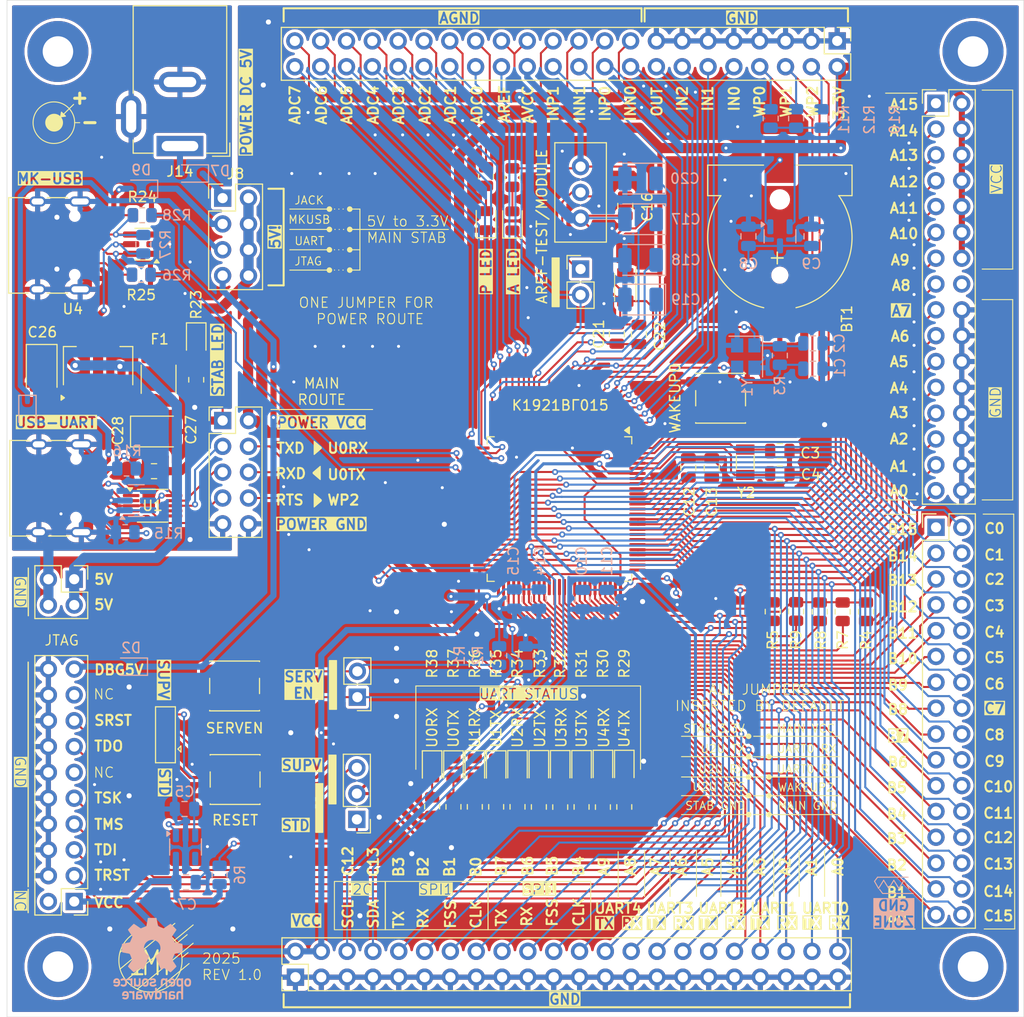
<source format=kicad_pcb>
(kicad_pcb (version 20241229) (generator "pcbnew") (generator_version "9.0")
  (layers (0 "F.Cu" signal) (2 "B.Cu" signal) (13 "F.Paste" user) (15 "B.Paste" user) (5 "F.SilkS" user "F.Silkscreen") (7 "B.SilkS" user "B.Silkscreen") (1 "F.Mask" user) (3 "B.Mask" user) (25 "Edge.Cuts" user))
  (net 0 "")
  (net 1 "GND1")
  (net 2 "XO_OSC")
  (net 3 "XI_OSC")
  (net 4 "XI_RTC")
  (net 5 "XO_RTC")
  (net 6 "RESETIN")
  (net 7 "VCC1")
  (net 8 "TMS")
  (net 9 "TRST")
  (net 10 "PJTAG")
  (net 11 "TDO")
  (net 12 "TDI")
  (net 13 "TSK")
  (net 16 "SRST")
  (net 18 "Net-(J3-Pin_1)")
  (net 19 "RST")
  (net 20 "Net-(J3-Pin_3)")
  (net 21 "Net-(J1-Pin_2)")
  (net 22 "SERVEN")
  (net 23 "Net-(BT1-+)")
  (net 24 "V_BAT")
  (net 25 "WAKEUP1")
  (net 26 "WAKEUP2")
  (net 27 "WAKEUP0")
  (net 28 "ADC3")
  (net 29 "AT_IN1")
  (net 30 "ADC5")
  (net 31 "AT_OUT")
  (net 32 "AREF")
  (net 33 "AT_IN2")
  (net 34 "CP_INP0")
  (net 35 "CP_INP1")
  (net 36 "ADC2")
  (net 37 "AGND")
  (net 38 "AT_IN0")
  (net 39 "ADC1")
  (net 40 "ADC0")
  (net 41 "CP_INN0")
  (net 42 "CP_INN1")
  (net 43 "ADC4")
  (net 44 "ADC6")
  (net 45 "ADC7")
  (net 46 "AVCC")
  (net 47 "SDADC_CAP")
  (net 48 "VCORE_CAP")
  (net 49 "VBAT_CAP")
  (net 50 "VAON_CAP")
  (net 51 "Net-(D7-A)")
  (net 52 "Net-(J12-Pin_1)")
  (net 54 "I2C_SDA")
  (net 55 "I2C_SCL")
  (net 56 "Net-(D8-A)")
  (net 57 "Net-(D9-A)")
  (net 58 "Net-(J8-Pin_2)")
  (net 59 "Net-(P3-CC)")
  (net 60 "PB0")
  (net 61 "PB2")
  (net 62 "Net-(P3-VCONN)")
  (net 63 "5V")
  (net 64 "Net-(D10-A)")
  (net 65 "Net-(P1-VCONN)")
  (net 66 "Net-(P1-CC)")
  (net 67 "Net-(D11-A)")
  (net 68 "Net-(D12-A)")
  (net 69 "Net-(D13-A)")
  (net 70 "Net-(D14-A)")
  (net 71 "USB_DP")
  (net 72 "Net-(D15-A)")
  (net 73 "USB_DN")
  (net 74 "Net-(D16-A)")
  (net 75 "Net-(D17-A)")
  (net 76 "Net-(D18-A)")
  (net 77 "Net-(D19-A)")
  (net 78 "CAN1_RX")
  (net 79 "PB3")
  (net 80 "PB1")
  (net 81 "CAN0_TX")
  (net 82 "Net-(D6-A)")
  (net 83 "PC1")
  (net 84 "PB10")
  (net 85 "PB9")
  (net 86 "CAN1_TX")
  (net 87 "CAN0_RX")
  (net 88 "Net-(D20-A)")
  (net 89 "Net-(D21-A)")
  (net 90 "PB14")
  (net 91 "PB15")
  (net 92 "PB12")
  (net 93 "PB7")
  (net 94 "PC14")
  (net 95 "PC2")
  (net 96 "PC0")
  (net 97 "PB11")
  (net 98 "PC5")
  (net 99 "PC6")
  (net 100 "PC4")
  (net 101 "PC15")
  (net 102 "PC3")
  (net 103 "PB13")
  (net 104 "PB4")
  (net 105 "PB6")
  (net 106 "PB5")
  (net 107 "PB8")
  (net 108 "PC7")
  (net 109 "/USB/TXD")
  (net 110 "/USB/RXD")
  (net 111 "/USB/RTS")
  (net 112 "/USB/FT-DN")
  (net 113 "/USB/FT-DP")
  (net 114 "/USB/MK-DN")
  (net 115 "/USB/MK-DP")
  (net 116 "GNDL")
  (net 117 "3.3L")
  (net 118 "PJACK")
  (net 119 "FTUSBP")
  (net 120 "MKUSBP")
  (net 121 "PA9")
  (net 122 "PA8")
  (net 123 "PA7")
  (net 124 "PA6")
  (net 125 "PA5")
  (net 126 "PA3")
  (net 127 "PA2")
  (net 128 "PA1")
  (net 129 "PA0")
  (net 130 "PA4")
  (net 132 "PA14")
  (net 133 "PA11")
  (net 134 "PA12")
  (net 135 "PA13")
  (net 136 "PA15")
  (net 137 "PA10")
  (net 140 "Net-(D2-A)")
  (footprint "Button_Switch_SMD:SW_SPST_PTS647_Sx38" (layer "F.Cu") (at 120.675 101.9)
    (property "Reference" "SW2" (hide yes))
    (property "Value" "SERVEN")
  )
  (footprint "Connector_PinHeader_2.54mm:PinHeader_1x02_P2.54mm_Vertical" (layer "F.Cu") (at 154.7 60.895)
    (property "Reference" "J12" (hide yes))
    (property "Value" "AREF-TEST/MODULE")
  )
  (footprint "Connector_PinHeader_2.54mm:PinHeader_1x03_P2.54mm_Vertical" (layer "F.Cu") (at 132.7 115.025 180)
    (property "Reference" "J3" (hide yes))
    (property "Value" "SELECT" (hide yes))
  )
  (footprint "Jumper:SolderJumper-3_P2.0mm_Open_TrianglePad1.0x1.5mm" (layer "F.Cu") (at 113.9 106.7 90)
    (property "Reference" "JP1" (hide yes))
    (property "Value" "REXT-SEL" (hide yes))
  )
  (footprint "Inductor_SMD:L_CommonMode_Wurth_WE-CNSW-1206" (layer "F.Cu") (at 159.1 62.7 -90)
    (property "Reference" "FL1" (hide yes))
    (property "Value" "DLW31S" (hide yes))
  )
  (footprint "Capacitor_SMD:C_0805_2012Metric" (layer "F.Cu") (at 159.1 54.7 -90)
    (property "Reference" "C16")
    (property "Value" "1uF" (hide yes))
  )
  (footprint "Resistor_SMD:R_0805_2012Metric" (layer "F.Cu") (at 152.7 113.8125 -90)
    (property "Reference" "R32")
    (property "Value" "1k" (hide yes))
  )
  (footprint "Package_TO_SOT_SMD:SOT-223-3_TabPin2" (layer "F.Cu") (at 107.25 70.4275 90)
    (property "Reference" "U4")
    (property "Value" "AMS1117-3.3" (hide yes))
  )
  (footprint "Connector_PinHeader_2.54mm:PinHeader_2x16_P2.54mm_Vertical" (layer "F.Cu") (at 189.65 44.59)
    (property "Reference" "J5" (hide yes))
    (property "Value" "PORT-A-0-15")
  )
  (footprint "Resistor_SMD:R_0805_2012Metric" (layer "F.Cu") (at 175.9 94.575 -90)
    (property "Reference" "R9")
    (property "Value" "10k" (hide yes))
  )
  (footprint "LED_SMD:LED_0805_2012Metric" (layer "F.Cu") (at 154.8 109.9375 -90)
    (property "Reference" "D12" (hide yes))
    (property "Value" "U3TX")
  )
  (footprint "Resistor_SMD:R_0805_2012Metric" (layer "F.Cu") (at 178.225 94.6 -90)
    (property "Reference" "R8")
    (property "Value" "10k" (hide yes))
  )
  (footprint "Crystal:Crystal_SMD_3215-2Pin_3.2x1.5mm" (layer "F.Cu") (at 170.9 79.9 90)
    (property "Reference" "Y2")
    (property "Value" "32.768kHz" (hide yes))
  )
  (footprint "Resistor_SMD:R_0805_2012Metric" (layer "F.Cu") (at 145.4 51.8 -90)
    (property "Reference" "R39" (hide yes))
    (property "Value" "1k" (hide yes))
  )
  (footprint "Connector_PinHeader_2.54mm:PinHeader_2x05_P2.54mm_Vertical" (layer "F.Cu") (at 119.5 75.795)
    (property "Reference" "J11" (hide yes))
    (property "Value" "Conn_02x05_Odd_Even" (hide yes))
  )
  (footprint "Resistor_SMD:R_0805_2012Metric" (layer "F.Cu") (at 111.4875 61.45)
    (property "Reference" "R25")
    (property "Value" "5k" (hide yes))
  )
  (footprint "LED_SMD:LED_0805_2012Metric" (layer "F.Cu") (at 145.4 56.1375 90)
    (property "Reference" "D20" (hide yes))
    (property "Value" "POWER LED" (hide yes))
  )
  (footprint "Capacitor_SMD:C_0805_2012Metric" (layer "F.Cu") (at 174.3 78.8)
    (property "Reference" "C3")
    (property "Value" "12p" (hide yes))
  )
  (footprint "LED_SMD:LED_0805_2012Metric" (layer "F.Cu") (at 159 109.9125 -90)
    (property "Reference" "D10" (hide yes))
    (property "Value" "U4TX")
  )
  (footprint "Button_Switch_SMD:SW_SPST_PTS647_Sx38" (layer "F.Cu") (at 120.725 111.1)
    (property "Reference" "SW1" (hide yes))
    (property "Value" "RESET")
  )
  (footprint "Resistor_SMD:R_0805_2012Metric" (layer "F.Cu") (at 144.3 113.7875 -90)
    (property "Reference" "R36")
    (property "Value" "1k" (hide yes))
  )
  (footprint "Connector_USB:USB_C_Receptacle_HRO_TYPE-C-31-M-12" (layer "F.Cu") (at 102.35 58.57 -90)
    (property "Reference" "P3" (hide yes))
    (property "Value" "USB_C_Plug_USB2.0" (hide yes))
  )
  (footprint "Package_QFP:LQFP-100_14x14mm_P0.5mm" (layer "F.Cu") (at 152.625 84.5 -90)
    (property "Reference" "К1921ВГ015-1" (hide yes))
    (property "Value" "К1921ВГ015")
  )
  (footprint "Connector_PinHeader_2.54mm:PinHeader_2x22_P2.54mm_Vertical" (layer "F.Cu") (at 179.94 38.46 -90)
    (property "Reference" "J7" (hide yes))
    (property "Value" "Conn_02x22_Odd_Even" (hide yes))
  )
  (footprint "LED_SMD:LED_0805_2012Metric" (layer "F.Cu") (at 148 56.1625 90)
    (property "Reference" "D21" (hide yes))
    (property "Value" "ANALOG LED" (hide yes))
  )
  (footprint "Resistor_SMD:R_0805_2012Metric" (layer "F.Cu") (at 182.775 94.6 -90)
    (property "Reference" "R4")
    (property "Value" "10k" (hide yes))
  )
  (footprint "Connector_PinHeader_2.54mm:PinHeader_2x10_P2.54mm_Vertical" (layer "F.Cu") (at 104.9 123.1 180)
    (property "Reference" "J2" (hide yes))
    (property "Value" "JTAG" (hide yes))
  )
  (footprint "Resistor_SMD:R_0805_2012Metric" (layer "F.Cu") (at 142.2 113.7875 -90)
    (property "Reference" "R37")
    (property "Value" "1k" (hide yes))
  )
  (footprint "Button_Switch_SMD:SW_SPST_PTS647_Sx38" (layer "F.Cu") (at 168.475 73.6 180)
    (property "Reference" "SW3" (hide yes))
    (property "Value" "WAKEUP0")
  )
  (footprint "Connector_USB:USB_C_Receptacle_HRO_TYPE-C-31-M-12" (layer "F.Cu") (at 102.47 82.455 -90)
    (property "Reference" "P1" (hide yes))
    (property "Value" "USB_C_Plug_USB2.0" (hide yes))
  )
  (footprint "lib:BatteryHolder_CR1220_CR1225_SMT" (layer "F.Cu") (at 174.3 57.775 -90)
    (property "Reference" "BT1")
    (property "Value" "Battery_Cell" (hide yes))
  )
  (footprint "LED_SMD:LED_0805_2012Metric" (layer "F.Cu") (at 142.2 109.9625 -90)
    (property "Reference" "D17" (hide yes))
    (property "Value" "U0TX")
  )
  (footprint "Resistor_SMD:R_0805_2012Metric" (layer "F.Cu") (at 154.8 113.8 -90)
    (property "Reference" "R31")
    (property "Value" "1k" (hide yes))
  )
  (footprint "Capacitor_Tantalum_SMD:CP_EIA-3528-21_Kemet-B" (layer "F.Cu") (at 101.7 70.775 -90)
    (property "Reference" "C26")
    (property "Value" "2.2 uF" (hide yes))
  )
  (footprint "Resistor_SMD:R_0805_2012Metric" (layer "F.Cu") (at 116.9 71.7875 90)
    (property "Reference" "R23")
    (property "Value" "1k" (hide yes))
  )
  (footprint "Resistor_SMD:R_0805_2012Metric" (layer "F.Cu") (at 140.1 113.765 -90)
    (property "Reference" "R38")
    (property "Value" "1k" (hide yes))
  )
  (footprint "Resistor_SMD:R_0805_2012Metric" (layer "F.Cu") (at 173.6 94.5875 90)
    (property "Reference" "R5")
    (property "Value" "10k" (hide yes))
  )
  (footprint "Resistor_SMD:R_0805_2012Metric" (layer "F.Cu") (at 159 113.8 -90)
    (property "Reference" "R29")
    (property "Value" "1k" (hide yes))
  )
  (footprint "LED_SMD:LED_0805_2012Metric" (layer "F.Cu") (at 144.3 109.9575 -90)
    (property "Reference" "D16" (hide yes))
    (property "Value" "U1RX")
  )
  (footprint "Resistor_SMD:R_0805_2012Metric" (layer "F.Cu") (at 146.4 113.7875 -90)
    (property "Reference" "R35")
    (property "Value" "1k" (hide yes))
  )
  (footprint "LED_SMD:LED_0805_2012Metric" (layer "F.Cu") (at 150.6 109.9375 -90)
    (property "Reference" "D14" (hide yes))
    (property "Value" "U2TX")
  )
  (footprint "LED_SMD:LED_0805_2012Metric" (layer "F.Cu") (at 116.9 67.875 -90)
    (property "Reference" "D6" (hide yes))
    (property "Value" "STAB LED" (hide yes))
  )
  (footprint "Package_SO:MSOP-10_3x3mm_P0.5mm" (layer "F.Cu") (at 112.6125 84.175)
    (property "Reference" "U1")
    (property "Value" "CH340X" (hide yes))
  )
  (footprint "Fuse:Fuse_1812_4532Metric" (layer "F.Cu") (at 113.2 71.7375 -90)
    (property "Reference" "F1")
    (property "Value" "Fuse" (hide yes))
  )
  (footprint "Capacitor_SMD:C_0805_2012Metric" (layer "F.Cu") (at 112.75 80.775 180)
    (property "Reference" "C28")
    (property "Value" "100n" (hide yes))
  )
  (footprint "LED_SMD:LED_0805_2012Metric" (layer "F.Cu") (at 140.1 109.9625 -90)
    (property "Reference" "D18" (hide yes))
    (property "Value" "U0RX")
  )
  (footprint "LED_SMD:LED_0805_2012Metric" (layer "F.Cu") (at 148.5 109.9375 -90)
    (property "Reference" "D19" (hide yes))
    (property "Value" "U2RX")
  )
  (footprint "Capacitor_SMD:C_0805_2012Metric" (layer "F.Cu") (at 160.44 67.33 -90)
    (property "Reference" "C22")
    (property "Value" "100nF")
  )
  (footprint "LED_SMD:LED_0805_2012Metric" (layer "F.Cu") (at 146.4 109.9625 -90)
    (property "Reference" "D15" (hide yes))
    (property "Value" "U1TX")
  )
  (footprint "LED_SMD:LED_0805_2012Metric" (layer "F.Cu") (at 156.9 109.9125 -90)
    (property "Reference" "D11" (hide yes))
    (property "Value" "U4RX")
  )
  (footprint "Connector_PinHeader_2.54mm:PinHeader_2x04_P2.54mm_Vertical" (layer "F.Cu") (at 119.5 53.92)
    (property "Reference" "J8")
    (property "Value" "Conn_02x04_Odd_Even")
  )
  (footprint "Resistor_SMD:R_0805_2012Metric" (layer "F.Cu") (at 180.475 94.6 -90)
    (property "Reference" "R7")
    (property "Value" "10k" (hide yes))
  )
  (footprint "Potentiometer_THT:Potentiometer_Bourns_3296W_Vertical" (layer "F.Cu") (at 154.7 50.82 90)
    (property "Reference" "RV1" (hide yes))
    (property "Value" "1k" (hide yes))
  )
  (footprint "Resistor_SMD:R_0805_2012Metric" (layer "F.Cu") (at 156.9 113.8125 -90)
    (property "Reference" "R30")
    (property "Value" "1k" (hide yes))
  )
  (footprint "Capacitor_SMD:C_0805_2012Metric" (layer "F.Cu") (at 167.6 80.45 90)
    (property "Reference" "C13")
    (property "Value" "1uF" (hide yes))
  )
  (footprint "Resistor_SMD:R_0805_2012Metric" (layer "F.Cu") (at 148 51.9 -90)
    (property "Reference" "R40" (hide yes))
    (property "Value" "1k" (hide yes))
  )
  (footprint "Connector_PinHeader_2.54mm:PinHeader_1x02_P2.54mm_Vertical" (layer "F.Cu") (at 132.75 103 180)
    (property "Reference" "J1" (hide yes))
    (property "Value" "SERVEN" (hide yes))
  )
  (footprint "Connector_BarrelJack:BarrelJack_GCT_DCJ200-10-A_Horizontal" (layer "F.Cu") (at 115.3 48.8 180)
    (property "Reference" "J14")
    (property "Value" "Power DC 5V" (hide yes))
  )
  (footprint "Capacitor_SMD:C_0805_2012Metric" (layer "F.Cu") (at 165.3 80.45 90)
    (property "Reference" "C12")
    (property "Value" "100n" (hide yes))
  )
  (footprint "Resistor_SMD:R_0805_2012Metric" (layer "F.Cu") (at 111.5875 55.6)
    (property "Reference" "R24")
    (property "Value" "5k")
  )
  (footprint "Connector_PinHeader_2.54mm:PinHeader_2x22_P2.54mm_Vertical" (layer "F.Cu") (at 126.66 130.54 90)
    (property "Reference" "J6" (hide yes))
    (property "Value" "Conn_02x22_Odd_Even" (hide yes))
  )
  (footprint "Resistor_SMD:R_0805_2012Metric" (layer "F.Cu") (at 148.5 113.7875 -90)
    (property "Reference" "R34")
    (property "Value" "1k" (hide yes))
  )
  (footprint "Capacitor_SMD:C_0805_2012Metric" (layer "F.Cu") (at 174.3 81)
    (property "Reference" "C4")
    (property "Value" "12p" (hide yes))
  )
  (footprint "Package_TO_SOT_SMD:SC-74-6_1.55x2.9mm_P0.95mm" (layer "F.Cu") (at 111.65 58.45 180)
    (property "Reference" "U8" (hide yes))
    (property "Value" "IP4220CZ6" (hide yes))
  )
  (footprint "Capacitor_SMD:C_0805_2012Metric" (layer "F.Cu") (at 158.27 67.29 -90)
    (property "Reference" "C21")
    (property "Value" "10nF")
  )
  (footprint "LED_SMD:LED_0805_2012Metric" (layer "F.Cu") (at 152.7 109.9375 -90)
    (property "Reference" "D13" (hide yes))
    (property "Value" "U3RX")
  )
  (footprint "Connector_PinHeader_2.54mm:PinHeader_2x02_P2.54mm_Vertical" (layer "F.Cu") (at 104.9 91.4 -90)
    (property "Reference" "J4" (hide yes))
    (property "Value" "5V" (hide yes))
  )
  (footprint "Capacitor_Tantalum_SMD:CP_EIA-3528-21_Kemet-B" (layer "F.Cu") (at 112.9 76.875)
    (property "Reference" "C27")
    (property "Value" "2.2 uF" (hide yes))
  )
  (footprint "Resistor_SMD:R_0805_2012Metric" (layer "F.Cu") (at 150.6 113.8 -90)
    (property "Reference" "R33")
    (property "Value" "1k" (hide yes))
  )
  (footprint "Connector_PinHeader_2.54mm:PinHeader_2x16_P2.54mm_Vertical" (layer "F.Cu") (at 189.66 86.3)
    (property "Reference" "J9" (hide yes))
    (property "Value" "PORT-C-B-0-15" (hide yes))
  )
  (footprint "Resistor_SMD:R_0805_2012Metric" (layer "B.Cu") (at 111.5 61.45 180)
    (property "Reference" "R26")
    (property "Value" "22" (hide yes))
  )
  (footprint "Resistor_SMD:R_0805_2012Metric" (layer "B.Cu") (at 174.3 69.4 90)
    (property "Reference" "R3")
    (property "Value" "1M" (hide yes))
  )
  (footprint "Resistor_SMD:R_0805_2012Metric" (layer "B.Cu") (at 175.9 46.0875 90)
    (property "Reference" "R12")
    (property "Value" "10k" (hide yes))
  )
  (footprint "Resistor_SMD:R_0805_2012Metric" (layer "B.Cu") (at 146.7 98.9125 -90)
    (property "Reference" "R1")
    (property "Value" "10k" (hide yes))
  )
  (footprint "Resistor_SMD:R_0805_2012Metric" (layer "B.Cu") (at 111.7 58.4625 -90)
    (property "Reference" "R27")
    (property "Value" "1.5k" (hide yes))
  )
  (footprint "Crystal:Crystal_SMD_3225-4Pin_3.2x2.5mm" (layer "B.Cu") (at 170.95 69.5 -90)
    (property "Reference" "Y1")
    (property "Value" "16MHz" (hide yes))
  )
  (footprint "Diode_SMD:D_SOD-323" (layer "B.Cu") (at 116.5 51.5 180)
    (property "Reference" "D7")
    (property "Value" "BAT60A" (hide yes))
  )
  (footprint "Resistor_SMD:R_0805_2012Metric" (layer "B.Cu") (at 149.3 98.9125 90)
    (property "Reference" "R2")
    (property "Value" "100k" (hide yes))
  )
  (footprint "Resistor_SMD:R_0805_2012Metric" (layer "B.Cu") (at 109.9125 86.775 180)
    (property "Reference" "R15")
    (property "Value" "5k" (hide yes))
  )
  (footprint "Capacitor_SMD:C_0805_2012Metric" (layer "B.Cu") (at 157.3 93.4 -90)
    (property "Reference" "C11")
    (property "Value" "1uF" (hide yes))
  )
  (footprint "Symbol:OSHW-Logo_7.5x8mm_SilkScreen" (layer "B.Cu") (at 112.58 128.72 180)
    (property "Reference" "REF**" (hide yes))
    (property "Value" "OSHW-Logo_7.5x8mm_SilkScreen" (hide yes))
  )
  (footprint "Package_TO_SOT_SMD:SC-74-6_1.55x2.9mm_P0.95mm" (layer "B.Cu") (at 111.01 83.665)
    (property "Reference" "U3" (hide yes))
    (property "Value" "IP4220CZ6" (hide yes))
  )
  (footprint "Capacitor_SMD:C_0805_2012Metric" (layer "B.Cu") (at 115.9 121.2)
    (property "Reference" "C7")
    (property "Value" "100n" (hide yes))
  )
  (footprint "Capacitor_SMD:C_0805_2012Metric" (layer "B.Cu") (at 148.2 93.35 -90)
    (property "Reference" "C15")
    (property "Value" "1uF" (hide yes))
  )
  (footprint "Capacitor_SMD:C_0805_2012Metric" (layer "B.Cu") (at 171.2125 57.675 90)
    (property "Reference" "C8")
    (property "Value" "100n" (hide yes))
  )
  (footprint "Resistor_SMD:R_0805_2012Metric" (layer "B.Cu") (at 110.0475 80.515 180)
    (property "Reference" "R16")
    (property "Value" "5k" (hide yes))
  )
  (footprint "Capacitor_Tantalum_SMD:CP_EIA-3528-21_Kemet-B" (layer "B.Cu") (at 160.6 56 180)
    (property "Reference" "C17")
    (property "Value" "2.2 uF" (hide yes))
  )
  (footprint "Capacitor_SMD:C_0805_2012Metric" (layer "B.Cu") (at 177.55 70.7)
    (property "Reference" "C1")
    (property "Value" "10p" (hide yes))
  )
  (footprint "Capacitor_Tantalum_SMD:CP_EIA-3528-21_Kemet-B" (layer "B.Cu") (at 160.6 60 180)
    (property "Reference" "C18")
    (property "Value" "2.2 uF" (hide yes))
  )
  (footprint "Package_TO_SOT_SMD:SOT-23" (layer "B.Cu") (at 174.3125 57.675 -90)
    (property "Reference" "D1" (hide yes))
    (property "Value" "BAT54C")
  )
  (footprint "Capacitor_SMD:C_0805_2012Metric" (layer "B.Cu") (at 177.55 68.2)
    (property "Reference" "C2")
    (property "Value" "10p" (hide yes))
  )
  (footprint "Capacitor_SMD:C_0805_2012Metric" (layer "B.Cu") (at 115.75 114 180)
    (property "Reference" "C5")
    (property "Value" "1n" (hide yes))
  )
  (footprint "Resistor_SMD:R_0805_2012Metric" (layer "B.Cu") (at 119.2 120.4875 90)
    (property "Reference" "R6")
    (property "Value" "10k" (hide yes))
  )
  (footprint "Resistor_SMD:R_0805_2012Metric" (layer "B.Cu") (at 178.4 46.0875 90)
    (property "Reference" "R10")
    (property "Value" "10k" (hide yes))
  )
  (footprint "Capacitor_SMD:C_0805_2012Metric" (layer "B.Cu") (at 177.4125 57.675 90)
    (property "Reference" "C9")
    (property "Value" "1uF" (hide yes))
  )
  (footprint "Capacitor_SMD:C_0805_2012Metric" (layer "B.Cu") (at 150.6 93.35 -90)
    (property "Reference" "C14")
    (property "Value" "100n" (hide yes))
  )
  (footprint "Diode_SMD:D_SOD-323" (layer "B.Cu") (at 111.5 53 180)
    (property "Reference" "D9")
    (property "Value" "BAT60A" (hide yes))
  )
  (footprint "Package_TO_SOT_SMD:SOT-23-5" (layer "B.Cu") (at 115.85 117.7375 -90)
    (property "Reference" "TPS3823-1" (hide yes))
    (property "Value" "TPS3823-33" (hide yes))
  )
  (footprint "Capacitor_Tantalum_SMD:CP_EIA-3528-21_Kemet-B" (layer "B.Cu") (at 160.6 63.9 180)
    (property "Reference" "C19")
    (property "Value" "2.2 uF" (hide yes))
  )
  (footprint "Diode_SMD:D_SOD-323" (layer "B.Cu") (at 110.5 100 180)
    (property "Reference" "D2")
    (property "Value" "BAT60A")
  )
  (footprint "Resistor_SMD:R_0805_2012Metric" (layer "B.Cu") (at 173.4 46.0875 90)
    (property "Reference" "R11")
    (property "Value" "10k" (hide yes))
  )
  (footprint "Capacitor_Tantalum_SMD:CP_EIA-3528-21_Kemet-B" (layer "B.Cu") (at 160.6 52 180)
    (property "Reference" "C20")
    (property "Value" "2.2 uF" (hide yes))
  )
  (footprint "Diode_SMD:D_SOD-323" (layer "B.Cu") (at 100.3 74.925 -90)
    (property "Reference" "D8" (hide yes))
    (property "Value" "BAT60A" (hide yes))
  )
  (footprint "Capacitor_SMD:C_0805_2012Metric" (layer "B.Cu") (at 154.9 93.4 -90)
    (property "Reference" "C10")
    (property "Value" "100n" (hide yes))
  )
  (footprint "Resistor_SMD:R_0805_2012Metric" (layer "B.Cu") (at 111.5875 55.6)
    (property "Reference" "R28")
    (property "Value" "22" (hide yes))
  )
  (gr_circle (center 171.23 112.69) (end 171.43 112.79) (stroke (width 0.1)) (fill yes) (layer "F.SilkS"))
  (gr_rect (start 151.9 59.8) (end 152.6 64.6) (stroke (width 0.1)) (fill yes) (layer "F.SilkS"))
  (gr_line (start 171.72 110.85) (end 172.696393 110.85) (stroke (width 0.1)) (layer "F.SilkS"))
  (gr_line (start 164.63 114.55) (end 171.23 114.55) (stroke (width 0.1)) (layer "F.SilkS"))
  (gr_poly (pts (xy 128.4 80.9) (xy 129.1 80.3) (xy 129.1 81.6) (xy 128.4 81)) (stroke (width 0.1)) (fill yes) (layer "F.SilkS"))
  (gr_line (start 125.5 36.55) (end 125.5 35.25) (stroke (width 0.2)) (layer "F.SilkS"))
  (gr_line (start 112.79 125.79) (end 113.1 125.54) (stroke (width 0.1)) (layer "F.SilkS"))
  (gr_line (start 181.2 133.5) (end 125.5 133.5) (stroke (width 0.2)) (layer "F.SilkS"))
  (gr_line (start 171.73 106.85) (end 172.706393 106.85) (stroke (width 0.1)) (layer "F.SilkS"))
  (gr_line (start 125.5 62.5) (end 125.5 53) (stroke (width 0.2)) (layer "F.SilkS"))
  (gr_line (start 171.1 118.1) (end 171.1 122.6) (stroke (width 0.1)) (layer "F.SilkS"))
  (gr_circle (center 173.23 114.55) (end 173.03 114.65) (stroke (width 0.1)) (fill yes) (layer "F.SilkS"))
  (gr_line (start 110 130.85) (end 116.6 125.4) (stroke (width 0.1)) (layer "F.SilkS"))
  (gr_line (start 180.13 110.85) (end 173.23 110.85) (stroke (width 0.1)) (layer "F.SilkS"))
  (gr_line (start 131.4 57) (end 130.5 57) (stroke (width 0.1) (type dot)) (layer "F.SilkS"))
  (gr_poly (pts (xy 129.2 83.6) (xy 128.5 83) (xy 128.5 84.3) (xy 129.2 83.7)) (stroke (width 0.1)) (fill yes) (layer "F.SilkS"))
  (gr_rect (start 130 99.4) (end 130.7 104.2) (stroke (width 0.1)) (fill yes) (layer "F.SilkS"))
  (gr_line (start 104.945346 44.1) (end 105.945346 44.1) (stroke (width 0.3)) (layer "F.SilkS"))
  (gr_line (start 168.5 118.1) (end 168.5 122.6) (stroke (width 0.1)) (layer "F.SilkS"))
  (gr_line (start 160.7 35.25) (end 160.7 36.55) (stroke (width 0.2)) (layer "F.SilkS"))
  (gr_line (start 171.718196 108.86) (end 172.694589 108.86) (stroke (width 0.1)) (layer "F.SilkS"))
  (gr_line (start 125.5 53) (end 124 53) (stroke (width 0.2)) (layer "F.SilkS"))
  (gr_line (start 115.506445 128.6) (end 116.1 128.13) (stroke (width 0.1)) (layer "F.SilkS"))
  (gr_rect (start 145.6 121.125) (end 155.7 125.875) (stroke (width 0.1)) (fill no) (layer "F.SilkS"))
  (gr_line (start 133 55) (end 132 55) (stroke (width 0.1)) (layer "F.SilkS"))
  (gr_line (start 174.23 108.85) (end 173.23 108.85) (stroke (width 0.1)) (layer "F.SilkS"))
  (gr_line (start 171.728196 112.7) (end 172.704589 112.7) (stroke (width 0.1)) (layer "F.SilkS"))
  (gr_line (start 133 59) (end 133 55) (stroke (width 0.1)) (layer "F.SilkS"))
  (gr_line (start 115 127.2) (end 116.01 126.36) (stroke (width 0.1)) (layer "F.SilkS"))
  (gr_line (start 164.63 110.85) (end 171.23 110.85) (stroke (width 0.1)) (layer "F.SilkS"))
  (gr_poly (pts (xy 129.2 78.434118) (xy 128.5 77.834118) (xy 128.5 79.134118) (xy 129.2 78.534118)) (stroke (width 0.1)) (fill yes) (layer "F.SilkS"))
  (gr_line (start 113.5 127.9) (end 114.5 127.9) (stroke (width 0.2)) (layer "F.SilkS"))
  (gr_circle (center 132 61) (end 131.8 61.1) (stroke (width 0.1)) (fill yes) (layer "F.SilkS"))
  (gr_line (start 194.2 43.3) (end 197.2 43.3) (stroke (width 0.1)) (layer "F.SilkS"))
  (gr_line (start 194.2 63.9) (end 197.2 63.9) (stroke (width 0.1)) (layer "F.SilkS"))
  (gr_circle (center 130 57) (end 130.2 57.1) (stroke (width 0.1)) (fill yes) (layer "F.SilkS"))
  (gr_line (start 110.6 130.25) (end 111.6 130.25) (stroke (width 0.2)) (layer "F.SilkS"))
  (gr_line (start 126.1 61) (end 130 61) (stroke (width 0.1)) (layer "F.SilkS"))
  (gr_circle (center 171.23 110.85) (end 171.43 110.95) (stroke (width 0.1)) (fill yes) (layer "F.SilkS"))
  (gr_line (start 126.1 57) (end 130 57) (stroke (width 0.1)) (layer "F.SilkS"))
  (gr_line (start 133 59) (end 133 61) (stroke (width 0.1)) (layer "F.SilkS"))
  (gr_line (start 160.6 101.9) (end 160.6 110.1) (stroke (width 0.1)) (layer "F.SilkS"))
  (gr_line (start 131.35 61) (end 130.35 61) (stroke (width 0.1) (type dot)) (layer "F.SilkS"))
  (gr_poly (pts (xy 103.552363 45.927036) (xy 103.645346 45.461287) (xy 104.045346 45.861287)) (stroke (width 0.1)) (fill yes) (layer "F.SilkS"))
  (gr_line (start 180.13 114.55) (end 173.23 114.55) (stroke (width 0.1)) (layer "F.SilkS"))
  (gr_circle (center 132 57) (end 131.8 57.1) (stroke (width 0.1)) (fill yes) (layer "F.SilkS"))
  (gr_line (start 112.5 129.2) (end 113.1 127.9) (stroke (width 0.2)) (layer "F.SilkS"))
  (gr_line (start 197.2 63.9) (end 197.2 83.6) (stroke (width 0.1)) (layer "F.SilkS"))
  (gr_line (start 131.35 59) (end 130.35 59) (stroke (width 0.1) (type dot)) (layer "F.SilkS"))
  (gr_line (start 110.6 127.9) (end 111.6 127.9) (stroke (width 0.2)) (layer "F.SilkS"))
  (gr_line (start 174.23 108.85) (end 180.13 108.85) (stroke (width 0.1)) (layer "F.SilkS"))
  (gr_rect (start 100.3746 90.3) (end 100.4 95) (stroke (width 0.1)) (fill no) (layer "F.SilkS"))
  (gr_rect (start 100.36 121.9) (end 100.3854 124.2) (stroke (width 0.1)) (fill no) (layer "F.SilkS"))
  (gr_line (start 133 57) (end 141.7 57) (stroke (width 0.1)) (layer "F.SilkS"))
  (gr_line (start 109.4 128.1) (end 113 125.1) (stroke (width 0.1)) (layer "F.SilkS"))
  (gr_line (start 164.63 106.85) (end 171.23 106.85) (stroke (width 0.1)) (layer "F.SilkS"))
  (gr_line (start 180.13 112.69) (end 173.23 112.69) (stroke (width 0.1)) (layer "F.SilkS"))
  (gr_line (start 181 35.25) (end 181 36.55) (stroke (width 0.2)) (layer "F.SilkS"))
  (gr_line (start 133 57) (end 132 57) (stroke (width 0.1)) (layer "F.SilkS"))
  (gr_rect (start 135.5 121.125) (end 145.6 125.875) (stroke (width 0.1)) (fill no) (layer "F.SilkS"))
  (gr_circle (center 130 61) (end 130.2 61.1) (stroke (width 0.1)) (fill yes) (layer "F.SilkS"))
  (gr_line (start 124 62.5) (end 125.5 62.5) (stroke (width 0.2)) (layer "F.SilkS"))
  (gr_line (start 173.7 118.1) (end 173.7 122.6) (stroke (width 0.1)) (layer "F.SilkS"))
  (gr_line (start 187.7 85.02) (end 184.7 85.02) (stroke (width 0.1)) (layer "F.SilkS"))
  (gr_circle (center 132 59) (end 131.8 59.1) (stroke (width 0.1)) (fill yes) (layer "F.SilkS"))
  (gr_line (start 130.5 55) (end 131.6 55) (stroke (width 0.1) (type dot)) (layer "F.SilkS"))
  (gr_circle (center 112.4 128.9) (end 114.1 131.5) (stroke (width 0.1)) (fill no) (layer "F.SilkS"))
  (gr_line (start 178.7 118.1) (end 178.7 122.6) (stroke (width 0.1)) (layer "F.SilkS"))
  (gr_line (start 113.1 127.9) (end 113.1 130.25) (stroke (width 0.2)) (layer "F.SilkS"))
  (gr_circle (center 132 55) (end 131.8 55.1) (stroke (width 0.1)) (fill yes) (layer "F.SilkS"))
  (gr_rect (start 130.49 121.125) (end 135.5 125.875) (stroke (width 0.1)) (fill no) (layer "F.SilkS"))
  (gr_circle (center 130 55) (end 130.2 55.1) (stroke (width 0.1)) (fill yes) (layer "F.SilkS"))
  (gr_line (start 133 59) (end 132 59) (stroke (width 0.1)) (layer "F.SilkS"))
  (gr_line (start 194.3 85) (end 197.3 85) (stroke (width 0.1)) (layer "F.SilkS"))
  (gr_line (start 105.945346 46.5) (end 106.945346 46.5) (stroke (width 0.3)) (layer "F.SilkS"))
  (gr_line (start 109.4 129.75) (end 114.8 125.25) (stroke (width 0.1)) (layer "F.SilkS"))
  (gr_line (start 164.63 112.69) (end 171.23 112.69) (stroke (width 0.1)) (layer "F.SilkS"))
  (gr_circle (center 173.23 110.85) (end 173.03 110.95) (stroke (width 0.1)) (fill yes) (layer "F.SilkS"))
  (gr_line (start 166.1 118.1) (end 166.1 122.6) (stroke (width 0.1)) (layer "F.SilkS"))
  (gr_line (start 187.7 83.6) (end 184.7 83.6) (stroke (width 0.1)) (layer "F.SilkS"))
  (gr_line (start 134.25 74.71) (end 124.25 74.71) (stroke (width 0.1)) (layer "F.SilkS"))
  (gr_line (start 194.4 125.8) (end 197.4 125.8) (stroke (width 0.1)) (layer "F.SilkS"))
  (gr_line (start 126.1 55) (end 130 55) (stroke (width 0.1)) (layer "F.SilkS"))
  (gr_circle (center 171.23 114.55) (end 171.43 114.65) (stroke (width 0.1)) (fill yes) (layer "F.SilkS"))
  (gr_line (start 138.5 110.1) (end 138.5 101.9) (stroke (width 0.1)) (layer "F.SilkS"))
  (gr_line (start 111.9 127.9) (end 111.9 130.25) (stroke (width 0.2)) (layer "F.SilkS"))
  (gr_line (start 163.5 118.1) (end 163.5 122.6) (stroke (width 0.1)) (layer "F.SilkS"))
  (gr_line (start 176.2 118.1) (end 176.2 122.6) (stroke (width 0.1)) (layer "F.SilkS"))
  (gr_line (start 161 35.25) (end 181 35.25) (stroke (width 0.2)) (layer "F.SilkS"))
  (gr_line (start 161 36.55) (end 161 35.25) (stroke (width 0.2)) (layer "F.SilkS"))
  (gr_line (start 187.8 43.6) (end 184.7 43.6) (stroke (width 0.1)) (layer "F.SilkS"))
  (gr_line (start 133 61) (end 132 61) (stroke (width 0.1)) (layer "F.SilkS"))
  (gr_circle (center 102.924409 46.5) (end 103.645346 46.9) (stroke (width 0.1)) (fill yes) (layer "F.SilkS"))
  (gr_line (start 197.3 85) (end 197.4 125.8) (stroke (width 0.1)) (layer "F.SilkS"))
  (gr_line (start 197.2 43.3) (end 197.2 60.9) (stroke (width 0.1)) (layer "F.SilkS"))
  (gr_circle (center 171.23 106.85) (end 171.43 106.95) (stroke (width 0.1)) (fill yes) (layer "F.SilkS"))
  (gr_rect (start 128.65 111.5) (end 129.35 116.3) (stroke (width 0.1)) (fill yes) (layer "F.SilkS"))
  (gr_line (start 105.445346 43.6) (end 105.445346 44.6) (stroke (width 0.3)) (layer "F.SilkS"))
  (gr_line (start 194.2 60.9) (end 197.2 60.9) (stroke (width 0.1)) (layer "F.SilkS"))
  (gr_line (start 112.85 131.9625) (end 116.2 129.2) (stroke (width 0.1)) (layer "F.SilkS"))
  (gr_line (start 125.5 35.25) (end 160.7 35.25) (stroke (width 0.2)) (layer "F.SilkS"))
  (gr_line (start 181.2 132.2) (end 181.2 133.5) (stroke (width 0.2)) (layer "F.SilkS"))
  (gr_circle (center 173.23 112.69) (end 173.03 112.79) (stroke (width 0.1)) (fill yes) (layer "F.SilkS"))
  (gr_line (start 194.2 83.6) (end 197.2 83.6) (stroke (width 0.1)) (layer "F.SilkS"))
  (gr_circle (center 173.23 106.85) (end 173.03 106.95) (stroke (width 0.1)) (fill yes) (layer "F.SilkS"))
  (gr_circle (center 173.23 108.85) (end 173.03 108.95) (stroke (width 0.1)) (fill yes) (layer "F.SilkS"))
  (gr_line (start 161 118.1) (end 161 122.6) (stroke (width 0.1)) (layer "F.SilkS"))
  (gr_line (start 164.63 108.85) (end 171.23 108.85) (stroke (width 0.1)) (layer "F.SilkS"))
  (gr_line (start 180.13 106.85) (end 173.23 106.85) (stroke (width 0.1)) (layer "F.SilkS"))
  (gr_line (start 126.1 59) (end 130 59) (stroke (width 0.1)) (layer "F.SilkS"))
  (gr_rect (start 129.95 108.7) (end 130.65 113.5) (stroke (width 0.1)) (fill yes) (layer "F.SilkS"))
  (gr_circle (center 102.9 46.5) (end 104.479063 47.8) (stroke (width 0.1)) (fill no) (layer "F.SilkS"))
  (gr_line (start 111.1 127.9) (end 111.1 130.25) (stroke (width 0.2)) (layer "F.SilkS"))
  (gr_line (start 104.945346 46.5) (end 105.445346 46.5) (stroke (width 0.1)) (layer "F.SilkS"))
  (gr_line (start 171.72 114.55) (end 172.696393 114.55) (stroke (width 0.1)) (layer "F.SilkS"))
  (gr_circle (center 130 59) (end 130.2 59.1) (stroke (width 0.1)) (fill yes) (layer "F.SilkS"))
  (gr_rect (start 100.36 99.55) (end 100.3854 121.65) (stroke (width 0.1)) (fill no) (layer "F.SilkS"))
  (gr_line (start 114 127.9) (end 114 130.25) (stroke (width 0.2)) (layer "F.SilkS"))
  (gr_line (start 111.9 127.9) (end 112.5 129.2) (stroke (width 0.2)) (layer "F.SilkS"))
  (gr_line (start 187.6 125.82) (end 184.6 125.82) (stroke (width 0.1)) (layer "F.SilkS"))
  (gr_line (start 103.552363 45.965749) (end 104.845346 44.7) (stroke (width 0.1)) (layer "F.SilkS"))
  (gr_line (start 111.1 131.725) (end 116.6 127.2) (stroke (width 0.1)) (layer "F.SilkS"))
  (gr_line (start 125.5 133.5) (end 125.5 132.2) (stroke (width 0.2)) (layer "F.SilkS"))
  (gr_line (start 158.4 118.2) (end 158.4 122.7) (stroke (width 0.1)) (layer "F.SilkS"))
  (gr_circle (center 171.23 108.85) (end 171.43 108.95) (stroke (width 0.1)) (fill yes) (layer "F.SilkS"))
  (gr_line (start 138.5 101.9) (end 160.6 101.9) (stroke (width 0.1)) (layer "F.SilkS"))
  (gr_line (start 184.51 121.01) (end 184.01 121.81) (stroke (width 0.1)) (layer "B.SilkS"))
  (gr_line (start 184.11 121.91) (end 184.41 122.31) (stroke (width 0.1)) (layer "B.SilkS"))
  (gr_line (start 183.61 121.11) (end 183.91 120.71) (stroke (width 0.1)) (layer "B.SilkS"))
  (gr_line (start 184.01 121.81) (end 183.61 121.11) (stroke (width 0.1)) (layer "B.SilkS"))
  (gr_line (start 186.01 121.81) (end 185.51 121.01) (stroke (width 0.1)) (layer "B.SilkS"))
  (gr_line (start 183.91 120.71) (end 186.91 120.71) (stroke (width 0.1)) (layer "B.SilkS"))
  (gr_line (start 186.51 121.02) (end 186.01 121.82) (stroke (width 0.1)) (layer "B.SilkS"))
  (gr_line (start 185.01 121.81) (end 184.51 121.01) (stroke (width 0.1)) (layer "B.SilkS"))
  (gr_line (start 187.01 121.82) (end 186.51 121.02) (stroke (width 0.1)) (layer "B.SilkS"))
  (gr_line (start 184.41 122.31) (end 187.41 122.31) (stroke (width 0.1)) (layer "B.SilkS"))
  (gr_line (start 185.51 121.01) (end 185.01 121.81) (stroke (width 0.1)) (layer "B.SilkS"))
  (gr_rect (start 98.29 34.46) (end 198.29 134.46) (stroke (width 0.05)) (fill no) (layer "Edge.Cuts"))
  (gr_text "A1" (at 178 120.7 90) (layer "F.SilkS") (effects (font (size 1 1) (thickness 0.2) (bold yes)) (justify left bottom)))
  (gr_text "VCC" (at 126.2 125.6 0) (layer "F.SilkS" knockout) (effects (font (size 1 1) (thickness 0.2) (bold yes)) (justify left bottom)))
  (gr_text "SUPV" (at 113.1 99.2 270) (layer "F.SilkS" knockout) (effects (font (size 1 1) (thickness 0.2) (bold yes)) (justify left bottom)))
  (gr_text "UART3" (at 161.06 124.35 0) (layer "F.SilkS") (effects (font (size 1 1) (thickness 0.2) (bold yes)) (justify left bottom)))
  (gr_text "B6" (at 150.1 120.7 90) (layer "F.SilkS") (effects (font (size 1 1) (thickness 0.2) (bold yes)) (justify left bottom)))
  (gr_text "FSS" (at 152.5 125.675 90) (layer "F.SilkS") (effects (font (size 1 1) (thickness 0.2) (bold yes)) (justify left bottom)))
  (gr_text "C1" (at 194.3 89.6 0) (layer "F.SilkS") (effects (font (size 1 1) (thickness 0.2) (bold yes)) (justify left bottom)))
  (gr_text "UART0 RX" (at 173.93 108.55 0) (layer "F.SilkS") (effects (font (size 0.8 0.8) (thickness 0.1)) (justify left bottom)))
  (gr_text "B3" (at 137.4 120.8 90) (layer "F.SilkS") (effects (font (size 1 1) (thickness 0.2) (bold yes)) (justify left bottom)))
  (gr_text "A2" (at 175.4 120.7 90) (layer "F.SilkS") (effects (font (size 1 1) (thickness 0.2) (bold yes)) (justify left bottom)))
  (gr_text "AVCC" (at 150.1 46.7 90) (layer "F.SilkS") (effects (font (size 1 1) (thickness 0.2) (bold yes)) (justify left bottom)))
  (gr_text "B1" (at 142.4 120.8 90) (layer "F.SilkS") (effects (font (size 1 1) (thickness 0.2) (bold yes)) (justify left bottom)))
  (gr_text "STD" (at 125.2 116.2 0) (layer "F.SilkS" knockout) (effects (font (size 1 1) (thickness 0.2) (bold yes)) (justify left bottom)))
  (gr_text "A15" (at 185 45.3 0) (layer "F.SilkS") (effects (font (size 1 1) (thickness 0.2) (bold yes)) (justify left bottom)))
  (gr_text "GND" (at 99 111.95 270) (layer "F.SilkS" knockout) (effects (font (size 1 1) (thickness 0.1)) (justify right bottom)))
  (gr_text "C6" (at 194.3 102.3 0) (layer "F.SilkS") (effects (font (size 1 1) (thickness 0.2) (bold yes)) (justify left bottom)))
  (gr_text "RX" (at 168.79 125.81 0) (layer "F.SilkS" knockout) (effects (font (size 1 1) (thickness 0.2) (bold yes)) (justify left bottom)))
  (gr_text "WAKEUP2" (at 174.03 112.35 0) (layer "F.SilkS") (effects (font (size 0.8 0.8) (thickness 0.1)) (justify left bottom)))
  (gr_text "ADC0" (at 145.1 46.8 90) (layer "F.SilkS") (effects (font (size 1 1) (thickness 0.2) (bold yes)) (justify left bottom)))
  (gr_text "NC" (at 108.907619 103.3 0) (layer "F.SilkS") (effects (font (size 1 1) (thickness 0.1)) (justify right bottom)))
  (gr_text "WP0" (at 172.9 46.1 90) (layer "F.SilkS") (effects (font (size 1 1) (thickness 0.2) (bold yes)) (justify left bottom)))
  (gr_text "IN0" (at 170.4 45.5 90) (layer "F.SilkS") (effects (font (size 1 1) (thickness 0.2) (bold yes)) (justify left bottom)))
  (gr_text "5V" (at 107.8 92 0) (layer "F.SilkS") (effects (font (size 1 1) (thickness 0.2) (bold yes)) (justify bottom)))
  (gr_text "TDO" (at 106.76 108.4 0) (layer "F.SilkS") (effects (font (size 1 1) (thickness 0.2) (bold yes)) (justify left bottom)))
  (gr_text "STD" (at 113.2 109.9 270) (layer "F.SilkS" knockout) (effects (font (size 1 1) (thickness 0.2) (bold yes)) (justify left bottom)))
  (gr_text "5V to 3.3V\nMAIN STAB" (at 133.6 58.4 0) (layer "F.SilkS") (effects (font (size 1 1) (thickness 0.1)) (justify left bottom)))
  (gr_text "SCL" (at 132.41 125.865 90) (layer "F.SilkS") (effects (font (size 1 1) (thickness 0.2) (bold yes)) (justify left bottom)))
  (gr_text "TDI" (at 106.76 118.6 0) (layer "F.SilkS") (effects (font (size 1 1) (thickness 0.2) (bold yes)) (justify left bottom)))
  (gr_text "IN2" (at 165.3 45.5 90) (layer "F.SilkS") (effects (font (size 1 1) (thickness 0.2) (bold yes)) (justify left bottom)))
  (gr_text "USB-UART" (at 99 76.575 0) (layer "F.SilkS" knockout) (effects (font (size 1 1) (thickness 0.2) (bold yes)) (justify left bottom)))
  (gr_text "RX" (at 178.98 125.8 0) (layer "F.SilkS" knockout) (effects (font (size 1 1) (thickness 0.2) (bold yes)) (justify left bottom)))
  (gr_text "TX" (at 156.1 125.85 0) (layer "F.SilkS" knockout) (effects (font (size 1 1) (thickness 0.2) (bold yes)) (justify left bottom)))
  (gr_text "GND" (at 196.1 75.6 90) (layer "F.SilkS" knockout) (effects (font (size 1 1) (thickness 0.1)) (justify left bottom)))
  (gr_text "C7" (at 194.3 104.7 0) (layer "F.SilkS" knockout) (effects (font (size 1 1) (thickness 0.2) (bold yes)) (justify left bottom)))
  (gr_text "STAB 3.3V" (at 164.73 106.55 0) (layer "F.SilkS") (effects (font (size 0.8 0.8) (thickness 0.1)) (justify left bottom)))
  (gr_text "MKUSB" (at 125.9 56.5 0) (layer "F.SilkS") (effects (font (size 0.8 0.8) (thickness 0.1)) (justify left bottom)))
  (gr_text "FSS" (at 142.5 125.875 90) (layer "F.SilkS") (effects (font (size 1 1) (thickness 0.2) (bold yes)) (justify left bottom)))
  (gr_text "INN0" (at 160.2 46.5 90) (layer "F.SilkS") (effects (font (size 1 1) (thickness 0.2) (bold yes)) (justify left bottom)))
  (gr_text "WP2" (at 178.1 46.1 90) (layer "F.SilkS") (effects (font (size 1 1) (thickness 0.2) (bold yes)) (justify left bottom)))
  (gr_text "A12" (at 185 52.9 0) (layer "F.SilkS") (effects (font (size 1 1) (thickness 0.2) (bold yes)) (justify left bottom)))
  (gr_text "A2" (at 185 78.2 0) (layer "F.SilkS") (effects (font (size 1 1) (thickness 0.2) (bold yes)) (justify left bottom)))
  (gr_text "ADC5" (at 132.3 46.8 90) (layer "F.SilkS") (effects (font (size 1 1) (thickness 0.2) (bold yes)) (justify left bottom)))
  (gr_text "ADC2" (at 140 46.8 90) (layer "F.SilkS") (effects (font (size 1 1) (thickness 0.2) (bold yes)) (justify left bottom)))
  (gr_text "A9" (at 185.1 60.6 0) (layer "F.SilkS") (effects (font (size 1 1) (thickness 0.2) (bold yes)) (justify left bottom)))
  (gr_text "TRST" (at 106.76 121.1 0) (layer "F.SilkS") (effects (font (size 1 1) (thickness 0.2) (bold yes)) (justify left bottom)))
  (gr_text "TSK" (at 106.76 113.5 0) (layer "F.SilkS") (effects (font (size 1 1) (thickness 0.2) (bold yes)) (justify left bottom)))
  (gr_text "A8" (at 185.2 63.1 0) (layer "F.SilkS") (effects (font (size 1 1) (thickness 0.2) (bold yes)) (justify left bottom)))
  (gr_text "SPI1" (at 148.9 122.5 0) (layer "F.SilkS" knockout) (effects (font (size 1 1) (thickness 0.1)) (justify left bottom)))
  (gr_text "B7" (at 147.5 120.7 90) (layer "F.SilkS") (effects (font (size 1 1) (thickness 0.2) (bold yes)) (justify left bottom)))
  (gr_text "B0" (at 145 120.8 90) (layer "F.SilkS") (effects (font (size 1 1) (thickness 0.2) (bold yes)) (justify left bottom)))
  (gr_text "UART" (at 126.5 58.6 0) (layer "F.SilkS") (effects (font (size 0.8 0.8) (thickness 0.1)) (justify left bottom)))
  (gr_text "C8" (at 194.3 107.3 0) (layer "F.SilkS") (effects (font (size 1 1) (thickness 0.2) (bold yes)) (justify left bottom)))
  (gr_text "C3" (at 194.3 94.6 0) (layer "F.SilkS") (effects (font (size 1 1) (thickness 0.2) (bold yes)) (justify left bottom)))
  (gr_text "B14" (at 184.8 89.7 0) (layer "F.SilkS") (effects (font (size 1 1) (thickness 0.2) (bold yes)) (justify left bottom)))
  (gr_text "UART2" (at 166.16 124.35 0) (layer "F.SilkS") (effects (font (size 1 1) (thickness 0.2) (bold yes)) (justify left bottom)))
  (gr_text "CLK" (at 155.1 125.675 90) (layer "F.SilkS") (effects (font (size 1 1) (thickness 0.2) (bold yes)) (justify left bottom)))
  (gr_text "A4" (at 170.3 120.7 90) (layer "F.SilkS") (effects (font (size 1 1) (thickness 0.2) (bold yes)) (justify left bottom)))
  (gr_text "C9 " (at 194.3 109.9 0) (layer "F.SilkS") (effects (font (size 1 1) (thickness 0.2) (bold yes)) (justify left bottom)))
  (gr_text "A LED" (at 148.7 63.4 90) (layer "F.SilkS" knockout) (effects (font (size 1 1) (thickness 0.2) (bold yes)) (justify left bottom)))
  (gr_text "B11" (at 184.8 97.3 0) (layer "F.SilkS") (effects (font (size 1 1) (thickness 0.2) (bold yes)) (justify left bottom)))
  (gr_text "C5" (at 194.3 99.7 0) (layer "F.SilkS") (effects (font (size 1 1) (thickness 0.2) (bold yes)) (justify left bottom)))
  (gr_text "MAIN GND" (at 174.03 114.15 0) (layer "F.SilkS") (effects (font (size 0.8 0.8) (thickness 0.1)) (justify left bottom)))
  (gr_text "B12" (at 184.8 94.7 0) (layer "F.SilkS") (effects (font (size 1 1) (thickness 0.2) (bold yes)) (justify left bottom)))
  (gr_text "C13" (at 134.9 120.8 90) (layer "F.SilkS") (effects (font (size 1 1) (thickness 0.2) (bold yes)) (justify left bottom)))
  (gr_text "NC" (at 108.907619 111 0) (layer "F.SilkS") (effects (font (size 1 1) (thickness 0.1)) (justify right bottom)))
  (gr_text "C12" (at 194.2 117.4 0) (layer "F.SilkS") (effects (font (size 1 1) (thickness 0.2) (bold yes)) (justify left bottom)))
  (gr_text "A0" (at 180.6 120.7 90) (layer "F.SilkS") (effects (font (size 1 1) (thickness 0.2) (bold yes)) (justify left bottom)))
  (gr_text "ADC4" (at 134.9 46.8 90) (layer "F.SilkS") (effects (font (size 1 1) (thickness 0.2) (bold yes)) (justify left bottom)))
  (gr_text "RX" (at 173.88 125.8 0) (layer "F.SilkS" knockout) (effects (font (size 1 1) (thickness 0.2) (bold yes)) (justify left bottom)))
  (gr_text "C2" (at 194.3 92 0) (layer "F.SilkS") (effects (font (size 1 1) (thickness 0.2) (bold yes)) (justify left bottom)))
  (gr_text "WP2" (at 129.7 84.2 0) (layer "F.SilkS") (effects (font (size 1 1) (thickness 0.2) (bold yes)) (justify left bottom)))
  (gr_text "P LED" (at 146 63.53 90) (layer "F.SilkS" knockout) (effects (font (size 1 1) (thickness 0.2) (bold yes)) (justify left bottom)))
  (gr_text "A1" (at 185 80.9 0) (layer "F.SilkS") (effects (font (size 1 1) (thickness 0.2) (bold yes)) (justify left bottom)))
  (gr_text "3.3V" (at 180.7 46.3 90) (layer "F.SilkS") (effects (font (size 1 1) (thickness 0.2) (bold yes)) (justify left bottom)))
  (gr_text "C12" (at 132.4 120.7 90) (layer "F.SilkS") (effects (font (size 1 1) (thickness 0.2) (bold yes)) (justify left bottom)))
  (gr_text "B9" (at 184.8 102.4 0) (layer "F.SilkS") (effects (font (size 1 1) (thickness 0.2) (bold yes)) (justify left bottom)))
  (gr_text "B15" (at 184.8 87.1 0) (layer "F.SilkS") (effects (font (size 1 1) (thickness 0.2) (bold yes)) (justify left bottom)))
  (gr_text "UART1" (at 171.26 124.35 0) (layer "F.SilkS") (effects (font (size 1 1) (thickness 0.2) (bold yes)) (justify left bottom)))
  (gr_text "C14" (at 194.2 122.7 0) (layer "F.SilkS") (effects (font (size 1 1) (thickness 0.2) (bold yes)) (justify left bottom)))
  (gr_text "B4" (at 184.7 115.1 0) (layer "F.SilkS") (effects (font (size 1 1) (thickness 0.2) (bold yes)) (justify left bottom)))
  (gr_text "JTAG" (at 126.5 60.6 0) (layer "F.SilkS") (effects (font (size 0.8 0.8) (thickness 0.1)) (justify left bottom)))
  (gr_text "U2U RTS" (at 165.63 112.29 0) (layer "F.SilkS") (effects (font (size 0.8 0.8) (thickness 0.1)) (justify left bottom)))
  (gr_text "TX" (at 147.5 125.675 90) (layer "F.SilkS") (effects (font (size 1 1) (thickness 0.2) (bold yes)) (justify left bottom)))
  (gr_text "U0TX" (at 129.7 81.7 0) (layer "F.SilkS") (effects (font (size 1 1) (thickness 0.2) (bold yes)) (justify left bottom)))
  (gr_text "B2" (at 184.7 120.1 0) (layer "F.SilkS") (effects (font (size 1 1) (thickness 0.2) (bold yes)) (justify left bottom)))
  (gr_text "A5" (at 167.8 120.7 90) (layer "F.SilkS") (effects (font (size 1 1) (thickness 0.2) (bold yes)) (justify left bottom)))
  (gr_text "POWER GND" (at 124.6 86.6 0) (layer "F.SilkS" knockout) (effects (font (size 1 1) (thickness 0.2) (bold yes)) (justify left bottom)))
  (gr_text "INP1" (at 152.6 46.5 90) (layer "F.SilkS") (effects (font (size 1 1) (thickness 0.2) (bold yes)) (justify left bottom)))
  (gr_text "A10" (at 185 58 0) (layer "F.SilkS") (effects (font (size 1 1) (thickness 0.2) (bold yes)) (justify left bottom)))
  (gr_text "STAB GND" (at 164.93 114.15 0) (layer "F.SilkS") (effects (font (size 0.8 0.8) (thickness 0.1)) (justify left bottom)))
  (gr_text "POWER DC 5V" (at 122.4 49.9 90) (layer "F.SilkS" knockout) (effects (font (size 1 1) (thickness 0.2) (bold yes)) (justify left bottom)))
  (gr_text "A8" (at 160.2 120.7 90) (layer "F.SilkS") (effects (font (size 1 1) (thickness 0.2) (bold yes)) (justify left bottom)))
  (gr_text "TX" (at 161.19 125.83 0) (layer "F.SilkS" knockout) (effects (font (size 1 1) (thickness 0.2) (bold yes)) (justify left bottom)))
  (gr_text "POWER VCC" (at 124.7 76.6 0) (layer "F.SilkS" knockout) (effects (font (size 1 1) (thickness 0.2) (bold yes)) (justify left bottom)))
  (gr_text "GND" (at 99 94.2625 270) (layer "F.SilkS" knockout) (effects (font (size 1 1) (thickness 0.1)) (justify right bottom)))
  (gr_text "A7" (at 185.2 65.6 0) (layer "F.SilkS" knockout) (effects (font (size 1 1) (thickness 0.2) (bold yes)) (justify left bottom)))
  (gr_text "VCC" (at 106.76 123.8 0) (layer "F.SilkS") (effects (font (size 1 1) (thickness 0.2) (bold yes)) (justify left bottom)))
  (gr_text "C10" (at 194.2 112.4 0) (layer "F.SilkS") (effects (font (size 1 1) (thickness 0.2) (bold yes)) (justify left bottom)))
  (gr_text "WP1" (at 175.5 46.1 90) (layer "F.SilkS") (effects (font (size 1 1) (thickness 0.2) (bold yes)) (justify left bottom)))
  (gr_text "C11" (at 194.2 115 0) (layer "F.SilkS") (effects (font (size 1 1) (thickness 0.2) (bold yes)) (justify left bottom)))
  (gr_text "SERV\nEN" (at 127.45 103.2 0) (layer "F.SilkS" knockout) (effects (font (size 1 1) (thickness 0.2) (bold yes)) (justify bottom)))
  (gr_text "A5" (at 185 70.6 0) (layer "F.SilkS") (effects (font (size 1 1) (thickness 0.2) (bold yes)) (justify left bottom)))
  (gr_text "CLK" (at 145 125.875 90) (layer "F.SilkS") (effects (font (size 1 1) (thickness 0.2) (bold yes)) (justify left bottom)))
  (gr_text "GND" (at 151.5 133.3 0) (layer "F.SilkS" knockout) (effects (font (size 1 1) (thickness 0.2) (bold yes)) (justify left bottom)))
  (gr_text "C0" (at 194.3 87 0) (layer "F.SilkS") (effects (font (size 1 1) (thickness 0.2) (bold yes)) (justify left bottom)))
  (gr_text "A11" (at 185 55.5 0) (layer "F.SilkS") (effects (font (size 1 1) (thickness 0.2) (bold yes)) (justify left bottom)))
  (gr_text "C13" (at 194.2 120 0) (layer "F.SilkS") (effects (font (size 1 1) (thickness 0.2) (bold yes)) (justify left bottom)))
  (gr_text "AREF" (at 147.8 46.6 90) (layer "F.SilkS") (effects (font (size 1 1) (thickness 0.2) (bold yes)) (justify left bottom)))
  (gr_text "A0" (at 185 83.3 0) (layer "F.SilkS") (effects (font (size 1 1) (thickness 0.2) (bold yes)) (justify left bottom)))
  (gr_text "SDA" (at 134.9 125.865 90) (layer "F.SilkS") (effects (font (size 1 1) (thickness 0.2) (bold yes)) (justify left bottom)))
  (gr_text "A6" (at 185.1 68.1 0) (layer "F.SilkS") (effects (font (size 1 1) (thickness 0.2) (bold yes)) (justify left bottom)))
  (gr_text "ONE JUMPER FOR \nPOWER ROUTE" (at 134 66.4 0) (layer "F.SilkS") (effects (font (size 1 1) (thickness 0.1)) (justify bottom)))
  (gr_text "A6" (at 165.2 120.7 90) (layer "F.SilkS") (effects (font (size 1 1) (thickness 0.2) (bold yes)) (justify left bottom)))
  (gr_text "SRST" (at 106.76 105.875 0) (layer "F.SilkS") (effects (font (size 1 1) (thickness 0.2) (bold yes)) (justify left bottom)))
  (gr_text "VCC" (at 196.2 53.5 90) (layer "F.SilkS" knockout) (effects (font (size 1 1) (thickness 0.1)) (justify left bottom)))
  (gr_text "RTS" (at 124.6 84.2 0) (layer "F.SilkS") (effects (font (size 1 1) (thickness 0.2) (bold yes)) (justify left bottom)))
  (gr_text "TX" (at 166.3 125.82 0) (layer "F.SilkS" knockout) (effects (font (size 1 1) (thickness 0.2) (bold yes)) (justify left bottom)))
  (gr_text "JACK" (at 126.5 54.6 0) (layer "F.SilkS") (effects (font (size 0.8 0.8) (thickness 0.1)) (justify left bottom)))
  (gr_text "B3" (at 184.7 117.5 0) (layer "F.SilkS") (effects (font (size 1 1) (thickness 0.2) (bold yes)) (justify left bottom)))
  (gr_text "MAIN\nROUTE" (at 129.25 74.33 0) (layer "F.SilkS") (effects (font (size 1 1) (thickness 0.125)) (justify bottom)))
  (gr_text "TX" (at 171.4 125.81 0) (layer "F.SilkS" knockout) (effects (font (size 1 1) (thickness 0.2) (bold yes)) (justify left bottom)))
  (gr_text "U0RX" (at 129.7 79.1 0) (layer "F.SilkS") (effects (font (size 1 1) (thickness 0.2) (bold yes)) (justify left bottom)))
  (gr_text "INP0" (at 157.7 46.5 90) (layer "F.SilkS") (effects (font (size 1 1) (thickness 0.2) (bold yes)) (justify left bottom)))
  (gr_text "UART0 RT" (at 173.93 110.55 0) (layer "F.SilkS") (effects (font (size 0.8 0.8) (thickness 0.1)) (justify left bottom)))
  (gr_text "GND" (at 168.9 36.8 0) (layer "F.SilkS" knockout) (effects (font (size 1 1) (thickness 0.2) (bold yes)) (justify left bottom)))
  (gr_text "MAIN VCC" (at 173.93 106.55 0) (layer "F.SilkS") (effects (font (size 0.8 0.8) (thickness 0.1)) (justify left bottom)))
  (gr_text "2025\nREV 1.0" (at 117.4 130.9 0) (layer "F.SilkS") (effects (font (size 1 1) (thickness 0.1)) (justify left bottom)))
  (gr_text "A9" (at 157.6 120.7 90) (layer "F.SilkS") (effects (font (size 1 1) (thickness 0.2) (bold yes)) (justify left bottom)))
  (gr_text "I2C" (at 131.72 122.5 0) (layer "F.SilkS" knockout) (effects (font (size 1 1) (thickness 0.1)) (justify left bottom)))
  (gr_text "OUT" (at 162.8 46 90) (layer "F.SilkS") (effects (font (size 1 1) (thickness 0.2) (bold yes)) (justify left bottom)))
  (gr_text "RX" (at 150 125.675 90) (layer "F.SilkS") (effects (font (size 1 1) (thickness 0.2) (bold yes)) (justify left bottom)))
  (gr_text "MK-USB" (at 99.2 52.6 0) (layer "F.SilkS" knockout) (effects (font (size 1 1) (thickness 0.2) (bold yes)) (justify left bottom)))
  (gr_text "JTAG" (at 101.9 98 0) (layer "F.SilkS") (effects (font (size 1 1) (thickness 0.125)) (justify left bottom)))
  (gr_text "A3" (at 185 75.6 0) (layer "F.SilkS") (effects (font (size 1 1) (thickness 0.2) (bold yes)) (justify left bottom)))
  (gr_text "UART0" (at 176.36 124.35 0) (layer "F.SilkS") (effects (font (size 1 1) (thickness 0.2) (bold yes)) (justify left bottom)))
  (gr_text "INN1" (at 155.2 46.5 90) (layer "F.SilkS") (effects (font (size 1 1) (thickness 0.2) (bold yes)) (justify left bottom)))
  (gr_text "A3" (at 172.9 120.7 90) (layer "F.SilkS") (effects (font (size 1 1) (thickness 0.2) (bold yes)) (justify left bottom)))
  (gr_text "B6" (at 184.8 110 0) (layer "F.SilkS") (effects (font (size 1 1) (thickness 0.2) (bold yes)) (justify left bottom)))
  (gr_text "A7" (at 162.7 120.7 90) (layer "F.SilkS") (effects (font (size 1 1) (thickness 0.2) (bold yes)) (justify left bottom)))
  (gr_text "B4" (at 155.1 120.7 90) (layer "F.SilkS") (effects (font (size 1 1) (thickness 0.2) (bold yes)) (justify left bottom)))
  (gr_text "RXD" (at 124.6 81.6 0) (layer "F.SilkS") (effects (font (size 1 1) (thickness 0.2) (bold yes)) (justify left bottom)))
  (gr_text "C4" (at 194.3 97.2 0) (layer "F.SilkS") (effects (font (size 1 1) (thickness 0.2) (bold yes)) (justify left bottom)))
  (gr_text "DBG5V" (at 106.76 100.9 0) (layer "F.SilkS") (effects (font (size 1 1) (thickness 0.2) (bold yes)) (justify left bottom)))
  (gr_text "B7" (at 184.8 107.4 0) (layer "F.SilkS" knockout) (effects (font (size 1 1) (thickness 0.2) (bold yes)) (justify left bottom)))
  (gr_text "RX" (at 163.69 125.83 0) (layer "F.SilkS" knockout) (effects (font (size 1 1) (thickness 0.2) (bold yes)) (justify left bottom)))
  (gr_text "ALL JUMPERS\nINSERTED BY DEFAULT\n" (at 172.33 104.45 0) (layer "F.SilkS") (effects (font (size 1 1) (thickness 0.1)) (justify bottom)))
  (gr_text "ADC7" (at 127.2 46.8 90) (layer "F.SilkS") (effects (font (size 1 1) (thickness 0.2) (bold yes)) (justify left bottom)))
  (gr_text "U2U RX" (at 166.23 110.55 0) (layer "F.SilkS") (effects (font (size 0.8 0.8) (thickness 0.1)) (justify left bottom)))
  (gr_text "B10" (at 184.8 99.8 0) (layer "F.SilkS") (effects (font (size 1 1) (thickness 0.2) (bold yes)) (justify left bottom)))
  (gr_text "B5" (at 184.7 112.5 0) (layer "F.SilkS") (effects (font (size 1 1) (thickness 0.2) (bold yes)) (justify left bottom)))
  (gr_text "TXD" (at 124.7 79.1 0) (layer "F.SilkS") (effects (font (size 1 1) (thickness 0.2) (bold yes)) (justify left bottom)))
  (gr_text "TX" (at 176.5 125.8 0) (layer "F.SilkS" knockout) (effects (font (size 1 1) (thickness 0.2) (bold yes)) (justify left bottom)))
  (gr_text "5V!" (at 125.25 59 90) (layer "F.SilkS" knockout) (effects (font (size 1 1) (thickness 0.2) (bold yes)) (justify left bottom)))
  (gr_text "B1" (at 184.7 122.8 0) (layer "F.SilkS") (effects (font (size 1 1) (thickness 0.2) (bold yes)) (justify left bottom)))
  (gr_text "B2" (at 139.8 120.8 90) (layer "F.SilkS") (effects (font (size 1 1) (thickness 0.2) (bold yes)) (justify left bottom)))
  (gr_text "UART STATUS" (at 149.6 102.7 0) (layer "F.SilkS" knockout) (effects (font (size 1 1) (thickness 0.125))))
  (gr_text "B0" (at 184.7 125.2 0) (layer "F.SilkS") (effects (font (size 1 1) (thickness 0.2) (bold yes)) (justify left bottom)))
  (gr_text "IN1" (at 167.8 45.5 90) (layer "F.SilkS") (effects (font (size 1 1) (thickness 0.2) (bold yes)) (justify left bottom)))
  (gr_text "ADC3" (at 137.4 46.8 90) (layer "F.SilkS") (effects (font (size 1 1) (thickness 0.2) (bold yes)) (justify left bottom)))
  (gr_text "ADC6" (at 129.8 46.8 90) (layer "F.SilkS") (effects (font (size 1 1) (thickness 0.2) (bold yes)) (justify left bottom)))
  (gr_text "5V" (at 107.8 94.5 0) (layer "F.SilkS") (effects (font (size 1 1) (thickness 0.2) (bold yes)) (justify bottom)))
  (gr_text "B5" (at 152.5 120.7 90) (layer "F.SilkS") (effects (font (size 1 1) (thickness 0.2) (bold yes)) (justify left bottom)))
  (gr_text "A13" (at 185 50.3 0) (layer "F.SilkS") (effects (font (size 1 1) (thickness 0.2) (bold yes)) (justify left bottom)))
  (gr_text "RX" (at 158.62 125.84 0) (layer "F.SilkS" knockout) (effects (font (size 1 1) (thickness 0.2) (bold yes)) (justify left bottom)))
  (gr_text "STAB LED" (at 119.6 73.475 90) (layer "F.SilkS" knockout) (effects (font (size 1 1) (thickness 0.2) (bold yes)) (justify left bottom)))
  (gr_text "RX" (at 139.8 125.875 90) (layer "F.SilkS") (effects (font (size 1 1) (thickness 0.2) (bold yes)) (justify left bottom)))
  (gr_text "NC" (at 99 124.1 270) (layer "F.SilkS" knockout) (effects (font (size 1 1) (thickness 0.1)) (justify right bottom)))
  (gr_text "SUPV" (at 125.2 110.3 0) (layer "F.SilkS" knockout) (effects (font (size 1 1) (thickness 0.2) (bold yes)) (justify left bottom)))
  (gr_text "SPI1" (at 138.72 122.5 0) (layer "F.SilkS" knockout) (effects (font (size 1 1) (thickness 0.1)) (justify left bottom)))
  (gr_text "B8" (at 184.8 104.8 0) (layer "F.SilkS") (effects (font (size 1 1) (thickness 0.2) (bold yes)) (justify left bottom)))
  (gr_text "TMS" (at 106.76 116.1 0) (layer "F.SilkS") (effects (font (size 1 1) (thickness 0.2) (bold yes)) (justify left bottom)))
  (gr_text "AGND" (at 140.7 36.8 0) (layer "F.SilkS" knockout) (effects (font (size 1 1) (thickness 0.2) (bold yes)) (justify left bottom)))
  (gr_text "C15" (at 194.2 125.1 0) (layer "F.SilkS") (effects (font (size 1 1) (thickness 0.2) (bold yes)) (justify left bottom)))
  (gr_text "A14" (at 185 47.9 0) (layer "F.SilkS") (effects (font (size 1 1) (thickness 0.2) (bold yes)) (justify left bottom)))
  (gr_text "A4" (at 185 73.2 0) (layer "F.SilkS") (effects (font (size 1 1) (thickness 0.2) (bold yes)) (justify left bottom)))
  (gr_text "UART4" (at 155.96 124.35 0) (layer "F.SilkS") (effects (font (size 1 1) (thickness 0.2) (bold yes)) (justify left bottom)))
  (gr_text "B13" (at 184.8 92.1 0) (layer "F.SilkS") (effects (font (size 1 1) (thickness 0.2) (bold yes)) (justify left bottom)))
  (gr_text "ADC1" (at 142.5 46.8 90) (layer "F.SilkS") (effects (font (size 1 1) (thickness 0.2) (bold yes)) (justify left bottom)))
  (gr_text "U2U TX" (at 166.43 108.55 0) (layer "F.SilkS") (effects (font (size 0.8 0.8) (thickness 0.1)) (justify left bottom)))
  (gr_text "TX" (at 137.4 125.875 90) (layer "F.SilkS") (effects (font (size 1 1) (thickness 0.2) (bold yes)) (justify left bottom)))
  (gr_text "GND\nZONE" (at 185.49 125.71 0) (layer "B.SilkS" knockout) (effects (font (size 1 1) (thickness 0.2) (bold yes)) (justify bottom mirror)))
  (via (at 193.3 39.5) (size 6) (drill 3) (layers "F.Cu" "B.Cu") (net 0))
  (via (at 103.3 39.5) (size 6) (drill 3) (layers "F.Cu" "B.Cu") (net 0))
  (via (at 193.3 129.5) (size 6) (drill 3) (layers "F.Cu" "B.Cu") (net 0))
  (via (at 103.3 129.5) (size 6) (drill 3) (layers "F.Cu" "B.Cu") (net 0))
  (segment (start 159.081187 93.142579) (end 160.086284 92.137482) (width 0.2) (layer "F.Cu") (net 1))
  (segment (start 160.086284 92.137482) (end 164.337482 92.137482) (width 0.2) (layer "F.Cu") (net 1))
  (segment (start 146.7 94.3) (end 147.125 93.875) (width 0.2) (layer "F.Cu") (net 1))
  (segment (start 165.9 93.7) (end 173.575 93.7) (width 0.2) (layer "F.Cu") (net 1))
  (segment (start 169.499 82.099) (end 174.601 82.099) (width 0.2) (layer "F.Cu") (net 1))
  (segment (start 153.9 78.5) (end 158.6 78.5) (width 0.2) (layer "F.Cu") (net 1))
  (segment (start 158.174 92.224) (end 158.125 92.175) (width 0.2) (layer "F.Cu") (net 1))
  (segment (start 156.75 81.5) (end 153.625 78.375) (width 0.2) (layer "F.Cu") (net 1))
  (segment (start 160.3 81.5) (end 163.3 81.5) (width 0.2) (layer "F.Cu") (net 1))
  (segment (start 147.125 93.875) (end 147.125 92.175) (width 0.2) (layer "F.Cu") (net 1))
  (segment (start 158.125 93.008824) (end 158.125 92.175) (width 0.2) (layer "F.Cu") (net 1))
  (segment (start 153.625 78.375) (end 153.625 76.825) (width 0.2) (layer "F.Cu") (net 1))
  (segment (start 165.85 72) (end 171.1 72) (width 0.2) (layer "F.Cu") (net 1))
  (segment (start 165.3 79.5) (end 167.6 79.5) (width 0.2) (layer "F.Cu") (net 1))
  (segment (start 175.25 81) (end 175.25 78.8) (width 0.2) (layer "F.Cu") (net 1))
  (segment (start 171.1 72) (end 171.2 72) (width 0.2) (layer "F.Cu") (net 1))
  (segment (start 168.8 81.4) (end 168.8 80.7) (width 0.2) (layer "F.Cu") (net 1))
  (segment (start 168.8 81.4) (end 169.499 82.099) (width 0.2) (layer "F.Cu") (net 1))
  (segment (start 159.081187 93.331187) (end 159.075 93.325) (width 0.2) (layer "F.Cu") (net 1))
  (segment (start 159.9 77.2) (end 161.9 77.2) (width 0.2) (layer "F.Cu") (net 1))
  (segment (start 164.337482 92.137482) (end 165.9 93.7) (width 0.2) (layer "F.Cu") (net 1))
  (segment (start 175.25 81.45) (end 175.25 81) (width 0.2) (layer "F.Cu") (net 1))
  (segment (start 153.625 73.275) (end 153.625 76.825) (width 0.2) (layer "F.Cu") (net 1))
  (segment (start 159.075 93.325) (end 158.441176 93.325) (width 0.2) (layer "F.Cu") (net 1))
  (segment (start 158.6 78.5) (end 159.9 77.2) (width 0.2) (layer "F.Cu") (net 1))
  (segment (start 148.4 79.4) (end 146.3 81.5) (width 0.2) (layer "F.Cu") (net 1))
  (segment (start 154.55 72.35) (end 153.625 73.275) (width 0.2) (layer "F.Cu") (net 1))
  (segment (start 158.441176 93.325) (end 158.125 93.008824) (width 0.2) (layer "F.Cu") (net 1))
  (segment (start 146.3 81.5) (end 144.95 81.5) (width 0.2) (layer "F.Cu") (net 1))
  (segment (start 174.601 82.099) (end 175.25 81.45) (width 0.2) (layer "F.Cu") (net 1))
  (segment (start 163.3 81.5) (end 165.3 79.5) (width 0.2) (layer "F.Cu") (net 1))
  (segment (start 160.3 81.5) (end 156.75 81.5) (width 0.2) (layer "F.Cu") (net 1))
  (segment (start 159.081187 93.33222) (end 159.081187 93.331187) (width 0.2) (layer "F.Cu") (net 1))
  (segment (start 161.9 77.2) (end 163 76.1) (width 0.2) (layer "F.Cu") (net 1))
  (segment (start 173.575 93.7) (end 173.6 93.675) (width 0.2) (layer "F.Cu") (net 1))
  (segment (start 162.9 76) (end 163 76.1) (width 0.2) (layer "F.Cu") (net 1))
  (segment (start 159 57.9) (end 158.6 58.3) (width 0.2) (layer "F.Cu") (net 1))
  (segment (start 158.6 58.3) (end 158.6 61.35) (width 0.2) (layer "F.Cu") (net 1))
  (segment (start 168.8 80.7) (end 167.6 79.5) (width 0.2) (layer "F.Cu") (net 1))
  (segment (start 159.081187 93.33222) (end 159.081187 93.142579) (width 0.2) (layer "F.Cu") (net 1))
  (via (at 109.8 119) (size 0.6) (drill 0.3) (layers "F.Cu" "B.Cu") (net 1))
  (via (at 107.5 119.2) (size 0.6) (drill 0.3) (layers "F.Cu" "B.Cu") (net 1))
  (via (at 138 111.5) (size 0.8) (drill 0.5) (layers "F.Cu" "B.Cu") (net 1))
  (via (at 170 65.1) (size 0.6) (drill 0.3) (layers "F.Cu" "B.Cu") (net 1))
  (via (at 126.3 51.5) (size 0.6) (drill 0.3) (layers "F.Cu" "B.Cu") (net 1))
  (via (at 108.4 125.8) (size 0.8) (drill 0.5) (layers "F.Cu" "B.Cu") (net 1))
  (via (at 131.938899 51.5) (size 0.6) (drill 0.3) (layers "F.Cu" "B.Cu") (net 1))
  (via (at 138.7 79.7) (size 0.6) (drill 0.3) (layers "F.Cu" "B.Cu") (net 1))
  (via (at 116.5 109.6) (size 0.6) (drill 0.3) (layers "F.Cu" "B.Cu") (net 1))
  (via (at 142 117.8) (size 0.8) (drill 0.5) (layers "F.Cu" "B.Cu") (net 1))
  (via (at 145.6 45.7) (size 0.6) (drill 0.3) (layers "F.Cu" "B.Cu") (net 1))
  (via (at 163.1 42.9) (size 0.6) (drill 0.3) (layers "F.Cu" "B.Cu") (net 1))
  (via (at 160.9 42.9) (size 0.6) (drill 0.3) (layers "F.Cu" "B.Cu") (net 1))
  (via (at 151.3 99.2) (size 0.6) (drill 0.3) (layers "F.Cu" "B.Cu") (net 1))
  (via (at 187.5 76.3) (size 0.6) (drill 0.3) (layers "F.Cu" "B.Cu") (net 1))
  (via (at 168.4 72) (size 0.6) (drill 0.3) (layers "F.Cu" "B.Cu") (net 1))
  (via (at 187.5 73.7) (size 0.6) (drill 0.3) (layers "F.Cu" "B.Cu") (net 1))
  (via (at 187.5 63.4) (size 0.6) (drill 0.3) (layers "F.Cu" "B.Cu") (net 1))
  (via (at 128 88.5) (size 0.6) (drill 0.3) (layers "F.Cu" "B.Cu") (net 1))
  (via (at 159.081187 93.33222) (size 0.6) (drill 0.3) (layers "F.Cu" "B.Cu") (net 1))
  (via (at 153.7 57.5) (size 0.6) (drill 0.3) (layers "F.Cu" "B.Cu") (net 1))
  (via (at 147.4 103.8) (size 0.6) (drill 0.3) (layers "F.Cu" "B.Cu") (net 1))
  (via (at 175.3 72) (size 0.6) (drill 0.3) (layers "F.Cu" "B.Cu") (net 1))
  (via (at 134.5 51.5) (size 0.6) (drill 0.3) (layers "F.Cu" "B.Cu") (net 1))
  (via (at 135.5 81.9) (size 0.6) (drill 0.3) (layers "F.Cu" "B.Cu") (net 1))
  (via (at 106.9 111.6) (size 0.6) (drill 0.3) (layers "F.Cu" "B.Cu") (net 1))
  (via (at 131.4 68.5) (size 0.6) (drill 0.3) (layers "F.Cu" "B.Cu") (net 1))
  (via (at 143.1 46.3) (size 0.6) (drill 0.3) (layers "F.Cu" "B.Cu") (net 1))
  (via (at 156.5 54.7) (size 0.6) (drill 0.3) (layers "F.Cu" "B.Cu") (net 1))
  (via (at 133 124.5) (size 0.8) (drill 0.5) (layers "F.Cu" "B.Cu") (net 1))
  (via (at 180.8 51.5) (size 0.6) (drill 0.3) (layers "F.Cu" "B.Cu") (net 1))
  (via (at 157.8 56.9) (size 0.6) (drill 0.3) (layers "F.Cu" "B.Cu") (net 1))
  (via (at 149.8 56.7) (size 0.6) (drill 0.3) (layers "F.Cu" "B.Cu") (net 1))
  (via (at 149.42 62.72) (size 0.6) (drill 0.3) (layers "F.Cu" "B.Cu") (net 1))
  (via (at 169.5 56.2) (size 0.6) (drill 0.3) (layers "F.Cu" "B.Cu") (net 1))
  (via (at 149.3 96.9) (size 0.6) (drill 0.3) (layers "F.Cu" "B.Cu") (net 1))
  (via (at 142 94.6) (size 0.6) (drill 0.3) (layers "F.Cu" "B.Cu") (net 1))
  (via (at 187.5 78.6) (size 0.6) (drill 0.3) (layers "F.Cu" "B.Cu") (net 1))
  (via (at 171.5 53.7) (size 0.6) (drill 0.3) (layers "F.Cu" "B.Cu") (net 1))
  (via (at 178.7 76.2) (size 0.8) (drill 0.5) (layers "F.Cu" "B.Cu") (net 1))
  (via (at 144.5 96.8) (size 0.8) (drill 0.5) (layers "F.Cu" "B.Cu") (net 1))
  (via (at 136.6 101.4) (size 0.8) (drill 0.5) (layers "F.Cu" "B.Cu") (net 1))
  (via (at 151.7 101.4) (size 0.6) (drill 0.3) (layers "F.Cu" "B.Cu") (net 1))
  (via (at 148.4 79.4) (size 0.6) (drill 0.3) (layers "F.Cu" "B.Cu") (net 1))
  (via (at 136.8 68.5) (size 0.6) (drill 0.3) (layers "F.Cu" "B.Cu") (net 1))
  (via (at 149.6 101.3) (size 0.6) (drill 0.3) (layers "F.Cu" "B.Cu") (net 1))
  (via (at 170.15402 46.899) (size 0.6) (drill 0.3) (layers "F.Cu" "B.Cu") (net 1))
  (via (at 153.9 78.5) (size 0.6) (drill 0.3) (layers "F.Cu" "B.Cu") (net 1))
  (via (at 141.1 82.4) (size 0.6) (drill 0.3) (layers "F.Cu" "B.Cu") (net 1))
  (via (at 164.2 93.9) (size 0.6) (drill 0.3) (layers "F.Cu" "B.Cu") (net 1))
  (via (at 126 87) (size 0.6) (drill 0.3) (layers "F.Cu" "B.Cu") (net 1))
  (via (at 126.2 118.7) (size 0.6) (drill 0.3) (layers "F.Cu" "B.Cu") (net 1))
  (via (at 160.9 109.3) (size 0.8) (drill 0.5) (layers "F.Cu" "B.Cu") (net 1))
  (via (at 187.8 83) (size 0.6) (drill 0.3) (layers "F.Cu" "B.Cu") (net 1))
  (via (at 126.5 72) (size 0.6) (drill 0.3) (layers "F.Cu" "B.Cu") (net 1))
  (via (at 118 117.7) (size 0.6) (drill 0.3) (layers "F.Cu" "B.Cu") (net 1))
  (via (at 134.5 47.7) (size 0.6) (drill 0.3) (layers "F.Cu" "B.Cu") (net 1))
  (via (at 134 94.5) (size 0.6) (drill 0.3) (layers "F.Cu" "B.Cu") (net 1))
  (via (at 127.9 45.5) (size 0.6) (drill 0.3) (layers "F.Cu" "B.Cu") (net 1))
  (via (at 110.3 112.7) (size 0.8) (drill 0.5) (layers "F.Cu" "B.Cu") (net 1))
  (via (at 129.1 51.5) (size 0.6) (drill 0.3) (layers "F.Cu" "B.Cu") (net 1))
  (via (at 136.6 104.9) (size 0.8) (drill 0.5) (layers "F.Cu" "B.Cu") (net 1))
  (via (at 123.5 42.8) (size 0.8) (drill 0.5) (layers "F.Cu" "B.Cu") (net 1))
  (via (at 149.55 65.68) (size 0.6) (drill 0.3) (layers "F.Cu" "B.Cu") (net 1))
  (via (at 128.6 68.5) (size 0.6) (drill 0.3) (layers "F.Cu" "B.Cu") (net 1))
  (via (at 134.9 114.8) (size 0.8) (drill 0.5) (layers "F.Cu" "B.Cu") (net 1))
  (via (at 154.55 72.35) (size 0.6) (drill 0.3) (layers "F.Cu" "B.Cu") (net 1))
  (via (at 107.5 121.9) (size 0.6) (drill 0.3) (layers "F.Cu" "B.Cu") (net 1))
  (via (at 187.5 81.1) (size 0.6) (drill 0.3) (layers "F.Cu" "B.Cu") (net 1))
  (via (at 187.5 58.5) (size 0.6) (drill 0.3) (layers "F.Cu" "B.Cu") (net 1))
  (via (at 168.9 52.13) (size 0.6) (drill 0.3) (layers "F.Cu" "B.Cu") (net 1))
  (via (at 155.8 45.4) (size 0.6) (drill 0.3) (layers "F.Cu" "B.Cu") (net 1))
  (via (at 146.7 94.3) (size 0.6) (drill 0.3) (layers "F.Cu" "B.Cu") (net 1))
  (via (at 120.5 125.8) (size 0.8) (drill 0.5) (layers "F.Cu" "B.Cu") (net 1))
  (via (at 142.2 47.7) (size 0.6) (drill 0.3) (layers "F.Cu" "B.Cu") (net 1))
  (via (at 110.3 102) (size 0.8) (drill 0.5) (layers "F.Cu" "B.Cu") (net 1))
  (via (at 125.5 82.3) (size 0.6) (drill 0.3) (layers "F.Cu" "B.Cu") (net 1))
  (via (at 160.7 45) (size 0.6) (drill 0.3) (layers "F.Cu" "B.Cu") (net 1))
  (via (at 183.1 43.9) (size 0.6) (drill 0.3) (layers "F.Cu" "B.Cu") (net 1))
  (via (at 187 48.5) (size 0.6) (drill 0.3) (layers "F.Cu" "B.Cu") (net 1))
  (via (at 136.6 94.6) (size 0.8) (drill 0.5) (layers "F.Cu" "B.Cu") (net 1))
  (via (at 187 53.6) (size 0.6) (drill 0.3) (layers "F.Cu" "B.Cu") (net 1))
  (via (at 134.238899 68.5) (size 0.6) (drill 0.3) (layers "F.Cu" "B.Cu") (net 1))
  (via (at 157 64.3) (size 0.6) (drill 0.3) (layers "F.Cu" "B.Cu") (net 1))
  (via (at 187 56.1) (size 0.6) (drill 0.3) (layers "F.Cu" "B.Cu") (net 1))
  (via (at 130.4 107.6) (size 0.6) (drill 0.3) (layers "F.Cu" "B.Cu") (net 1))
  (via (at 187.5 66.1) (size 0.6) (drill 0.3) (layers "F.Cu" "B.Cu") (net 1))
  (via (at 136 117.2) (size 0.6) (drill 0.3) (layers "F.Cu" "B.Cu") (net 1))
  (via (at 139.7 47.7) (size 0.6) (drill 0.3) (layers "F.Cu" "B.Cu") (net 1))
  (via (at 126.2 106.5) (size 0.8) (drill 0.5) (layers "F.Cu" "B.Cu") (net 1))
  (via (at 159 49.6) (size 0.6) (drill 0.3) (layers "F.Cu" "B.Cu") (net 1))
  (via (at 168.885774 60.965696) (size 0.6) (drill 0.3) (layers "F.Cu" "B.Cu") (net 1))
  (via (at 187 51) (size 0.6) (drill 0.3) (layers "F.Cu" "B.Cu") (net 1))
  (via (at 168 93.3) (size 0.6) (drill 0.3) (layers "F.Cu" "B.Cu") (net 1))
  (via (at 166 43.5) (size 0.6) (drill 0.3) (layers "F.Cu" "B.Cu") (net 1))
  (via (at 187.5 60.8) (size 0.6) (drill 0.3) (layers "F.Cu" "B.Cu") (net 1))
  (via (at 142.7 91.6) (size 0.6) (drill 0.3) (layers "F.Cu" "B.Cu") (net 1))
  (via (at 173.1 69.4) (size 0.6) (drill 0.3) (layers "F.Cu" "B.Cu") (net 1))
  (via (at 115 111.1) (size 0.6) (drill 0.3) (layers "F.Cu" "B.Cu") (net 1))
  (via (at 124 36.6) (size 0.8) (drill 0.5) (layers "F.Cu" "B.Cu") (net 1))
  (via (at 163 76.1) (size 0.6) (drill 0.3) (layers "F.Cu" "B.Cu") (net 1))
  (via (at 187.5 68.4) (size 0.6) (drill 0.3) (layers "F.Cu" "B.Cu") (net 1))
  (via (at 159 57.9) (size 0.6) (drill 0.3) (layers "F.Cu" "B.Cu") (net 1))
  (via (at 138.1 118.4) (size 0.8) (drill 0.5) (layers "F.Cu" "B.Cu") (net 1))
  (via (at 141.3 86) (size 0.8) (drill 0.5) (layers "F.Cu" "B.Cu") (net 1))
  (via (at 160.8 93.6) (size 0.8) (drill 0.5) (layers "F.Cu" "B.Cu") (net 1))
  (via (at 155 102.9) (size 0.8) (drill 0.5) (layers "F.Cu" "B.Cu") (net 1))
  (via (at 136.6 98.2) (size 0.8) (drill 0.5) (layers "F.Cu" "B.Cu") (net 1))
  (via (at 187.5 71) (size 0.6) (drill 0.3) (layers "F.Cu" "B.Cu") (net 1))
  (via (at 163.3 47.6) (size 0.6) (drill 0.3) (layers "F.Cu" "B.Cu") (net 1))
  (via (at 152.9 49.3) (size 0.6) (drill 0.3) (layers "F.Cu" "B.Cu") (net 1))
  (via (at 137.2 47.7) (size 0.6) (drill 0.3) (layers "F.Cu" "B.Cu") (net 1))
  (segment (start 118 120.05) (end 116.85 121.2) (width 0.2) (layer "B.Cu") (net 1))
  (segment (start 171.3125 56.875) (end 171.3125 56.775) (width 0.2) (layer "B.Cu") (net 1))
  (segment (start 148.4 79.4) (end 149.3 78.5) (width 0.2) (layer "B.Cu") (net 1))
  (segment (start 148.2 94.3) (end 150.6 94.3) (width 0.2) (layer "B.Cu") (net 1))
  (segment (start 169.9125 68.7125) (end 170.1 68.9) (width 0.2) (layer "B.Cu") (net 1))
  (segment (start 173 69.4) (end 173.1 69.4) (width 0.2) (layer "B.Cu") (net 1))
  (segment (start 157.3 94.35) (end 154.9 94.35) (width 0.2) (layer "B.Cu") (net 1))
  (segment (start 171.9 70.6) (end 173.1 69.4) (width 0.2) (layer "B.Cu") (net 1))
  (segment (start 159.081187 93.33222) (end 158.891545 93.33222) (width 0.2) (layer "B.Cu") (net 1))
  (segment (start 115.85 116.6) (end 115.85 115.05) (width 0.2) (layer "B.Cu") (net 1))
  (segment (start 115.85 115.05) (end 114.8 114) (width 0.2) (layer "B.Cu") (net 1))
  (segment (start 171.8 70.6) (end 171.9 70.6) (width 0.2) (layer "B.Cu") (net 1))
  (segment (start 118 117.7) (end 118 120.05) (width 0.2) (layer "B.Cu") (net 1))
  (segment (start 149.3 78.5) (end 153.9 78.5) (width 0.2) (layer "B.Cu") (net 1))
  (segment (start 157.873765 94.35) (end 157.3 94.35) (width 0.2) (layer "B.Cu") (net 1))
  (segment (start 149.3 98) (end 149.3 95.4) (width 0.2) (layer "B.Cu") (net 1))
  (segment (start 158.891545 93.33222) (end 157.873765 94.35) (width 0.2) (layer "B.Cu") (net 1))
  (segment (start 149.3 95.4) (end 148.2 94.3) (width 0.2) (layer "B.Cu") (net 1))
  (segment (start 146.7 94.3) (end 148.2 94.3) (width 0.2) (layer "B.Cu") (net 1))
  (segment (start 154.125 73.875) (end 154.125 76.825) (width 0.2) (layer "F.Cu") (net 2))
  (segment (start 157.951057 71.001) (end 157.950057 71) (width 0.2) (layer "F.Cu") (net 2))
  (segment (start 170.8 66.6) (end 166.3 66.6) (width 0.2) (layer "F.Cu") (net 2))
  (segment (start 161.899 71.001) (end 157.951057 71.001) (width 0.2) (layer "F.Cu") (net 2))
  (segment (start 166.3 66.6) (end 161.899 71.001) (width 0.2) (layer "F.Cu") (net 2))
  (segment (start 157.950057 71) (end 157 71) (width 0.2) (layer "F.Cu") (net 2))
  (segment (start 157 71) (end 154.125 73.875) (width 0.2) (layer "F.Cu") (net 2))
  (segment (start 154.125 76.825) (end 154.174 76.776) (width 0.2) (layer "F.Cu") (net 2))
  (via (at 170.8 66.6) (size 0.6) (drill 0.3) (layers "F.Cu" "B.Cu") (net 2))
  (segment (start 171.8 68.4) (end 174.2125 68.4) (width 0.2) (layer "B.Cu") (net 2))
  (segment (start 170.8 66.6) (end 171.2 66.6) (width 0.2) (layer "B.Cu") (net 2))
  (segment (start 174.3 68.4875) (end 176.3125 68.4875) (width 0.2) (layer "B.Cu") (net 2))
  (segment (start 171.8 67.2) (end 171.8 68.4) (width 0.2) (layer "B.Cu") (net 2))
  (segment (start 176.3125 68.4875) (end 176.6 68.2) (width 0.2) (layer "B.Cu") (net 2))
  (segment (start 171.2 66.6) (end 171.8 67.2) (width 0.2) (layer "B.Cu") (net 2))
  (segment (start 172.1 68.1) (end 171.8 68.4) (width 0.2) (layer "B.Cu") (net 2))
  (segment (start 174.2125 68.4) (end 174.3 68.4875) (width 0.2) (layer "B.Cu") (net 2))
  (segment (start 162.4 71.5) (end 157.362514 71.5) (width 0.2) (layer "F.Cu") (net 3))
  (segment (start 163.3 70.6) (end 162.4 71.5) (width 0.2) (layer "F.Cu") (net 3))
  (segment (start 154.625 74.237514) (end 154.625 76.825) (width 0.2) (layer "F.Cu") (net 3))
  (segment (start 168.8 70.6) (end 163.3 70.6) (width 0.2) (layer "F.Cu") (net 3))
  (segment (start 157.362514 71.5) (end 154.625 74.237514) (width 0.2) (layer "F.Cu") (net 3))
  (via (at 168.8 70.6) (size 0.6) (drill 0.3) (layers "F.Cu" "B.Cu") (net 3))
  (segment (start 173.7 71.8) (end 174.3 71.2) (width 0.2) (layer "B.Cu") (net 3))
  (segment (start 170.1 71.1) (end 170.8 71.8) (width 0.2) (layer "B.Cu") (net 3))
  (segment (start 174.3 71.2) (end 174.3 70.3125) (width 0.2) (layer "B.Cu") (net 3))
  (segment (start 176.2125 70.3125) (end 176.6 70.7) (width 0.2) (layer "B.Cu") (net 3))
  (segment (start 170.1 70.6) (end 170.1 71.1) (width 0.2) (layer "B.Cu") (net 3))
  (segment (start 170.8 71.8) (end 173.7 71.8) (width 0.2) (layer "B.Cu") (net 3))
  (segment (start 174.3 70.3125) (end 176.2125 70.3125) (width 0.2) (layer "B.Cu") (net 3))
  (segment (start 168.8 70.6) (end 170.1 70.6) (width 0.2) (layer "B.Cu") (net 3))
  (segment (start 173.7 78.85) (end 173.75 78.8) (width 0.2) (layer "F.Cu") (net 4))
  (segment (start 169.4 78.1) (end 169.95 78.65) (width 0.2) (layer "F.Cu") (net 4))
  (segment (start 173.2 78.65) (end 173.35 78.8) (width 0.2) (layer "F.Cu") (net 4))
  (segment (start 170.9 78.65) (end 173.2 78.65) (width 0.2) (layer "F.Cu") (net 4))
  (segment (start 164.3 78.1) (end 169.4 78.1) (width 0.2) (layer "F.Cu") (net 4))
  (segment (start 162.4 80) (end 164.3 78.1) (width 0.2) (layer "F.Cu") (net 4))
  (segment (start 169.95 78.65) (end 170.9 78.65) (width 0.2) (layer "F.Cu") (net 4))
  (segment (start 160.3 80) (end 162.4 80) (width 0.2) (layer "F.Cu") (net 4))
  (segment (start 173.2 81.15) (end 173.35 81) (width 0.2) (layer "F.Cu") (net 5))
  (segment (start 169.5 80.8) (end 169.85 81.15) (width 0.2) (layer "F.Cu") (net 5))
  (segment (start 169.5 79.2) (end 169.5 80.8) (width 0.2) (layer "F.Cu") (net 5))
  (segment (start 162.5 80.5) (end 164.5 78.5) (width 0.2) (layer "F.Cu") (net 5))
  (segment (start 170.9 81.15) (end 173.2 81.15) (width 0.2) (layer "F.Cu") (net 5))
  (segment (start 168.8 78.5) (end 169.5 79.2) (width 0.2) (layer "F.Cu") (net 5))
  (segment (start 169.85 81.15) (end 170.9 81.15) (width 0.2) (layer "F.Cu") (net 5))
  (segment (start 160.3 80.5) (end 162.5 80.5) (width 0.2) (layer "F.Cu") (net 5))
  (segment (start 164.5 78.5) (end 168.8 78.5) (width 0.2) (layer "F.Cu") (net 5))
  (segment (start 113.9 104.7) (end 115.7 104.7) (width 0.2) (layer "F.Cu") (net 6))
  (via (at 115.7 104.7) (size 0.6) (drill 0.3) (layers "F.Cu" "B.Cu") (net 6))
  (segment (start 116.7 114) (end 116.7 116.5) (width 0.2) (layer "B.Cu") (net 6))
  (segment (start 115.7 104.7) (end 115.7 110.1) (width 0.2) (layer "B.Cu") (net 6))
  (segment (start 116.7 111.1) (end 116.7 114) (width 0.2) (layer "B.Cu") (net 6))
  (segment (start 115.7 110.1) (end 116.7 111.1) (width 0.2) (layer "B.Cu") (net 6))
  (segment (start 116.7 116.5) (end 116.8 116.6) (width 0.2) (layer "B.Cu") (net 6))
  (segment (start 164.094476 92.743006) (end 164.094476 92.794476) (width 0.2) (layer "F.Cu") (net 7))
  (segment (start 146.625 92.175) (end 146.625 91.275) (width 0.2) (layer "F.Cu") (net 7))
  (segment (start 151.3 90.9) (end 151.625 91.225) (width 0.2) (layer "F.Cu") (net 7))
  (segment (start 172.7 94.6) (end 174.5 94.6) (width 0.2) (layer "F.Cu") (net 7))
  (segment (start 139.0125 114.7125) (end 159 114.7125) (width 0.6) (layer "F.Cu") (net 7))
  (segment (start 159.65 61.4) (end 159.6 61.35) (width 0.2) (layer "F.Cu") (net 7))
  (segment (start 182.775 93.6875) (end 180.475 93.6875) (width 0.2) (layer "F.Cu") (net 7))
  (segment (start 153.1 76.8) (end 153.125 76.825) (width 0.2) (layer "F.Cu") (net 7))
  (segment (start 134.4 106.5) (end 136.2 108.3) (width 0.6) (layer "F.Cu") (net 7))
  (segment (start 144.95 82) (end 146.7 82) (width 0.2) (layer "F.Cu") (net 7))
  (segment (start 172.4 94.3) (end 172.7 94.6) (width 0.2) (layer "F.Cu") (net 7))
  (segment (start 158.625 89.025) (end 158.625 91) (width 0.2) (layer "F.Cu") (net 7))
  (segment (start 192.2 59.84) (end 192.2 44.6) (width 0.2) (layer "F.Cu") (net 7))
  (segment (start 160.5 47) (end 145.4 47) (width 1) (layer "F.Cu") (net 7))
  (segment (start 159.95 91.35) (end 163.15 91.35) (width 0.2) (layer "F.Cu") (net 7))
  (segment (start 125.7 77) (end 141.8 93.1) (width 1) (layer "F.Cu") (net 7))
  (segment (start 162.45 61.35) (end 159.6 61.35) (width 0.2) (layer "F.Cu") (net 7))
  (segment (start 122.795 75.795) (end 124 77) (width 1) (layer "F.Cu") (net 7))
  (segment (start 146.5 93.1) (end 146.625 92.975) (width 0.2) (layer "F.Cu") (net 7))
  (segment (start 124 77) (end 125.7 77) (width 1) (layer "F.Cu") (net 7))
  (segment (start 158.625 91) (end 158.625 92.175) (width 0.2) (layer "F.Cu") (net 7))
  (segment (start 151.933088 78.466912) (end 151.966176 78.5) (width 0.2) (layer "F.Cu") (net 7))
  (segment (start 145.5 93.1) (end 146.5 93.1) (width 0.2) (layer "F.Cu") (net 7))
  (segment (start 189.2 41) (end 179.94 41) (width 0.8) (layer "F.Cu") (net 7))
  (segment (start 150.2 78.5) (end 152.1 78.5) (width 0.2) (layer "F.Cu") (net 7))
  (segment (start 151.625 91.225) (end 151.625 92.175) (width 0.2) (layer "F.Cu") (net 7))
  (segment (start 136.2 108.3) (end 136.2 111.9) (width 0.6) (layer "F.Cu") (net 7))
  (segment (start 145.4 47) (end 142.75 49.65) (width 1) (layer "F.Cu") (net 7))
  (segment (start 136.2 111.9) (end 139.0125 114.7125) (width 0.6) (layer "F.Cu") (net 7))
  (segment (start 180.3 49) (end 180.3 41.36) (width 1) (layer "F.Cu") (net 7))
  (segment (start 162.5 61.4) (end 162.5 68.2) (width 0.2) (layer "F.Cu") (net 7))
  (segment (start 165.3 81.4) (end 167.6 81.4) (width 0.2) (layer "F.Cu") (net 7))
  (segment (start 160.3 82) (end 164.7 82) (width 0.2) (layer "F.Cu") (net 7))
  (segment (start 192.2 44) (end 189.2 41) (width 0.8) (layer "F.Cu") (net 7))
  (segment (start 156.6329 82) (end 160.3 82) (width 0.2) (layer "F.Cu") (net 7))
  (segment (start 165.6 94.3) (end 172.4 94.3) (width 0.2) (layer "F.Cu") (net 7))
  (segment (start 146.7 82) (end 150.2 78.5) (width 0.2) (layer "F.Cu") (net 7))
  (segment (start 146.625 91.275) (end 147 90.9) (width 0.2) (layer "F.Cu") (net 7))
  (segment (start 155.1 83.2) (end 155.1 85.5) (width 0.2) (layer "F.Cu") (net 7))
  (segment (start 175.4375 93.6625) (end 175.9 93.6625) (width 0.2) (layer "F.Cu") (net 7))
  (segment (start 153.125 76.825) (end 153.125 78.4921) (width 0.2) (layer "F.Cu") (net 7))
  (segment (start 151.125 77.658824) (end 151.933088 78.466912) (width 0.2) (layer "F.Cu") (net 7))
  (segment (start 156.3 82) (end 155.1 83.2) (width 0.2) (layer "F.Cu") (net 7))
  (segment (start 146.625 92.975) (end 146.625 92.175) (width 0.2) (layer "F.Cu") (net 7))
  (segment (start 169 49) (end 162.5 49) (width 1) (layer "F.Cu") (net 7))
  (segment (start 153.1 72.9) (end 153.1 76.8) (width 0.2) (layer "F.Cu") (net 7))
  (segment (start 159.595 91.705) (end 159.95 91.35) (width 0.2) (layer "F.Cu") (net 7))
  (segment (start 162.5 49) (end 162.5 61.4) (width 0.5) (layer "F.Cu") (net 7))
  (segment (start 122 75.795) (end 122.795 75.795) (width 1) (layer "F.Cu") (net 7))
  (segment (start 147 90.9) (end 151.3 90.9) (width 0.2) (layer "F.Cu") (net 7))
  (segment (start 174.5 94.6) (end 175.4375 93.6625) (width 0.2) (layer "F.Cu") (net 7))
  (segment (start 151.625 91.275) (end 152 90.9) (width 0.2) (layer "F.Cu") (net 7))
  (segment (start 152 90.9) (end 158.525 90.9) (width 0.2) (layer "F.Cu") (net 7))
  (segment (start 192.2 44.6) (end 192.2 44) (width 0.6) (layer "F.Cu") (net 7))
  (segment (start 158.8 92.35) (end 158.95 92.35) (width 0.2) (layer "F.Cu") (net 7))
  (segment (start 142.75 49.65) (end 142.75 60.05) (width 1) (layer "F.Cu") (net 7))
  (segment (start 162.5 61.4) (end 162.45 61.35) (width 0.2) (layer "F.Cu") (net 7))
  (segment (start 156.3 82) (end 156.6329 82) (width 0.2) (layer "F.Cu") (net 7))
  (segment (start 122 66) (end 122 75.795) (width 1) (layer "F.Cu") (net 7))
  (segment (start 156.3 69.7) (end 153.1 72.9) (width 0.2) (layer "F.Cu") (net 7))
  (segment (start 153.125 78.4921) (end 153.125 78.825) (width 0.2) (layer "F.Cu") (net 7))
  (segment (start 162.5 68.2) (end 161 69.7) (width 0.2) (layer "F.Cu") (net 7))
  (segment (start 145.4 50.8875) (end 145.4 47) (width 0.2) (layer "F.Cu") (net 7))
  (segment (start 153.1171 78.5) (end 153.125 78.4921) (width 0.2) (layer "F.Cu") (net 7))
  (segment (start 151.625 92.175) (end 151.625 91.275) (width 0.2) (layer "F.Cu") (net 7))
  (segment (start 141.8 93.1) (end 141.96 93.1) (width 1) (layer "F.Cu") (net 7))
  (segment (start 158.95 92.35) (end 159.595 91.705) (width 0.2) (layer "F.Cu") (net 7))
  (segment (start 164.094476 92.794476) (end 165.6 94.3) (width 0.2) (layer "F.Cu") (net 7))
  (segment (start 192.2 44.3) (end 192.2 59.84) (width 0.6) (layer "F.Cu") (net 7))
  (segment (start 180.45 93.6625) (end 180.475 93.6875) (width 0.2) (layer "F.Cu") (net 7))
  (segment (start 125.4 62.6) (end 122 66) (width 1) (layer "F.Cu") (net 7))
  (segment (start 163.15 91.35) (end 163.2 91.3) (width 0.2) (layer "F.Cu") (net 7))
  (segment (start 180.3 41.36) (end 179.94 41) (width 1) (layer "F.Cu") (net 7))
  (segment (start 175.9 93.6625) (end 180.45 93.6625) (width 0.2) (layer "F.Cu") (net 7))
  (segment (start 162.5 49) (end 160.5 47) (width 1) (layer "F.Cu") (net 7))
  (segment (start 161 69.7) (end 156.3 69.7) (width 0.2) (layer "F.Cu") (net 7))
  (segment (start 153.125 78.825) (end 156.3 82) (width 0.2) (layer "F.Cu") (net 7))
  (segment (start 129.2 106.5) (end 134.4 106.5) (width 0.6) (layer "F.Cu") (net 7))
  (segment (start 142.75 60.05) (end 140.2 62.6) (width 1) (layer "F.Cu") (net 7))
  (segment (start 155.1 85.5) (end 158.625 89.025) (width 0.2) (layer "F.Cu") (net 7))
  (segment (start 158.525 90.9) (end 158.625 91) (width 0.2) (layer "F.Cu") (net 7))
  (segment (start 164.7 82) (end 165.3 81.4) (width 0.2) (layer "F.Cu") (net 7))
  (segment (start 140.2 62.6) (end 125.4 62.6) (width 1) (layer "F.Cu") (net 7))
  (segment (start 151.966176 78.5) (end 153.1171 78.5) (width 0.2) (layer "F.Cu") (net 7))
  (segment (start 151.125 76.825) (end 151.125 77.658824) (width 0.2) (layer "F.Cu") (net 7))
  (segment (start 158.625 92.175) (end 158.8 92.35) (width 0.2) (layer "F.Cu") (net 7))
  (via (at 169 49) (size 0.6) (drill 0.3) (layers "F.Cu" "B.Cu") (net 7))
  (via (at 164.094476 92.743006) (size 0.6) (drill 0.3) (layers "F.Cu" "B.Cu") (net 7))
  (via (at 145.5 93.1) (size 0.8) (drill 0.4) (layers "F.Cu" "B.Cu") (net 7))
  (via (at 163.2 91.3) (size 0.6) (drill 0.3) (layers "F.Cu" "B.Cu") (net 7))
  (via (at 141.96 93.1) (size 0.6) (drill 0.3) (layers "F.Cu" "B.Cu") (net 7))
  (via (at 129.2 106.5) (size 0.6) (drill 0.3) (layers "F.Cu" "B.Cu") (net 7))
  (via (at 180.3 49) (size 0.6) (drill 0.3) (layers "F.Cu" "B.Cu") (net 7))
  (via (at 159.595 91.705) (size 0.6) (drill 0.3) (layers "F.Cu" "B.Cu") (net 7))
  (segment (start 145.5 93.1) (end 141.96 93.1) (width 0.8) (layer "B.Cu") (net 7))
  (segment (start 150.8 92.4) (end 150.85 92.45) (width 0.2) (layer "B.Cu") (net 7))
  (segment (start 112.4 121.1) (end 110.4 123.1) (width 0.6) (layer "B.Cu") (net 7))
  (segment (start 178.4 47) (end 179.2 47) (width 0.2) (layer "B.Cu") (net 7))
  (segment (start 112.8 121.1) (end 114.85 121.1) (width 0.6) (layer "B.Cu") (net 7))
  (segment (start 115.3 128) (end 110.4 123.1) (width 0.6) (layer "B.Cu") (net 7))
  (segment (start 154.9 92.45) (end 157.3 92.45) (width 0.2) (layer "B.Cu") (net 7))
  (segment (start 146.7 95.7) (end 145.5 94.5) (width 0.2) (layer "B.Cu") (net 7))
  (segment (start 158.85 92.45) (end 159.595 91.705) (width 0.2) (layer "B.Cu") (net 7))
  (segment (start 150.6 92.4) (end 150.8 92.4) (width 0.2) (layer "B.Cu") (net 7))
  (segment (start 148.2 92.4) (end 150.6 92.4) (width 0.2) (layer "B.Cu") (net 7))
  (segment (start 131.7 96.4) (end 129.2 98.9) (width 0.6) (layer "B.Cu") (net 7))
  (segment (start 119.2 122.5) (end 119.2 121.4) (width 0.6) (layer "B.Cu") (net 7))
  (segment (start 118.6 123.1) (end 119.2 122.5) (width 0.6) (layer "B.Cu") (net 7))
  (segment (start 145.5 93.1) (end 146.5 93.1) (width 0.2) (layer "B.Cu") (net 7))
  (segment (start 142.2 96.4) (end 131.7 96.4) (width 0.6) (layer "B.Cu") (net 7))
  (segment (start 114.9 118.875) (end 114.9 121.15) (width 0.6) (layer "B.Cu") (net 7))
  (segment (start 157.4 92.35) (end 157.3 92.45) (width 0.2) (layer "B.Cu") (net 7))
  (segment (start 175.75 49.05) (end 175.8 49) (width 0.2) (layer "B.Cu") (net 7))
  (segment (start 129.2 106.5) (end 129.2 128) (width 0.6) (layer "B.Cu") (net 7))
  (segment (start 175.75 56.25) (end 175.75 49.05) (width 0.2) (layer "B.Cu") (net 7))
  (segment (start 179.94 46.14) (end 179.94 41) (width 0.2) (layer "B.Cu") (net 7))
  (segment (start 175.2625 56.7375) (end 175.75 56.25) (width 0.2) (layer "B.Cu") (net 7))
  (segment (start 179.2 47) (end 180 46.2) (width 0.2) (layer "B.Cu") (net 7))
  (segment (start 180.3 49) (end 175.8 49) (width 1) (layer "B.Cu") (net 7))
  (segment (start 112.8 121.1) (end 112.4 121.1) (width 0.6) (layer "B.Cu") (net 7))
  (segment (start 145.5 94.5) (end 145.5 93.1) (width 0.2) (layer "B.Cu") (net 7))
  (segment (start 157.3 92.45) (end 158.85 92.45) (width 0.2) (layer "B.Cu") (net 7))
  (segment (start 129.2 98.9) (end 129.2 106.5) (width 0.6) (layer "B.Cu") (net 7))
  (segment (start 164.094476 92.094476) (end 163.3 91.3) (width 0.2) (layer "B.Cu") (net 7))
  (segment (start 114.85 121.1) (end 114.95 121.2) (width 0.6) (layer "B.Cu") (net 7))
  (segment (start 114.9 121.15) (end 114.95 121.2) (width 0.6) (layer "B.Cu") (net 7))
  (segment (start 180 46.2) (end 179.94 46.14) (width 0.2) (layer "B.Cu") (net 7))
  (segment (start 126.66 128) (end 115.3 128) (width 0.6) (layer "B.Cu") (net 7))
  (segment (start 175.8 49) (end 169 49) (width 1) (layer "B.Cu") (net 7))
  (segment (start 164.094476 92.743006) (end 164.094476 92.094476) (width 0.2) (layer "B.Cu") (net 7))
  (segment (start 114.95 122.65) (end 115.4 123.1) (width 0.6) (layer "B.Cu") (net 7))
  (segment (start 173.4 47) (end 178.4 47) (width 0.2) (layer "B.Cu") (net 7))
  (segment (start 146.5 93.1) (end 147.2 92.4) (width 0.2) (layer "B.Cu") (net 7))
  (segment (start 145.5 93.1) (end 142.2 96.4) (width 0.6) (layer "B.Cu") (net 7))
  (segment (start 114.95 121.2) (end 114.95 122.65) (width 0.6) (layer "B.Cu") (net 7))
  (segment (start 110.4 123.1) (end 104.9 123.1) (width 0.6) (layer "B.Cu") (net 7))
  (segment (start 147.2 92.4) (end 148.2 92.4) (width 0.2) (layer "B.Cu") (net 7))
  (segment (start 129.2 128) (end 126.66 128) (width 0.6) (layer "B.Cu") (net 7))
  (segment (start 146.7 98) (end 146.7 95.7) (width 0.2) (layer "B.Cu") (net 7))
  (segment (start 163.3 91.3) (end 163.2 91.3) (width 0.2) (layer "B.Cu") (net 7))
  (segment (start 115.4 123.1) (end 118.6 123.1) (width 0.6) (layer "B.Cu") (net 7))
  (segment (start 169.2 96.9) (end 159.7 96.9) (width 0.2) (layer "F.Cu") (net 8))
  (segment (start 169.3 96.8) (end 169.2 96.9) (width 0.2) (layer "F.Cu") (net 8))
  (segment (start 160.2 121.4) (end 110.9 121.4) (width 0.2) (layer "F.Cu") (net 8))
  (segment (start 179.9 98.4) (end 180.5 97.8) (width 0.2) (layer "F.Cu") (net 8))
  (segment (start 169.4 96.9) (end 170.7 96.9) (width 0.2) (layer "F.Cu") (net 8))
  (segment (start 170.7 96.9) (end 172.2 98.4) (width 0.2) (layer "F.Cu") (net 8))
  (segment (start 180.5 97.8) (end 180.5 95.5375) (width 0.2) (layer "F.Cu") (net 8))
  (segment (start 169.3 96.8) (end 169.4 96.9) (width 0.2) (layer "F.Cu") (net 8))
  (segment (start 166.2 115.4) (end 160.2 121.4) (width 0.2) (layer "F.Cu") (net 8))
  (segment (start 180.5 95.5375) (end 180.475 95.5125) (width 0.2) (layer "F.Cu") (net 8))
  (segment (start 156.125 93.325) (end 156.125 92.175) (width 0.2) (layer "F.Cu") (net 8))
  (segment (start 104.98 115.48) (end 104.9 115.48) (width 0.2) (layer "F.Cu") (net 8))
  (segment (start 159.7 96.9) (end 156.125 93.325) (width 0.2) (layer "F.Cu") (net 8))
  (segment (start 172.2 98.4) (end 179.9 98.4) (width 0.2) (layer "F.Cu") (net 8))
  (segment (start 110.9 121.4) (end 104.98 115.48) (width 0.2) (layer "F.Cu") (net 8))
  (via (at 169.3 96.8) (size 0.6) (drill 0.3) (layers "F.Cu" "B.Cu") (net 8))
  (via (at 166.2 115.4) (size 0.6) (drill 0.3) (layers "F.Cu" "B.Cu") (net 8))
  (segment (start 169.3 96.8) (end 168.1 98) (width 0.2) (layer "B.Cu") (net 8))
  (segment (start 168.1 113.5) (end 166.2 115.4) (width 0.2) (layer "B.Cu") (net 8))
  (segment (start 168.1 98) (end 168.1 113.5) (width 0.2) (layer "B.Cu") (net 8))
  (segment (start 184.2 94.7) (end 183.3875 95.5125) (width 0.2) (layer "F.Cu") (net 9))
  (segment (start 165.95 92.5) (end 163.95 90.5) (width 0.2) (layer "F.Cu") (net 9))
  (segment (start 163.95 90.5) (end 160.3 90.5) (width 0.2) (layer "F.Cu") (net 9))
  (segment (start 170.4 92.5) (end 165.95 92.5) (width 0.2) (layer "F.Cu") (net 9))
  (segment (start 107.14 122.8) (end 104.9 120.56) (width 0.2) (layer "F.Cu") (net 9))
  (segment (start 160.8 122.8) (end 107.14 122.8) (width 0.2) (layer "F.Cu") (net 9))
  (segment (start 168.2 115.4) (end 160.8 122.8) (width 0.2) (layer "F.Cu") (net 9))
  (segment (start 170.4 92.5) (end 183.5 92.5) (width 0.2) (layer "F.Cu") (net 9))
  (segment (start 183.5 92.5) (end 184.2 93.2) (width 0.2) (layer "F.Cu") (net 9))
  (segment (start 183.3875 95.5125) (end 182.775 95.5125) (width 0.2) (layer "F.Cu") (net 9))
  (segment (start 184.2 93.2) (end 184.2 94.7) (width 0.2) (layer "F.Cu") (net 9))
  (via (at 170.4 92.5) (size 0.6) (drill 0.3) (layers "F.Cu" "B.Cu") (net 9))
  (via (at 168.2 115.4) (size 0.6) (drill 0.3) (layers "F.Cu" "B.Cu") (net 9))
  (segment (start 169.3 114.3) (end 168.2 115.4) (width 0.2) (layer "B.Cu") (net 9))
  (segment (start 170.6 97.9) (end 169.3 99.2) (width 0.2) (layer "B.Cu") (net 9))
  (segment (start 170.6 95.2) (end 170.6 97.9) (width 0.2) (layer "B.Cu") (net 9))
  (segment (start 170.4 95) (end 170.6 95.2) (width 0.2) (layer "B.Cu") (net 9))
  (segment (start 170.4 92.5) (end 170.4 95) (width 0.2) (layer "B.Cu") (net 9))
  (segment (start 169.3 99.2) (end 169.3 114.3) (width 0.2) (layer "B.Cu") (net 9))
  (segment (start 124.501413 75.489466) (end 124.501413 74.795143) (width 0.6) (layer "F.Cu") (net 10))
  (segment (start 124.5 74.79373) (end 124.5 70.5) (width 0.6) (layer "F.Cu") (net 10))
  (segment (start 124.501413 74.795143) (end 124.5 74.79373) (width 0.6) (layer "F.Cu") (net 10))
  (segment (start 124.5 75.490879) (end 124.501413 75.489466) (width 0.6) (layer "F.Cu") (net 10))
  (via (at 124.5 75.490879) (size 0.6) (drill 0.3) (layers "F.Cu" "B.Cu") (net 10))
  (via (at 124.5 70.5) (size 0.6) (drill 0.3) (layers "F.Cu" "B.Cu") (net 10))
  (segment (start 124.5 93) (end 117.5 100) (width 0.6) (layer "B.Cu") (net 10))
  (segment (start 117.5 100) (end 111.55 100) (width 0.6) (layer "B.Cu") (net 10))
  (segment (start 124.5 68) (end 119.5 63) (width 0.6) (layer "B.Cu") (net 10))
  (segment (start 124.5 75.490879) (end 124.5 93) (width 0.6) (layer "B.Cu") (net 10))
  (segment (start 124.5 70.5) (end 124.5 68) (width 0.6) (layer "B.Cu") (net 10))
  (segment (start 119.5 63) (end 119.5 61.54) (width 0.6) (layer "B.Cu") (net 10))
  (segment (start 167.5 96.2) (end 171.1 96.2) (width 0.2) (layer "F.Cu") (net 11))
  (segment (start 172.8 97.9) (end 176.2 97.9) (width 0.2) (layer "F.Cu") (net 11))
  (segment (start 108.4 114.1) (end 108.4 111.3) (width 0.2) (layer "F.Cu") (net 11))
  (segment (start 114.3 120) (end 108.4 114.1) (width 0.2) (layer "F.Cu") (net 11))
  (segment (start 171.1 96.2) (end 172.8 97.9) (width 0.2) (layer "F.Cu") (net 11))
  (segment (start 157.9 94.5) (end 156.625 93.225) (width 0.2) (layer "F.Cu") (net 11))
  (segment (start 159.4 120) (end 114.3 120) (width 0.2) (layer "F.Cu") (net 11))
  (segment (start 104.96 107.86) (end 104.9 107.86) (width 0.2) (layer "F.Cu") (net 11))
  (segment (start 156.625 93.225) (end 156.625 92.175) (width 0.2) (layer "F.Cu") (net 11))
  (segment (start 167.5 96.2) (end 159.614876 96.2) (width 0.2) (layer "F.Cu") (net 11))
  (segment (start 164 115.4) (end 159.4 120) (width 0.2) (layer "F.Cu") (net 11))
  (segment (start 159.614876 96.2) (end 157.914876 94.5) (width 0.2) (layer "F.Cu") (net 11))
  (segment (start 178.225 95.875) (end 178.225 95.5125) (width 0.2) (layer "F.Cu") (net 11))
  (segment (start 176.2 97.9) (end 178.225 95.875) (width 0.2) (layer "F.Cu") (net 11))
  (segment (start 108.4 111.3) (end 104.96 107.86) (width 0.2) (layer "F.Cu") (net 11))
  (segment (start 157.914876 94.5) (end 157.9 94.5) (width 0.2) (layer "F.Cu") (net 11))
  (via (at 164 115.4) (size 0.6) (drill 0.3) (layers "F.Cu" "B.Cu") (net 11))
  (via (at 167.5 96.2) (size 0.6) (drill 0.3) (layers "F.Cu" "B.Cu") (net 11))
  (segment (start 166.9 96.9) (end 166.9 112.5) (width 0.2) (layer "B.Cu") (net 11))
  (segment (start 167.4 96.3) (end 167.4 96.4) (width 0.2) (layer "B.Cu") (net 11))
  (segment (start 167.5 96.2) (end 167.4 96.3) (width 0.2) (layer "B.Cu") (net 11))
  (segment (start 166.9 112.5) (end 164 115.4) (width 0.2) (layer "B.Cu") (net 11))
  (segment (start 167.4 96.4) (end 166.9 96.9) (width 0.2) (layer "B.Cu") (net 11))
  (segment (start 160.5 122.1) (end 108.94 122.1) (width 0.2) (layer "F.Cu") (net 12))
  (segment (start 159.581976 95.6) (end 157.125 93.143024) (width 0.2) (layer "F.Cu") (net 12))
  (segment (start 171.0671 95.6) (end 172.4671 97) (width 0.2) (layer "F.Cu") (net 12))
  (segment (start 172.4671 97) (end 175.3 97) (width 0.2) (layer "F.Cu") (net 12))
  (segment (start 167.2 115.4) (end 160.5 122.1) (width 0.2) (layer "F.Cu") (net 12))
  (segment (start 169.9 95.6) (end 159.581976 95.6) (width 0.2) (layer "F.Cu") (net 12))
  (segment (start 175.9 96.4) (end 175.9 95.4875) (width 0.2) (layer "F.Cu") (net 12))
  (segment (start 175.3 97) (end 175.9 96.4) (width 0.2) (layer "F.Cu") (net 12))
  (segment (start 104.9 118.06) (end 104.9 118.02) (width 0.2) (layer "F.Cu") (net 12))
  (segment (start 108.94 122.1) (end 104.9 118.06) (width 0.2) (layer "F.Cu") (net 12))
  (segment (start 169.9 95.6) (end 171.0671 95.6) (width 0.2) (layer "F.Cu") (net 12))
  (segment (start 157.125 93.143024) (end 157.125 92.175) (width 0.2) (layer "F.Cu") (net 12))
  (via (at 167.2 115.4) (size 0.6) (drill 0.3) (layers "F.Cu" "B.Cu") (net 12))
  (via (at 169.9 95.6) (size 0.6) (drill 0.3) (layers "F.Cu" "B.Cu") (net 12))
  (segment (start 168.7 113.9) (end 167.2 115.4) (width 0.2) (layer "B.Cu") (net 12))
  (segment (start 170 95.7) (end 170 97) (width 0.2) (layer "B.Cu") (net 12))
  (segment (start 168.7 98.3) (end 168.7 113.9) (width 0.2) (layer "B.Cu") (net 12))
  (segment (start 169.9 95.6) (end 170 95.7) (width 0.2) (layer "B.Cu") (net 12))
  (segment (start 170 97) (end 168.7 98.3) (width 0.2) (layer "B.Cu") (net 12))
  (segment (start 104.94 112.94) (end 104.9 112.94) (width 0.2) (layer "F.Cu") (net 13))
  (segment (start 112.7 120.7) (end 104.94 112.94) (width 0.2) (layer "F.Cu") (net 13))
  (segment (start 159.549076 95) (end 157.625 93.075924) (width 0.2) (layer "F.Cu") (net 13))
  (segment (start 157.625 93.075924) (end 157.625 92.175) (width 0.2) (layer "F.Cu") (net 13))
  (segment (start 157.625 92.175) (end 157.674 92.175) (width 0.2) (layer "F.Cu") (net 13))
  (segment (start 159.8 120.7) (end 112.7 120.7) (width 0.2) (layer "F.Cu") (net 13))
  (segment (start 168.4 95) (end 159.549076 95) (width 0.2) (layer "F.Cu") (net 13))
  (segment (start 168.4 95) (end 173.1 95) (width 0.2) (layer "F.Cu") (net 13))
  (segment (start 165.1 115.4) (end 159.8 120.7) (width 0.2) (layer "F.Cu") (net 13))
  (segment (start 173.1 95) (end 173.6 95.5) (width 0.2) (layer "F.Cu") (net 13))
  (via (at 165.1 115.4) (size 0.6) (drill 0.3) (layers "F.Cu" "B.Cu") (net 13))
  (via (at 168.4 95) (size 0.6) (drill 0.3) (layers "F.Cu" "B.Cu") (net 13))
  (segment (start 168.4 95) (end 168.4 96.7) (width 0.2) (layer "B.Cu") (net 13))
  (segment (start 168.4 96.7) (end 167.5 97.6) (width 0.2) (layer "B.Cu") (net 13))
  (segment (start 167.5 113) (end 165.1 115.4) (width 0.2) (layer "B.Cu") (net 13))
  (segment (start 167.5 97.6) (end 167.5 113) (width 0.2) (layer "B.Cu") (net 13))
  (segment (start 118.1 109.5) (end 115.3 106.7) (width 0.2) (layer "F.Cu") (net 16))
  (segment (start 118.1 109.5) (end 123.35 109.5) (width 0.2) (layer "F.Cu") (net 16))
  (segment (start 106.28 106.7) (end 104.9 105.32) (width 0.2) (layer "F.Cu") (net 16))
  (segment (start 115.3 106.7) (end 106.28 106.7) (width 0.2) (layer "F.Cu") (net 16))
  (segment (start 132.025 117.4) (end 132.7 116.725) (width 0.2) (layer "F.Cu") (net 18))
  (segment (start 132.025 117.4) (end 120.6 117.4) (width 0.2) (layer "F.Cu") (net 18))
  (segment (start 132.7 116.725) (end 132.7 115.025) (width 0.2) (layer "F.Cu") (net 18))
  (via (at 120.6 117.4) (size 0.6) (drill 0.3) (layers "F.Cu" "B.Cu") (net 18))
  (segment (start 119.2 118.8) (end 120.6 117.4) (width 0.2) (layer "B.Cu") (net 18))
  (segment (start 119.2 119.575) (end 119.2 118.8) (width 0.2) (layer "B.Cu") (net 18))
  (segment (start 133.5 108.2) (end 131.4 108.2) (width 0.3) (layer "F.Cu") (net 19))
  (segment (start 116.3 110.9) (end 114.1 108.7) (width 0.3) (layer "F.Cu") (net 19))
  (segment (start 159 119.3) (end 141.2 119.3) (width 0.3) (layer "F.Cu") (net 19))
  (segment (start 128.7 110.9) (end 116.3 110.9) (width 0.3) (layer "F.Cu") (net 19))
  (segment (start 134.3 110.885) (end 134.3 109) (width 0.3) (layer "F.Cu") (net 19))
  (segment (start 134.385 112.485) (end 132.7 112.485) (width 0.3) (layer "F.Cu") (net 19))
  (segment (start 114.1 108.7) (end 113.9 108.7) (width 0.3) (layer "F.Cu") (net 19))
  (segment (start 162.9 115.4) (end 159 119.3) (width 0.3) (layer "F.Cu") (net 19))
  (segment (start 141.2 119.3) (end 134.385 112.485) (width 0.3) (layer "F.Cu") (net 19))
  (segment (start 157.5 81) (end 160.3 81) (width 0.2) (layer "F.Cu") (net 19))
  (segment (start 134.3 109) (end 133.5 108.2) (width 0.3) (layer "F.Cu") (net 19))
  (segment (start 131.4 108.2) (end 128.7 110.9) (width 0.3) (layer "F.Cu") (net 19))
  (segment (start 132.7 112.485) (end 134.3 110.885) (width 0.3) (layer "F.Cu") (net 19))
  (segment (start 156.55 80.05) (end 157.5 81) (width 0.2) (layer "F.Cu") (net 19))
  (via (at 156.55 80.05) (size 0.6) (drill 0.3) (layers "F.Cu" "B.Cu") (net 19))
  (via (at 162.9 115.4) (size 0.6) (drill 0.3) (layers "F.Cu" "B.Cu") (net 19))
  (segment (start 150.3 80.8) (end 150.3 87.2) (width 0.3) (layer "B.Cu") (net 19))
  (segment (start 166 112.3) (end 162.9 115.4) (width 0.3) (layer "B.Cu") (net 19))
  (segment (start 151.05 80.05) (end 150.3 80.8) (width 0.3) (layer "B.Cu") (net 19))
  (segment (start 150.3 87.2) (end 153.78 90.68) (width 0.3) (layer "B.Cu") (net 19))
  (segment (start 153.78 90.68) (end 159.88 90.68) (width 0.3) (layer "B.Cu") (net 19))
  (segment (start 166 96.8) (end 166 112.3) (width 0.3) (layer "B.Cu") (net 19))
  (segment (start 159.88 90.68) (end 166 96.8) (width 0.3) (layer "B.Cu") (net 19))
  (segment (start 156.55 80.05) (end 151.05 80.05) (width 0.3) (layer "B.Cu") (net 19))
  (segment (start 132.7 109.945) (end 132.055 109.945) (width 0.2) (layer "F.Cu") (net 20))
  (segment (start 126.5 115.5) (end 114.2 115.5) (width 0.2) (layer "F.Cu") (net 20))
  (segment (start 132.055 109.945) (end 126.5 115.5) (width 0.2) (layer "F.Cu") (net 20))
  (via (at 114.2 115.5) (size 0.6) (drill 0.3) (layers "F.Cu" "B.Cu") (net 20))
  (segment (start 114.9 116.2) (end 114.2 115.5) (width 0.2) (layer "B.Cu") (net 20))
  (segment (start 114.9 116.6) (end 114.9 116.2) (width 0.2) (layer "B.Cu") (net 20))
  (segment (start 118.05 100.3) (end 123.3 100.3) (width 0.2) (layer "F.Cu") (net 21))
  (segment (start 122.55 100.3) (end 128.2 100.3) (width 0.2) (layer "F.Cu") (net 21))
  (segment (start 128.36 100.46) (end 132.75 100.46) (width 0.2) (layer "F.Cu") (net 21))
  (segment (start 128.2 100.3) (end 128.36 100.46) (width 0.2) (layer "F.Cu") (net 21))
  (segment (start 133.385 99.825) (end 132.75 100.46) (width 0.2) (layer "B.Cu") (net 21))
  (segment (start 146.7 99.825) (end 133.385 99.825) (width 0.2) (layer "B.Cu") (net 21))
  (segment (start 144.95 90.5) (end 144.7 90.75) (width 0.2) (layer "F.Cu") (net 22))
  (segment (start 147.5 95.8) (end 148 96.3) (width 0.2) (layer "F.Cu") (net 22))
  (segment (start 146.095138 95.8) (end 147.5 95.8) (width 0.2) (layer "F.Cu") (net 22))
  (segment (start 144.7 94.404862) (end 146.095138 95.8) (width 0.2) (layer "F.Cu") (net 22))
  (segment (start 128.2 103.5) (end 128.7 103) (width 0.2) (layer "F.Cu") (net 22))
  (segment (start 128.7 103) (end 132.75 103) (width 0.2) (layer "F.Cu") (net 22))
  (segment (start 122.55 103.5) (end 128.2 103.5) (width 0.2) (layer "F.Cu") (net 22))
  (segment (start 144.7 90.75) (end 144.7 94.404862) (width 0.2) (layer "F.Cu") (net 22))
  (segment (start 118.05 103.5) (end 123.3 103.5) (width 0.2) (layer "F.Cu") (net 22))
  (via (at 148 96.3) (size 0.6) (drill 0.3) (layers "F.Cu" "B.Cu") (net 22))
  (segment (start 149.3 99.825) (end 146.125 103) (width 0.2) (layer "B.Cu") (net 22))
  (segment (start 148 98.525) (end 149.3 99.825) (width 0.2) (layer "B.Cu") (net 22))
  (segment (start 146.125 103) (end 132.75 103) (width 0.2) (layer "B.Cu") (net 22))
  (segment (start 148 96.3) (end 148 98.525) (width 0.2) (layer "B.Cu") (net 22))
  (via (at 174.3 50.175) (size 0.6) (drill 0.3) (layers "F.Cu" "B.Cu") (net 23))
  (segment (start 172.9 56.275) (end 172.9 51.575) (width 0.2) (layer "B.Cu") (net 23))
  (segment (start 172.9 51.575) (end 174.3 50.175) (width 0.2) (layer "B.Cu") (net 23))
  (segment (start 173.3625 56.7375) (end 172.9 56.275) (width 0.2) (layer "B.Cu") (net 23))
  (segment (start 154.124265 70.375735) (end 152.125 72.375) (width 0.2) (layer "F.Cu") (net 24))
  (segment (start 161.4 70.4) (end 158.2 70.4) (width 0.2) (layer "F.Cu") (net 24))
  (segment (start 154.175735 70.2) (end 154.124265 70.25147) (width 0.2) (layer "F.Cu") (net 24))
  (segment (start 171.2125 60.5875) (end 161.4 70.4) (width 0.2) (layer "F.Cu") (net 24))
  (segment (start 152.125 72.375) (end 152.125 76.825) (width 0.2) (layer "F.Cu") (net 24))
  (segment (start 154.124265 70.25147) (end 154.124265 70.375735) (width 0.2) (layer "F.Cu") (net 24))
  (via (at 171.2125 60.5875) (size 0.6) (drill 0.3) (layers "F.Cu" "B.Cu") (net 24))
  (via (at 154.175735 70.2) (size 0.6) (drill 0.3) (layers "F.Cu" "B.Cu") (net 24))
  (via (at 158.2 70.4) (size 0.6) (drill 0.3) (layers "F.Cu" "B.Cu") (net 24))
  (segment (start 171.2125 58.625) (end 174.3 58.625) (width 0.2) (layer "B.Cu") (net 24))
  (segment (start 171.2125 60.5875) (end 171.2125 58.625) (width 0.2) (layer "B.Cu") (net 24))
  (segment (start 154.55147 70.4) (end 154.35147 70.2) (width 0.2) (layer "B.Cu") (net 24))
  (segment (start 158.2 70.4) (end 154.55147 70.4) (width 0.2) (layer "B.Cu") (net 24))
  (segment (start 177.4 58.6125) (end 174.3125 58.6125) (width 0.2) (layer "B.Cu") (net 24))
  (segment (start 154.35147 70.2) (end 154.175735 70.2) (width 0.2) (layer "B.Cu") (net 24))
  (segment (start 174.3 58.625) (end 174.3125 58.6125) (width 0.2) (layer "B.Cu") (net 24))
  (segment (start 177.4125 58.625) (end 177.4 58.6125) (width 0.2) (layer "B.Cu") (net 24))
  (segment (start 175.5 76.7) (end 178.2 74) (width 0.2) (layer "F.Cu") (net 25))
  (segment (start 177.56 43.7) (end 174.86 41) (width 0.2) (layer "F.Cu") (net 25))
  (segment (start 160.3 79) (end 161.9658 79) (width 0.2) (layer "F.Cu") (net 25))
  (segment (start 161.9658 79) (end 164.2658 76.7) (width 0.2) (layer "F.Cu") (net 25))
  (segment (start 178.2 74) (end 178.2 44.3) (width 0.2) (layer "F.Cu") (net 25))
  (segment (start 177.6 43.7) (end 177.56 43.7) (width 0.2) (layer "F.Cu") (net 25))
  (segment (start 178.2 44.3) (end 177.6 43.7) (width 0.2) (layer "F.Cu") (net 25))
  (segment (start 164.2658 76.7) (end 175.5 76.7) (width 0.2) (layer "F.Cu") (net 25))
  (segment (start 175.9 42.04) (end 174.86 41) (width 0.2) (layer "B.Cu") (net 25))
  (segment (start 175.9 45.175) (end 175.9 42.04) (width 0.2) (layer "B.Cu") (net 25))
  (segment (start 134.85 91.55) (end 126.715 83.415) (width 0.2) (layer "F.Cu") (net 26))
  (segment (start 162.0329 79.5) (end 164.1339 77.399) (width 0.2) (layer "F.Cu") (net 26))
  (segment (start 175.901 77.399) (end 179.1 74.2) (width 0.2) (layer "F.Cu") (net 26))
  (segment (start 179.1 74.2) (end 179.1 42.7) (width 0.2) (layer "F.Cu") (net 26))
  (segment (start 157.3 79.3) (end 157.5 79.5) (width 0.2) (layer "F.Cu") (net 26))
  (segment (start 126.715 83.415) (end 122.04 83.415) (width 0.2) (layer "F.Cu") (net 26))
  (segment (start 157.5 79.5) (end 160.3 79.5) (width 0.2) (layer "F.Cu") (net 26))
  (segment (start 179.1 42.7) (end 177.4 41) (width 0.2) (layer "F.Cu") (net 26))
  (segment (start 160.3 79.5) (end 162.0329 79.5) (width 0.2) (layer "F.Cu") (net 26))
  (segment (start 164.1339 77.399) (end 175.901 77.399) (width 0.2) (layer "F.Cu") (net 26))
  (via (at 157.3 79.3) (size 0.6) (drill 0.3) (layers "F.Cu" "B.Cu") (net 26))
  (via (at 134.85 91.55) (size 0.6) (drill 0.3) (layers "F.Cu" "B.Cu") (net 26))
  (segment (start 145.16 90.3) (end 145.18 90.32) (width 0.2) (layer "B.Cu") (net 26))
  (segment (start 178.4 42) (end 177.4 41) (width 0.2) (layer "B.Cu") (net 26))
  (segment (start 145.18 90.32) (end 148.2 87.3) (width 0.2) (layer "B.Cu") (net 26))
  (segment (start 148.2 87.3) (end 148.2 81.3) (width 0.2) (layer "B.Cu") (net 26))
  (segment (start 136.1 90.3) (end 145.16 90.3) (width 0.2) (layer "B.Cu") (net 26))
  (segment (start 178.4 45.175) (end 178.4 42) (width 0.2) (layer "B.Cu") (net 26))
  (segment (start 157.2 79.2) (end 157.3 79.3) (width 0.2) (layer "B.Cu") (net 26))
  (segment (start 148.2 81.3) (end 150.3 79.2) (width 0.2) (layer "B.Cu") (net 26))
  (segment (start 134.85 91.55) (end 136.1 90.3) (width 0.2) (layer "B.Cu") (net 26))
  (segment (start 150.3 79.2) (end 157.2 79.2) (width 0.2) (layer "B.Cu") (net 26))
  (segment (start 171.1 75.2) (end 175.9 75.2) (width 0.2) (layer "F.Cu") (net 27))
  (segment (start 177.5 46.18) (end 172.32 41) (width 0.2) (layer "F.Cu") (net 27))
  (segment (start 175.9 75.2) (end 177.5 73.6) (width 0.2) (layer "F.Cu") (net 27))
  (segment (start 160.3 78.5) (end 161.8 78.5) (width 0.2) (layer "F.Cu") (net 27))
  (segment (start 177.5 73.6) (end 177.5 46.18) (width 0.2) (layer "F.Cu") (net 27))
  (segment (start 165.85 75.2) (end 171.1 75.2) (width 0.2) (layer "F.Cu") (net 27))
  (segment (start 161.8 78.5) (end 165.2 75.1) (width 0.2) (layer "F.Cu") (net 27))
  (segment (start 173.4 45.175) (end 173.4 42.08) (width 0.2) (layer "B.Cu") (net 27))
  (segment (start 173.4 42.08) (end 172.32 41) (width 0.2) (layer "B.Cu") (net 27))
  (segment (start 146.8 74.2) (end 147.125 74.525) (width 0.2) (layer "F.Cu") (net 28))
  (segment (start 146.8 69.5) (end 146.8 74.2) (width 0.2) (layer "F.Cu") (net 28))
  (segment (start 147.125 74.525) (end 147.125 76.825) (width 0.2) (layer "F.Cu") (net 28))
  (via (at 146.8 69.5) (size 0.6) (drill 0.3) (layers "F.Cu" "B.Cu") (net 28))
  (segment (start 146.5 50.74) (end 136.76 41) (width 0.2) (layer "B.Cu") (net 28))
  (segment (start 146.5 69.2) (end 146.5 50.74) (width 0.2) (layer "B.Cu") (net 28))
  (segment (start 146.8 69.5) (end 146.5 69.2) (width 0.2) (layer "B.Cu") (net 28))
  (segment (start 160.826728 75.3) (end 158.816176 75.3) (width 0.2) (layer "F.Cu") (net 29))
  (segment (start 158.125 75.991176) (end 158.125 76.825) (width 0.2) (layer "F.Cu") (net 29))
  (segment (start 158.816176 75.3) (end 158.125 75.991176) (width 0.2) (layer "F.Cu") (net 29))
  (segment (start 161.012149 75.114579) (end 160.826728 75.3) (width 0.2) (layer "F.Cu") (net 29))
  (via (at 161.012149 75.114579) (size 0.6) (drill 0.3) (layers "F.Cu" "B.Cu") (net 29))
  (segment (start 161.012149 75.114579) (end 167.24 68.886728) (width 0.2) (layer "B.Cu") (net 29))
  (segment (start 167.24 68.886728) (end 167.24 41) (width 0.2) (layer "B.Cu") (net 29))
  (segment (start 146.4 79) (end 144.95 79) (width 0.2) (layer "F.Cu") (net 30))
  (segment (start 144.95 79) (end 144.901 78.951) (width 0.2) (layer "F.Cu") (net 30))
  (segment (start 147 78.4) (end 146.4 79) (width 0.2) (layer "F.Cu") (net 30))
  (via (at 147 78.4) (size 0.6) (drill 0.3) (layers "F.Cu" "B.Cu") (net 30))
  (segment (start 145.3 54.62) (end 145.3 77.5) (width 0.2) (layer "B.Cu") (net 30))
  (segment (start 146.2 78.4) (end 147 78.4) (width 0.2) (layer "B.Cu") (net 30))
  (segment (start 145.3 77.5) (end 146.2 78.4) (width 0.2) (layer "B.Cu") (net 30))
  (segment (start 131.68 41) (end 145.3 54.62) (width 0.2) (layer "B.Cu") (net 30))
  (segment (start 157.125 76.825) (end 157.125 75.775) (width 0.2) (layer "F.Cu") (net 31))
  (segment (start 157.125 75.775) (end 159.014579 73.885421) (width 0.2) (layer "F.Cu") (net 31))
  (segment (start 159.014579 73.885421) (end 159.987851 73.885421) (width 0.2) (layer "F.Cu") (net 31))
  (via (at 159.987851 73.885421) (size 0.6) (drill 0.3) (layers "F.Cu" "B.Cu") (net 31))
  (segment (start 166.2 45.04) (end 166.2 67.673272) (width 0.2) (layer "B.Cu") (net 31))
  (segment (start 166.2 67.673272) (end 159.987851 73.885421) (width 0.2) (layer "B.Cu") (net 31))
  (segment (start 162.16 41) (end 166.2 45.04) (width 0.2) (layer "B.Cu") (net 31))
  (segment (start 150.543853 71.107617) (end 150.543853 71.192725) (width 0.2) (layer "F.Cu") (net 32))
  (segment (start 150.543853 71.192725) (end 150.125 71.611578) (width 0.2) (layer "F.Cu") (net 32))
  (segment (start 150.125 71.611578) (end 150.125 76.825) (width 0.2) (layer "F.Cu") (net 32))
  (via (at 150.543853 71.107617) (size 0.6) (drill 0.3) (layers "F.Cu" "B.Cu") (net 32))
  (segment (start 146.92 44.22) (end 146.92 41) (width 0.2) (layer "B.Cu") (net 32))
  (segment (start 152.535 63.435) (end 148.9 59.8) (width 0.2) (layer "B.Cu") (net 32))
  (segment (start 150.5 71.090234) (end 150.482617 71.107617) (width 0.2) (layer "B.Cu") (net 32))
  (segment (start 148.9 46.2) (end 146.92 44.22) (width 0.2) (layer "B.Cu") (net 32))
  (segment (start 150.482617 71.107617) (end 150.543853 71.107617) (width 0.2) (layer "B.Cu") (net 32))
  (segment (start 148.9 59.8) (end 148.9 46.2) (width 0.2) (layer "B.Cu") (net 32))
  (segment (start 150.543853 71.107617) (end 150.543853 70.856147) (width 0.2) (layer "B.Cu") (net 32))
  (segment (start 150.609766 71.090234) (end 150.5 71.090234) (width 0.2) (layer "B.Cu") (net 32))
  (segment (start 150.543853 71.107617) (end 150.592383 71.107617) (width 0.2) (layer "B.Cu") (net 32))
  (segment (start 154.7 63.435) (end 152.535 63.435) (width 0.2) (layer "B.Cu") (net 32))
  (segment (start 150.543853 70.856147) (end 154.7 66.7) (width 0.2) (layer "B.Cu") (net 32))
  (segment (start 154.7 66.7) (end 154.7 63.435) (width 0.2) (layer "B.Cu") (net 32))
  (segment (start 157.625 75.924076) (end 159.049076 74.5) (width 0.2) (layer "F.Cu") (net 33))
  (segment (start 157.625 76.825) (end 157.625 75.924076) (width 0.2) (layer "F.Cu") (net 33))
  (segment (start 159.049076 74.5) (end 160.5 74.5) (width 0.2) (layer "F.Cu") (net 33))
  (via (at 160.5 74.5) (size 0.6) (drill 0.3) (layers "F.Cu" "B.Cu") (net 33))
  (segment (start 166.7 43) (end 164.7 41) (width 0.2) (layer "B.Cu") (net 33))
  (segment (start 160.5 74.5) (end 166.7 68.3) (width 0.2) (layer "B.Cu") (net 33))
  (segment (start 166.7 68.3) (end 166.7 43) (width 0.2) (layer "B.Cu") (net 33))
  (segment (start 156.125 75.475) (end 159 72.6) (width 0.2) (layer "F.Cu") (net 34))
  (segment (start 156.125 76.825) (end 156.125 75.475) (width 0.2) (layer "F.Cu") (net 34))
  (via (at 159 72.6) (size 0.6) (drill 0.3) (layers "F.Cu" "B.Cu") (net 34))
  (segment (start 165.2 66.4) (end 165.2 48.4) (width 0.2) (layer "B.Cu") (net 34))
  (segment (start 157.8 41) (end 157.08 41) (width 0.2) (layer "B.Cu") (net 34))
  (segment (start 165.2 48.4) (end 157.8 41) (width 0.2) (layer "B.Cu") (net 34))
  (segment (start 159 72.6) (end 165.2 66.4) (width 0.2) (layer "B.Cu") (net 34))
  (segment (start 157.305522 72.494478) (end 155.125 74.675) (width 0.2) (layer "F.Cu") (net 35))
  (segment (start 157.305522 72.405522) (end 157.305522 72.494478) (width 0.2) (layer "F.Cu") (net 35))
  (segment (start 155.125 74.675) (end 155.125 76.825) (width 0.2) (layer "F.Cu") (net 35))
  (via (at 157.305522 72.405522) (size 0.6) (drill 0.3) (layers "F.Cu" "B.Cu") (net 35))
  (segment (start 157.305522 72.405522) (end 157.305522 72.244535) (width 0.2) (layer "B.Cu") (net 35))
  (segment (start 164.2 65.350057) (end 164.2 51.2) (width 0.2) (layer "B.Cu") (net 35))
  (segment (start 164.2 51.2) (end 156.1 43.1) (width 0.2) (layer "B.Cu") (net 35))
  (segment (start 156.1 43.1) (end 154.1 43.1) (width 0.2) (layer "B.Cu") (net 35))
  (segment (start 154.1 43.1) (end 152 41) (width 0.2) (layer "B.Cu") (net 35))
  (segment (start 157.305522 72.244535) (end 164.2 65.350057) (width 0.2) (layer "B.Cu") (net 35))
  (segment (start 147.4 69.9) (end 147.4 73.9) (width 0.2) (layer "F.Cu") (net 36))
  (segment (start 147.625 74.125) (end 147.625 76.825) (width 0.2) (layer "F.Cu") (net 36))
  (segment (start 147.4 73.9) (end 147.625 74.125) (width 0.2) (layer "F.Cu") (net 36))
  (segment (start 147.7 68.9) (end 147.7 69.6) (width 0.2) (layer "F.Cu") (net 36))
  (segment (start 147.7 69.6) (end 147.4 69.9) (width 0.2) (layer "F.Cu") (net 36))
  (via (at 147.7 68.9) (size 0.6) (drill 0.3) (layers "F.Cu" "B.Cu") (net 36))
  (segment (start 147.7 68.7) (end 147.7 68.9) (width 0.2) (layer "B.Cu") (net 36))
  (segment (start 147.1 48.8) (end 147.1 68.1) (width 0.2) (layer "B.Cu") (net 36))
  (segment (start 147.1 68.1) (end 147.7 68.7) (width 0.2) (layer "B.Cu") (net 36))
  (segment (start 139.3 41) (end 147.1 48.8) (width 0.2) (layer "B.Cu") (net 36))
  (segment (start 150.6 64.2) (end 153 66.6) (width 0.2) (layer "F.Cu") (net 37))
  (segment (start 138 44) (end 135.6 44) (width 1) (layer "F.Cu") (net 37))
  (segment (start 140.5 39.66) (end 140.5 44) (width 0.2) (layer "F.Cu") (net 37))
  (segment (start 131.68 38.46) (end 133.069 39.849) (width 0.2) (layer "F.Cu") (net 37))
  (segment (start 158.6 64.05) (end 156.92 62.37) (width 0.2) (layer "F.Cu") (net 37))
  (segment (start 133 44) (end 131.1 44) (width 1) (layer "F.Cu") (net 37))
  (segment (start 150.8 39.66) (end 150.8 44) (width 0.2) (layer "F.Cu") (net 37))
  (segment (start 158.469 43.969) (end 158.5 44) (width 0.2) (layer "F.Cu") (net 37))
  (segment (start 148.2 39.72) (end 149.46 38.46) (width 0.2) (layer "F.Cu") (net 37))
  (segment (start 130.5 44) (end 127.8 44) (width 1) (layer "F.Cu") (net 37))
  (segment (start 131.1 44) (end 130.5 44) (width 1) (layer "F.Cu") (net 37))
  (segment (start 148.7 44) (end 148.2 43.5) (width 0.2) (layer "F.Cu") (net 37))
  (segment (start 145.7 44) (end 143.1 44) (width 1) (layer "F.Cu") (net 37))
  (segment (start 157.8 66.6) (end 158.6 65.8) (width 0.2) (layer "F.Cu") (net 37))
  (segment (start 159.1 55.65) (end 154.95 55.65) (width 0.2) (layer "F.Cu") (net 37))
  (segment (start 129.14 38.46) (end 130.529 39.849) (width 0.2) (layer "F.Cu") (net 37))
  (segment (start 126.6 38.46) (end 127.989 39.849) (width 0.2) (layer "F.Cu") (net 37))
  (segment (start 148.2 39.72) (end 148.18 39.72) (width 0.2) (layer "F.Cu") (net 37))
  (segment (start 154.54 38.46) (end 153.389 39.611) (width 0.2) (layer "F.Cu") (net 37))
  (segment (start 140.5 44) (end 138 44) (width 1) (layer "F.Cu") (net 37))
  (segment (start 153.389 43.989) (end 153.4 44) (width 0.2) (layer "F.Cu") (net 37))
  (segment (start 143.1 44) (end 140.5 44) (width 1) (layer "F.Cu") (net 37))
  (segment (start 154.95 55.65) (end 154.7 55.9) (width 0.2) (layer "F.Cu") (net 37))
  (segment (start 160.4 66.34) (end 160.44 66.38) (width 0.2) (layer "F.Cu") (net 37))
  (segment (start 148.2 43.5) (end 148.2 39.72) (width 0.2) (layer "F.Cu") (net 37))
  (segment (start 127.989 43.811) (end 127.8 44) (width 0.2) (layer "F.Cu") (net 37))
  (segment (start 156.92 62.37) (end 156.68 62.13) (width 0.2) (layer "F.Cu") (net 37))
  (segment (start 158.6 65.8) (end 158.6 64.05) (width 0.2) (layer "F.Cu") (net 37))
  (segment (start 148.7 44) (end 150.8 44) (width 1) (layer "F.Cu") (net 37))
  (segment (start 143.1 39.72) (end 143.1 44) (width 0.2) (layer "F.Cu") (net 37))
  (segment (start 145.769 39.849) (end 145.769 43.931) (width 0.2) (layer "F.Cu") (net 37))
  (segment (start 138.149 39.849) (end 138.149 43.851) (width 0.2) (layer "F.Cu") (net 37))
  (segment (start 135.6 44) (end 133 44) (width 1) (layer "F.Cu") (net 37))
  (segment (start 152 38.46) (end 150.8 39.66) (width 0.2) (layer "F.Cu") (net 37))
  (segment (start 149.125 76.825) (end 149.125 70.475) (width 0.2) (layer "F.Cu") (net 37))
  (segment (start 139.3 38.46) (end 140.5 39.66) (width 0.2) (layer "F.Cu") (net 37))
  (segment (start 133.069 43.931) (end 133 44) (width 0.2) (layer "F.Cu") (net 37))
  (segment (start 148.18 39.72) (end 146.92 38.46) (width 0.2) (layer "F.Cu") (net 37))
  (segment (start 156.68 57.88) (end 154.7 55.9) (width 0.2) (layer "F.Cu") (net 37))
  (segment (start 155.9 39.64) (end 155.9 44) (width 0.2) (layer "F.Cu") (net 37))
  (segment (start 153.4 44) (end 155.9 44) (width 1) (layer "F.Cu") (net 37))
  (segment (start 149.125 70.475) (end 153 66.6) (width 0.2) (layer "F.Cu") (net 37))
  (segment (start 148 57.1) (end 150.6 59.7) (width 0.2) (layer "F.Cu") (net 37))
  (segment (start 148.7 44) (end 145.7 44) (width 1) (layer "F.Cu") (net 37))
  (segment (start 155.9 44) (end 158.5 44) (width 1) (layer "F.Cu") (net 37))
  (segment (start 150.8 44) (end 153.4 44) (width 1) (layer "F.Cu") (net 37))
  (segment (start 156.75 62.2) (end 156.92 62.37) (width 0.2) (layer "F.Cu") (net 37))
  (segment (start 158.27 66.34) (end 160.4 66.34) (width 0.2) (layer "F.Cu") (net 37))
  (segment (start 127.989 39.849) (end 127.989 43.811) (width 0.2) (layer "F.Cu") (net 37))
  (segment (start 141.84 38.46) (end 143.1 39.72) (width 0.2) (layer "F.Cu") (net 37))
  (segment (start 153.389 39.611) (end 153.389 43.989) (width 0.2) (layer "F.Cu") (net 37))
  (segment (start 150.6 59.7) (end 150.6 64.2) (width 0.2) (layer "F.Cu") (net 37))
  (segment (start 157.08 38.46) (end 155.9 39.64) (width 0.2) (layer "F.Cu") (net 37))
  (segment (start 145.769 43.931) (end 145.7 44) (width 0.2) (layer "F.Cu") (net 37))
  (segment (start 156.68 62.13) (end 156.68 57.88) (width 0.2) (layer "F.Cu") (net 37))
  (segment (start 135.609 43.991) (end 135.6 44) (width 0.2) (layer "F.Cu") (net 37))
  (segment (start 134.22 38.46) (end 135.609 39.849) (width 0.2) (layer "F.Cu") (net 37))
  (segment (start 136.76 38.46) (end 138.149 39.849) (width 0.2) (layer "F.Cu") (net 37))
  (segment (start 135.609 39.849) (end 135.609 43.991) (width 0.2) (layer "F.Cu") (net 37))
  (segment (start 130.529 39.849) (end 130.529 43.971) (width 0.2) (layer "F.Cu") (net 37))
  (segment (start 133.069 39.849) (end 133.069 43.931) (width 0.2) (layer "F.Cu") (net 37))
  (segment (start 138.149 43.851) (end 138 44) (width 0.2) (layer "F.Cu") (net 37))
  (segment (start 153 66.6) (end 157.8 66.6) (width 0.2) (layer "F.Cu") (net 37))
  (segment (start 159.62 38.46) (end 158.469 39.611) (width 0.2) (layer "F.Cu") (net 37))
  (segment (start 144.38 38.46) (end 145.769 39.849) (width 0.2) (layer "F.Cu") (net 37))
  (segment (start 158.469 39.611) (end 158.469 43.969) (width 0.2) (layer "F.Cu") (net 37))
  (segment (start 130.529 43.971) (end 130.5 44) (width 0.2) (layer "F.Cu") (net 37))
  (via (at 148.7 44) (size 0.6) (drill 0.3) (layers "F.Cu" "B.Cu") (net 37))
  (segment (start 148.7 44) (end 150.9 46.2) (width 1) (layer "B.Cu") (net 37))
  (segment (start 150.9 53.1) (end 153.7 55.9) (width 1) (layer "B.Cu") (net 37))
  (segment (start 159.0625 56) (end 158.9625 55.9) (width 0.2) (layer "B.Cu") (net 37))
  (segment (start 153.7 55.9) (end 154.7 55.9) (width 1) (layer "B.Cu") (net 37))
  (segment (start 150.9 46.2) (end 150.9 53.1) (width 1) (layer "B.Cu") (net 37))
  (segment (start 158.9625 55.9) (end 154.7 55.9) (width 0.2) (layer "B.Cu") (net 37))
  (segment (start 161.251106 76) (end 159.45 76) (width 0.2) (layer "F.Cu") (net 38))
  (segment (start 161.511525 75.739581) (end 161.251106 76) (width 0.2) (layer "F.Cu") (net 38))
  (segment (start 159.45 76) (end 158.625 76.825) (width 0.2) (layer "F.Cu") (net 38))
  (via (at 161.511525 75.739581) (size 0.6) (drill 0.3) (layers "F.Cu" "B.Cu") (net 38))
  (segment (start 161.511525 75.739581) (end 167.8 69.451106) (width 0.2) (layer "B.Cu") (net 38))
  (segment (start 167.8 42.98) (end 169.78 41) (width 0.2) (layer "B.Cu") (net 38))
  (segment (start 167.8 69.451106) (end 167.8 42.98) (width 0.2) (layer "B.Cu") (net 38))
  (segment (start 148 70.1) (end 148 73.7) (width 0.2) (layer "F.Cu") (net 39))
  (segment (start 148.125 73.825) (end 148.125 76.825) (width 0.2) (layer "F.Cu") (net 39))
  (segment (start 148.5 69.6) (end 148 70.1) (width 0.2) (layer "F.Cu") (net 39))
  (segment (start 148.5 68.5) (end 148.5 69.6) (width 0.2) (layer "F.Cu") (net 39))
  (segment (start 148 73.7) (end 148.125 73.825) (width 0.2) (layer "F.Cu") (net 39))
  (via (at 148.5 68.5) (size 0.6) (drill 0.3) (layers "F.Cu" "B.Cu") (net 39))
  (segment (start 147.7 46.86) (end 147.7 67.5) (width 0.2) (layer "B.Cu") (net 39))
  (segment (start 141.84 41) (end 147.7 46.86) (width 0.2) (layer "B.Cu") (net 39))
  (segment (start 148.7 68.5) (end 148.5 68.5) (width 0.2) (layer "B.Cu") (net 39))
  (segment (start 147.7 67.5) (end 148.7 68.5) (width 0.2) (layer "B.Cu") (net 39))
  (segment (start 149.3 68.9) (end 149.3 69.5) (width 0.2) (layer "F.Cu") (net 40))
  (segment (start 149.3 69.5) (end 148.625 70.175) (width 0.2) (layer "F.Cu") (net 40))
  (segment (start 148.625 70.175) (end 148.625 76.825) (width 0.2) (layer "F.Cu") (net 40))
  (via (at 149.3 68.9) (size 0.6) (drill 0.3) (layers "F.Cu" "B.Cu") (net 40))
  (segment (start 149.3 68.9) (end 149.4 68.9) (width 0.2) (layer "B.Cu") (net 40))
  (segment (start 148.3 66.702) (end 148.3 46.6) (width 0.2) (layer "B.Cu") (net 40))
  (segment (start 144.38 42.68) (end 144.38 41) (width 0.2) (layer "B.Cu") (net 40))
  (segment (start 148.3 46.6) (end 144.38 42.68) (width 0.2) (layer "B.Cu") (net 40))
  (segment (start 149.4 68.9) (end 149.3 68.8) (width 0.2) (layer "B.Cu") (net 40))
  (segment (start 149.3 67.702) (end 148.3 66.702) (width 0.2) (layer "B.Cu") (net 40))
  (segment (start 149.3 68.8) (end 149.3 67.702) (width 0.2) (layer "B.Cu") (net 40))
  (segment (start 159.047479 73.285421) (end 159.420388 73.285421) (width 0.2) (layer "F.Cu") (net 41))
  (segment (start 156.625 76.825) (end 156.625 75.7079) (width 0.2) (layer "F.Cu") (net 41))
  (segment (start 156.625 75.7079) (end 159.047479 73.285421) (width 0.2) (layer "F.Cu") (net 41))
  (via (at 159.420388 73.285421) (size 0.6) (drill 0.3) (layers "F.Cu" "B.Cu") (net 41))
  (segment (start 160.1 41) (end 159.62 41) (width 0.2) (layer "B.Cu") (net 41))
  (segment (start 159.420388 73.285421) (end 159.420388 73.279612) (width 0.2) (layer "B.Cu") (net 41))
  (segment (start 165.7 67) (end 165.7 46.6) (width 0.2) (layer "B.Cu") (net 41))
  (segment (start 159.420388 73.279612) (end 165.7 67) (width 0.2) (layer "B.Cu") (net 41))
  (segment (start 165.7 46.6) (end 160.1 41) (width 0.2) (layer "B.Cu") (net 41))
  (segment (start 158.3 72.451471) (end 155.625 75.126471) (width 0.2) (layer "F.Cu") (net 42))
  (segment (start 158.3 72.1) (end 158.3 72.451471) (width 0.2) (layer "F.Cu") (net 42))
  (segment (start 155.625 75.126471) (end 155.625 76.825) (width 0.2) (layer "F.Cu") (net 42))
  (via (at 158.3 72.1) (size 0.6) (drill 0.3) (layers "F.Cu" "B.Cu") (net 42))
  (segment (start 164.7 50.1) (end 157.07356 42.47356) (width 0.2) (layer "B.Cu") (net 42))
  (segment (start 164.7 65.7) (end 164.7 50.1) (width 0.2) (layer "B.Cu") (net 42))
  (segment (start 157.07356 42.47356) (end 156.01356 42.47356) (width 0.2) (layer "B.Cu") (net 42))
  (segment (start 156.01356 42.47356) (end 154.54 41) (width 0.2) (layer "B.Cu") (net 42))
  (segment (start 158.3 72.1) (end 164.7 65.7) (width 0.2) (layer "B.Cu") (net 42))
  (segment (start 146.2 71.721216) (end 144.95 72.971216) (width 0.2) (layer "F.Cu") (net 43))
  (segment (start 144.95 72.971216) (end 144.95 78.5) (width 0.2) (layer "F.Cu") (net 43))
  (segment (start 146.2 70.3) (end 146.2 71.721216) (width 0.2) (layer "F.Cu") (net 43))
  (segment (start 146.175735 70.275735) (end 146.2 70.3) (width 0.2) (layer "F.Cu") (net 43))
  (via (at 146.175735 70.275735) (size 0.6) (drill 0.3) (layers "F.Cu" "B.Cu") (net 43))
  (segment (start 146.175735 70.275735) (end 145.9 70) (width 0.2) (layer "B.Cu") (net 43))
  (segment (start 145.9 70) (end 145.9 52.68) (width 0.2) (layer "B.Cu") (net 43))
  (segment (start 145.9 52.68) (end 134.22 41) (width 0.2) (layer "B.Cu") (net 43))
  (segment (start 144.95 79.5) (end 144.95 79.451) (width 0.2) (layer "F.Cu") (net 44))
  (segment (start 146.9 79.5) (end 144.95 79.5) (width 0.2) (layer "F.Cu") (net 44))
  (via (at 146.9 79.5) (size 0.6) (drill 0.3) (layers "F.Cu" "B.Cu") (net 44))
  (segment (start 144.7 56.56) (end 144.7 78.1) (width 0.2) (layer "B.Cu") (net 44))
  (segment (start 129.14 41) (end 144.7 56.56) (width 0.2) (layer "B.Cu") (net 44))
  (segment (start 146.1 79.5) (end 146.9 79.5) (width 0.2) (layer "B.Cu") (net 44))
  (segment (start 144.7 78.1) (end 146.1 79.5) (width 0.2) (layer "B.Cu") (net 44))
  (segment (start 143.3 79.3) (end 144 80) (width 0.2) (layer "F.Cu") (net 45))
  (segment (start 144 77.1) (end 143.3 77.8) (width 0.2) (layer "F.Cu") (net 45))
  (segment (start 144.95 80) (end 144.95 79.951) (width 0.2) (layer "F.Cu") (net 45))
  (segment (start 144 80) (end 144.95 80) (width 0.2) (layer "F.Cu") (net 45))
  (segment (start 143.3 77.8) (end 143.3 79.3) (width 0.2) (layer "F.Cu") (net 45))
  (via (at 144 77.1) (size 0.6) (drill 0.3) (layers "F.Cu" "B.Cu") (net 45))
  (segment (start 144 77.1) (end 144.1 77) (width 0.2) (layer "B.Cu") (net 45))
  (segment (start 144.1 77) (end 144.1 58.5) (width 0.2) (layer "B.Cu") (net 45))
  (segment (start 144.1 58.5) (end 126.6 41) (width 0.2) (layer "B.Cu") (net 45))
  (segment (start 157.8 58) (end 158.9 56.9) (width 0.2) (layer "F.Cu") (net 46))
  (segment (start 157.8 62.1) (end 157.8 58) (width 0.2) (layer "F.Cu") (net 46))
  (segment (start 158.31 68.28) (end 158.27 68.24) (width 0.2) (layer "F.Cu") (net 46))
  (segment (start 158.9 56.9) (end 160.1 56.9) (width 0.2) (layer "F.Cu") (net 46))
  (segment (start 148 50.9875) (end 154.5325 50.9875) (width 0.2) (layer "F.Cu") (net 46))
  (segment (start 158.5 62.8) (end 157.8 62.1) (width 0.2) (layer "F.Cu") (net 46))
  (segment (start 160.12 50.82) (end 154.7 50.82) (width 0.2) (layer "F.Cu") (net 46))
  (segment (start 160.1 56.9) (end 160.9 56.1) (width 0.2) (layer "F.Cu") (net 46))
  (segment (start 160.9 51.6) (end 160.12 50.82) (width 0.2) (layer "F.Cu") (net 46))
  (segment (start 159.6 63.2) (end 159.2 62.8) (width 0.2) (layer "F.Cu") (net 46))
  (segment (start 153.472879 67.2) (end 156.33 67.2) (width 0.2) (layer "F.Cu") (net 46))
  (segment (start 157.37 68.24) (end 158.27 68.24) (width 0.2) (layer "F.Cu") (net 46))
  (segment (start 161.17 68.28) (end 160.44 68.28) (width 0.2) (layer "F.Cu") (net 46))
  (segment (start 149.625 76.825) (end 149.625 71.047879) (width 0.2) (layer "F.Cu") (net 46))
  (segment (start 159.6 64.05) (end 161.167813 64.05) (width 0.2) (layer "F.Cu") (net 46))
  (segment (start 156.33 67.2) (end 157.37 68.24) (width 0.2) (layer "F.Cu") (net 46))
  (segment (start 159.2 62.8) (end 158.5 62.8) (width 0.2) (layer "F.Cu") (net 46))
  (segment (start 161.83 67.62) (end 161.17 68.28) (width 0.2) (layer "F.Cu") (net 46))
  (segment (start 161.167813 64.05) (end 161.83 64.712187) (width 0.2) (layer "F.Cu") (net 46))
  (segment (start 160.44 68.28) (end 158.31 68.28) (width 0.2) (layer "F.Cu") (net 46))
  (segment (start 160.9 56.1) (end 160.9 51.6) (width 0.2) (layer "F.Cu") (net 46))
  (segment (start 159.6 64.05) (end 159.6 63.2) (width 0.2) (layer "F.Cu") (net 46))
  (segment (start 161.83 64.712187) (end 161.83 67.62) (width 0.2) (layer "F.Cu") (net 46))
  (segment (start 149.625 71.047879) (end 153.472879 67.2) (width 0.2) (layer "F.Cu") (net 46))
  (segment (start 154.5325 50.9875) (end 154.7 50.82) (width 0.2) (layer "F.Cu") (net 46))
  (segment (start 149.46 42.06) (end 154.7 47.3) (width 0.6) (layer "B.Cu") (net 46))
  (segment (start 149.46 41) (end 149.46 42.06) (width 0.6) (layer "B.Cu") (net 46))
  (segment (start 154.7 47.3) (end 154.7 50.82) (width 0.6) (layer "B.Cu") (net 46))
  (segment (start 146.625 75.025) (end 146.625 76.825) (width 0.2) (layer "F.Cu") (net 47))
  (segment (start 146 74.4) (end 146.625 75.025) (width 0.2) (layer "F.Cu") (net 47))
  (segment (start 146 73.352308) (end 146 74.4) (width 0.2) (layer "F.Cu") (net 47))
  (segment (start 146.074714 73.277594) (end 146 73.352308) (width 0.2) (layer "F.Cu") (net 47))
  (via (at 146.074714 73.277594) (size 0.6) (drill 0.3) (layers "F.Cu" "B.Cu") (net 47))
  (segment (start 160.4 57.1) (end 161.5 56) (width 0.2) (layer "B.Cu") (net 47))
  (segment (start 151.2 72) (end 154.9 68.3) (width 0.2) (layer "B.Cu") (net 47))
  (segment (start 154.9 68.3) (end 154.9 67.6) (width 0.2) (layer "B.Cu") (net 47))
  (segment (start 154.9 67.6) (end 155.3 67.2) (width 0.2) (layer "B.Cu") (net 47))
  (segment (start 158.9 67.2) (end 160.4 65.7) (width 0.2) (layer "B.Cu") (net 47))
  (segment (start 147.1 72) (end 151.2 72) (width 0.2) (layer "B.Cu") (net 47))
  (segment (start 146.074714 73.025286) (end 147.1 72) (width 0.2) (layer "B.Cu") (net 47))
  (segment (start 146.074714 73.277594) (end 146.074714 73.025286) (width 0.2) (layer "B.Cu") (net 47))
  (segment (start 155.3 67.2) (end 158.9 67.2) (width 0.2) (layer "B.Cu") (net 47))
  (segment (start 160.4 65.7) (end 160.4 57.1) (width 0.2) (layer "B.Cu") (net 47))
  (segment (start 161.5 56) (end 162.1375 56) (width 0.2) (layer "B.Cu") (net 47))
  (segment (start 150.625 71.875) (end 150.625 76.825) (width 0.2) (layer "F.Cu") (net 48))
  (segment (start 154.4 68.1) (end 155.7 68.1) (width 0.2) (layer "F.Cu") (net 48))
  (segment (start 154.4 68.1) (end 150.625 71.875) (width 0.2) (layer "F.Cu") (net 48))
  (via (at 155.7 68.1) (size 0.6) (drill 0.3) (layers "F.Cu" "B.Cu") (net 48))
  (segment (start 155.7 68.1) (end 158.9 68.1) (width 0.2) (layer "B.Cu") (net 48))
  (segment (start 158.9 68.1) (end 161 66) (width 0.2) (layer "B.Cu") (net 48))
  (segment (start 161 66) (end 161 61.1375) (width 0.2) (layer "B.Cu") (net 48))
  (segment (start 161 61.1375) (end 162.1375 60) (width 0.2) (layer "B.Cu") (net 48))
  (segment (start 154.299998 69) (end 151.625 71.674998) (width 0.2) (layer "F.Cu") (net 49))
  (segment (start 151.625 71.674998) (end 151.625 76.825) (width 0.2) (layer "F.Cu") (net 49))
  (segment (start 155.9 69) (end 154.299998 69) (width 0.2) (layer "F.Cu") (net 49))
  (via (at 155.9 69) (size 0.6) (drill 0.3) (layers "F.Cu" "B.Cu") (net 49))
  (segment (start 158.8 69) (end 162.1375 65.6625) (width 0.2) (layer "B.Cu") (net 49))
  (segment (start 155.9 69) (end 158.8 69) (width 0.2) (layer "B.Cu") (net 49))
  (segment (start 162.1375 65.6625) (end 162.1375 63.9) (width 0.2) (layer "B.Cu") (net 49))
  (segment (start 155.325735 69.949265) (end 152.625 72.65) (width 0.2) (layer "F.Cu") (net 50))
  (segment (start 152.625 72.65) (end 152.625 76.825) (width 0.2) (layer "F.Cu") (net 50))
  (segment (start 155.325735 69.8) (end 155.325735 69.949265) (width 0.2) (layer "F.Cu") (net 50))
  (via (at 155.325735 69.8) (size 0.6) (drill 0.3) (layers "F.Cu" "B.Cu") (net 50))
  (segment (start 163.6 53.4625) (end 162.1375 52) (width 0.2) (layer "B.Cu") (net 50))
  (segment (start 155.325735 69.8) (end 155.425735 69.7) (width 0.2) (layer "B.Cu") (net 50))
  (segment (start 155.325735 69.8) (end 158.8 69.8) (width 0.2) (layer "B.Cu") (net 50))
  (segment (start 158.8 69.8) (end 163.6 65) (width 0.2) (layer "B.Cu") (net 50))
  (segment (start 163.6 65) (end 163.6 53.4625) (width 0.2) (layer "B.Cu") (net 50))
  (segment (start 115.3 48.8) (end 115.3 51.5) (width 0.6) (layer "B.Cu") (net 51))
  (segment (start 153.84 53.36) (end 154.7 53.36) (width 0.2) (layer "F.Cu") (net 52))
  (segment (start 152.9 54.3) (end 153.84 53.36) (width 0.2) (layer "F.Cu") (net 52))
  (segment (start 159.1 53.75) (end 155.09 53.75) (width 0.2) (layer "F.Cu") (net 52))
  (segment (start 155.09 53.75) (end 154.7 53.36) (width 0.2) (layer "F.Cu") (net 52))
  (segment (start 154.7 60.895) (end 154.395 60.895) (width 0.2) (layer "F.Cu") (net 52))
  (segment (start 152.9 59.4) (end 152.9 54.3) (width 0.2) (layer "F.Cu") (net 52))
  (segment (start 154.395 60.895) (end 152.9 59.4) (width 0.2) (layer "F.Cu") (net 52))
  (segment (start 150.4 88.8) (end 150.2 89) (width 0.2) (layer "F.Cu") (net 54))
  (segment (start 150.8 88.8) (end 150.4 88.8) (width 0.2) (layer "F.Cu") (net 54))
  (segment (start 153.307136 88.9) (end 150.9 88.9) (width 0.2) (layer "F.Cu") (net 54))
  (segment (start 150.9 88.9) (end 150.8 88.8) (width 0.2) (layer "F.Cu") (net 54))
  (segment (start 150.2 89) (end 144.95 89) (width 0.2) (layer "F.Cu") (net 54))
  (via (at 150.8 88.8) (size 0.6) (drill 0.3) (layers "F.Cu" "B.Cu") (net 54))
  (via (at 153.307136 88.9) (size 0.6) (drill 0.3) (layers "F.Cu" "B.Cu") (net 54))
  (segment (start 150.8 89.06) (end 153 91.26) (width 0.2) (layer "B.Cu") (net 54))
  (segment (start 153 91.26) (end 153 101.1) (width 0.2) (layer "B.Cu") (net 54))
  (segment (start 153.407136 88.8) (end 163.45 88.8) (width 0.2) (layer "B.Cu") (net 54))
  (segment (start 175.7 84.4) (end 182.7 91.4) (width 0.2) (layer "B.Cu") (net 54))
  (segment (start 182.7 91.4) (end 182.7 111.85) (width 0.2) (layer "B.Cu") (net 54))
  (segment (start 188.95 118.1) (end 190.92 118.1) (width 0.2) (layer "B.Cu") (net 54))
  (segment (start 167.85 84.4) (end 175.7 84.4) (width 0.2) (layer "B.Cu") (net 54))
  (segment (start 190.92 118.1) (end 192.2 119.38) (width 0.2) (layer "B.Cu") (net 54))
  (segment (start 153 101.1) (end 134.28 119.82) (width 0.2) (layer "B.Cu") (net 54))
  (segment (start 153.307136 88.9) (end 153.407136 88.8) (width 0.2) (layer "B.Cu") (net 54))
  (segment (start 163.45 88.8) (end 167.85 84.4) (width 0.2) (layer "B.Cu") (net 54))
  (segment (start 134.28 119.82) (end 134.28 128) (width 0.2) (layer "B.Cu") (net 54))
  (segment (start 182.7 111.85) (end 188.95 118.1) (width 0.2) (layer "B.Cu") (net 54))
  (segment (start 150.8 88.8) (end 150.8 89.06) (width 0.2) (layer "B.Cu") (net 54))
  (segment (start 152.679005 88.2) (end 149.7 88.2) (width 0.2) (layer "F.Cu") (net 55))
  (segment (start 149.7 88.2) (end 149.4 88.5) (width 0.2) (layer "F.Cu") (net 55))
  (segment (start 149.4 88.5) (end 144.95 88.5) (width 0.2) (layer "F.Cu") (net 55))
  (via (at 152.679005 88.2) (size 0.6) (drill 0.3) (layers "F.Cu" "B.Cu") (net 55))
  (via (at 149.848528 88.2) (size 0.6) (drill 0.3) (layers "F.Cu" "B.Cu") (net 55))
  (segment (start 190.86 115.5) (end 192.2 116.84) (width 0.2) (layer "B.Cu") (net 55))
  (segment (start 183.2 109.8) (end 188.9 115.5) (width 0.2) (layer "B.Cu") (net 55))
  (segment (start 152.2 91.505) (end 152.2 100) (width 0.2) (layer "B.Cu") (net 55))
  (segment (start 163.3 88.1) (end 167.5 83.9) (width 0.2) (layer "B.Cu") (net 55))
  (segment (start 152.2 100) (end 131.74 120.46) (width 0.2) (layer "B.Cu") (net 55))
  (segment (start 152.679005 88.2) (end 152.779005 88.1) (width 0.2) (layer "B.Cu") (net 55))
  (segment (start 149.9 88.41) (end 149.9 89.205) (width 0.2) (layer "B.Cu") (net 55))
  (segment (start 149.848528 88.358528) (end 149.9 88.41) (width 0.2) (layer "B.Cu") (net 55))
  (segment (start 152.779005 88.1) (end 163.3 88.1) (width 0.2) (layer "B.Cu") (net 55))
  (segment (start 149.848528 88.2) (end 149.848528 88.358528) (width 0.2) (layer "B.Cu") (net 55))
  (segment (start 176.1 83.9) (end 183.2 91) (width 0.2) (layer "B.Cu") (net 55))
  (segment (start 167.5 83.9) (end 176.1 83.9) (width 0.2) (layer "B.Cu") (net 55))
  (segment (start 183.2 91) (end 183.2 109.8) (width 0.2) (layer "B.Cu") (net 55))
  (segment (start 188.9 115.5) (end 190.86 115.5) (width 0.2) (layer "B.Cu") (net 55))
  (segment (start 131.74 120.46) (end 131.74 128) (width 0.2) (layer "B.Cu") (net 55))
  (segment (start 149.9 89.205) (end 152.2 91.505) (width 0.2) (layer "B.Cu") (net 55))
  (segment (start 105.72743 80.005) (end 106.515 80.005) (width 0.4) (layer "F.Cu") (net 56))
  (segment (start 104.96 80.77243) (end 105.72743 80.005) (width 0.4) (layer "F.Cu") (net 56))
  (segment (start 107.97 80.005) (end 108.3 79.675) (width 0.4) (layer "F.Cu") (net 56))
  (segment (start 106.515 80.005) (end 107.97 80.005) (width 0.4) (layer "F.Cu") (net 56))
  (segment (start 105.75 84.905) (end 104.96 84.115) (width 0.4) (layer "F.Cu") (net 56))
  (segment (start 104.96 84.115) (end 104.96 80.77243) (width 0.4) (layer "F.Cu") (net 56))
  (segment (start 106.515 84.905) (end 105.75 84.905) (width 0.4) (layer "F.Cu") (net 56))
  (segment (start 108.3 79.675) (end 108.3 79.115) (width 0.4) (layer "F.Cu") (net 56))
  (via (at 108.3 79.115) (size 0.6) (drill 0.3) (layers "F.Cu" "B.Cu") (net 56))
  (segment (start 107.32 75.975) (end 100.3 75.975) (width 0.6) (layer "B.Cu") (net 56))
  (segment (start 108.26 76.915) (end 107.32 75.975) (width 0.6) (layer "B.Cu") (net 56))
  (segment (start 108.26 76.915) (end 108.26 79.075) (width 0.6) (layer "B.Cu") (net 56))
  (segment (start 108.26 79.075) (end 108.3 79.115) (width 0.2) (layer "B.Cu") (net 56))
  (segment (start 108.8 54.9) (end 107.58 56.12) (width 0.5) (layer "F.Cu") (net 57))
  (segment (start 108.8 53.6) (end 108.8 54.9) (width 0.5) (layer "F.Cu") (net 57))
  (segment (start 105.57 56.12) (end 105 56.69) (width 0.3) (layer "F.Cu") (net 57))
  (segment (start 107.58 56.12) (end 106.395 56.12) (width 0.5) (layer "F.Cu") (net 57))
  (segment (start 105.57 61.02) (end 106.395 61.02) (width 0.3) (layer "F.Cu") (net 57))
  (segment (start 105 56.69) (end 105 60.45) (width 0.3) (layer "F.Cu") (net 57))
  (segment (start 105 60.45) (end 105.57 61.02) (width 0.3) (layer "F.Cu") (net 57))
  (segment (start 109.3 53.1) (end 108.8 53.6) (width 0.5) (layer "F.Cu") (net 57))
  (segment (start 106.395 56.12) (end 105.57 56.12) (width 0.3) (layer "F.Cu") (net 57))
  (via (at 109.3 53.1) (size 0.6) (drill 0.3) (layers "F.Cu" "B.Cu") (net 57))
  (segment (start 110.45 53) (end 109.4 53) (width 0.6) (layer "B.Cu") (net 57))
  (segment (start 109.4 53) (end 109.3 53.1) (width 0.6) (layer "B.Cu") (net 57))
  (segment (start 115.2 64.775) (end 113.2 66.775) (width 1) (layer "F.Cu") (net 58))
  (segment (start 122.04 62.06) (end 119.325 64.775) (width 1) (layer "F.Cu") (net 58))
  (segment (start 113.2 66.775) (end 113.2 69.6) (width 1) (layer "F.Cu") (net 58))
  (segment (start 122.04 53.92) (end 122.04 62.06) (width 1) (layer "F.Cu") (net 58))
  (segment (start 119.325 64.775) (end 115.2 64.775) (width 1) (layer "F.Cu") (net 58))
  (segment (start 122.04 53.92) (end 122.04 61.54) (width 1) (layer "B.Cu") (net 58))
  (segment (start 106.395 57.32) (end 107.63 57.32) (width 0.2) (layer "F.Cu") (net 59))
  (segment (start 109.35 55.6) (end 110.675 55.6) (width 0.2) (layer "F.Cu") (net 59))
  (segment (start 107.63 57.32) (end 109.35 55.6) (width 0.2) (layer "F.Cu") (net 59))
  (segment (start 147.625 94.025) (end 147.625 92.175) (width 0.2) (layer "F.Cu") (net 60))
  (segment (start 171.824264 109.604829) (end 172.719435 110.5) (width 0.2) (layer "F.Cu") (net 60))
  (segment (start 175.7 110.5) (end 189.66 124.46) (width 0.2) (layer "F.Cu") (net 60))
  (segment (start 157.1 103.5) (end 147.625 94.025) (width 0.2) (layer "F.Cu") (net 60))
  (segment (start 171.824264 109.604829) (end 171.804829 109.604829) (width 0.2) (layer "F.Cu") (net 60))
  (segment (start 165.7 103.5) (end 157.1 103.5) (width 0.2) (layer "F.Cu") (net 60))
  (segment (start 172.719435 110.5) (end 175.7 110.5) (width 0.2) (layer "F.Cu") (net 60))
  (segment (start 171.804829 109.604829) (end 165.7 103.5) (width 0.2) (layer "F.Cu") (net 60))
  (via (at 171.824264 109.604829) (size 0.6) (drill 0.3) (layers "F.Cu" "B.Cu") (net 60))
  (segment (start 171.8 109.629093) (end 171.8 115.825) (width 0.2) (layer "B.Cu") (net 60))
  (segment (start 171.824264 109.604829) (end 171.8 109.629093) (width 0.2) (layer "B.Cu") (net 60))
  (segment (start 169.725 117.9) (end 154.54 117.9) (width 0.2) (layer "B.Cu") (net 60))
  (segment (start 154.54 117.9) (end 144.44 128) (width 0.2) (layer "B.Cu") (net 60))
  (segment (start 171.8 115.825) (end 169.725 117.9) (width 0.2) (layer "B.Cu") (net 60))
  (segment (start 189.48 119.38) (end 189.66 119.38) (width 0.2) (layer "F.Cu") (net 61))
  (segment (start 170.5 106.625735) (end 170.5 106.6) (width 0.2) (layer "F.Cu") (net 61))
  (segment (start 166.6 102.7) (end 157.4987 102.7) (width 0.2) (layer "F.Cu") (net 61))
  (segment (start 157.4987 102.7) (end 148.724 93.9253) (width 0.2) (layer "F.Cu") (net 61))
  (segment (start 171.474265 107.6) (end 177.7 107.6) (width 0.2) (layer "F.Cu") (net 61))
  (segment (start 148.724 93.9253) (end 148.724 93.924) (width 0.2) (layer "F.Cu") (net 61))
  (segment (start 148.625 93.825) (end 148.625 92.175) (width 0.2) (layer "F.Cu") (net 61))
  (segment (start 177.7 107.6) (end 189.48 119.38) (width 0.2) (layer "F.Cu") (net 61))
  (segment (start 148.724 93.924) (end 148.625 93.825) (width 0.2) (layer "F.Cu") (net 61))
  (segment (start 170.5 106.6) (end 166.6 102.7) (width 0.2) (layer "F.Cu") (net 61))
  (segment (start 170.5 106.625735) (end 171.474265 107.6) (width 0.2) (layer "F.Cu") (net 61))
  (via (at 170.5 106.625735) (size 0.6) (drill 0.3) (layers "F.Cu" "B.Cu") (net 61))
  (segment (start 170.5 115.2) (end 169 116.7) (width 0.2) (layer "B.Cu") (net 61))
  (segment (start 170.5 106.625735) (end 170.5 115.2) (width 0.2) (layer "B.Cu") (net 61))
  (segment (start 169 116.7) (end 150.66 116.7) (width 0.2) (layer "B.Cu") (net 61))
  (segment (start 150.66 116.7) (end 139.36 128) (width 0.2) (layer "B.Cu") (net 61))
  (segment (start 106.395 60.32) (end 107.97 60.32) (width 0.2) (layer "F.Cu") (net 62))
  (segment (start 109.1 61.45) (end 110.575 61.45) (width 0.2) (layer "F.Cu") (net 62))
  (segment (start 107.97 60.32) (end 109.1 61.45) (width 0.2) (layer "F.Cu") (net 62))
  (segment (start 109.55 70.625) (end 109.55 73.5775) (width 0.8) (layer "F.Cu") (net 63))
  (segment (start 103.8625 69.2375) (end 105 70.375) (width 0.8) (layer "F.Cu") (net 63))
  (segment (start 109.55 73.5775) (end 112.9025 73.5775) (width 0.8) (layer "F.Cu") (net 63))
  (segment (start 112.9025 73.5775) (end 113.2 73.875) (width 0.8) (layer "F.Cu") (net 63))
  (segment (start 109.4 70.475) (end 109.55 70.625) (width 0.8) (layer "F.Cu") (net 63))
  (segment (start 101.7 69.2375) (end 103.8625 69.2375) (width 0.8) (layer "F.Cu") (net 63))
  (via (at 105 70.375) (size 0.8) (drill 0.5) (layers "F.Cu" "B.Cu") (net 63))
  (via (at 109.4 70.475) (size 0.8) (drill 0.5) (layers "F.Cu" "B.Cu") (net 63))
  (segment (start 111.175 70.475) (end 115 74.3) (width 1) (layer "B.Cu") (net 63))
  (segment (start 115 87.3) (end 113 89.3) (width 1) (layer "B.Cu") (net 63))
  (segment (start 104.9 91.4) (end 104.9 93.94) (width 1) (layer "B.Cu") (net 63))
  (segment (start 115 74.3) (end 115 87.3) (width 1) (layer "B.Cu") (net 63))
  (segment (start 105 70.375) (end 109.3 70.375) (width 1) (layer "B.Cu") (net 63))
  (segment (start 105.9 89.3) (end 104.9 90.3) (width 1) (layer "B.Cu") (net 63))
  (segment (start 104.9 90.3) (end 104.9 91.4) (width 1) (layer "B.Cu") (net 63))
  (segment (start 109.3 70.375) (end 109.4 70.475) (width 1) (layer "B.Cu") (net 63))
  (segment (start 113 89.3) (end 105.9 89.3) (width 1) (layer "B.Cu") (net 63))
  (segment (start 109.4 70.475) (end 111.175 70.475) (width 1) (layer "B.Cu") (net 63))
  (segment (start 159 110.85) (end 159 112.8875) (width 0.2) (layer "F.Cu") (net 64))
  (segment (start 107.44 84.205) (end 106.515 84.205) (width 0.2) (layer "F.Cu") (net 65))
  (segment (start 108.7 86.875) (end 107.7 85.875) (width 0.2) (layer "F.Cu") (net 65))
  (segment (start 107.7 85.875) (end 107.7 84.465) (width 0.2) (layer "F.Cu") (net 65))
  (segment (start 107.7 84.465) (end 107.44 84.205) (width 0.2) (layer "F.Cu") (net 65))
  (segment (start 112 86.875) (end 108.7 86.875) (width 0.2) (layer "F.Cu") (net 65))
  (via (at 112 86.875) (size 0.6) (drill 0.3) (layers "F.Cu" "B.Cu") (net 65))
  (segment (start 110.925 86.875) (end 110.825 86.775) (width 0.2) (layer "B.Cu") (net 65))
  (segment (start 112 86.875) (end 110.925 86.875) (width 0.2) (layer "B.Cu") (net 65))
  (segment (start 109.8 79.275) (end 107.86 81.215) (width 0.2) (layer "F.Cu") (net 66))
  (segment (start 106.515 81.205) (end 106.546 81.236) (width 0.2) (layer "F.Cu") (net 66))
  (segment (start 107.85 81.205) (end 106.515 81.205) (width 0.2) (layer "F.Cu") (net 66))
  (segment (start 107.86 81.215) (end 107.85 81.205) (width 0.2) (layer "F.Cu") (net 66))
  (via (at 109.8 79.275) (size 0.6) (drill 0.3) (layers "F.Cu" "B.Cu") (net 66))
  (segment (start 109.8 79.275) (end 110.96 80.435) (width 0.2) (layer "B.Cu") (net 66))
  (segment (start 110.96 80.435) (end 110.96 80.515) (width 0.2) (layer "B.Cu") (net 66))
  (segment (start 156.5 110.85) (end 156.9 110.85) (width 0.2) (layer "F.Cu") (net 67))
  (segment (start 156.9 112.9) (end 156.5 112.9) (width 0.2) (layer "F.Cu") (net 67))
  (segment (start 156.9 110.85) (end 156.9 112.9) (width 0.2) (layer "F.Cu") (net 67))
  (segment (start 154.8 112.8875) (end 154.8 110.875) (width 0.2) (layer "F.Cu") (net 68))
  (segment (start 152.7 110.875) (end 152.7 112.9) (width 0.2) (layer "F.Cu") (net 69))
  (segment (start 150.6 110.875) (end 150.6 112.8875) (width 0.2) (layer "F.Cu") (net 70))
  (segment (start 143.551 80.451) (end 144.95 80.451) (width 0.2) (layer "F.Cu") (net 71))
  (segment (start 142.5 79.4) (end 143.551 80.451) (width 0.2) (layer "F.Cu") (net 71))
  (segment (start 144.95 80.451) (end 144.95 80.5) (width 0.2) (layer "F.Cu") (net 71))
  (segment (start 142.5 79) (end 142.5 79.4) (width 0.2) (layer "F.Cu") (net 71))
  (via (at 142.5 79) (size 0.6) (drill 0.3) (layers "F.Cu" "B.Cu") (net 71))
  (segment (start 114.225 55.6) (end 112.5 55.6) (width 0.2) (layer "B.Cu") (net 71))
  (segment (start 121.7 69.7) (end 121.7 66.875) (width 0.2) (layer "B.Cu") (net 71))
  (segment (start 115.2 60.375) (end 115.2 56.575) (width 0.2) (layer "B.Cu") (net 71))
  (segment (start 131 79) (end 121.7 69.7) (width 0.2) (layer "B.Cu") (net 71))
  (segment (start 115.2 56.575) (end 114.225 55.6) (width 0.2) (layer "B.Cu") (net 71))
  (segment (start 121.7 66.875) (end 115.2 60.375) (width 0.2) (layer "B.Cu") (net 71))
  (segment (start 142.5 79) (end 131 79) (width 0.2) (layer "B.Cu") (net 71))
  (segment (start 146.4 112.875) (end 146.4 110.9) (width 0.2) (layer "F.Cu") (net 72))
  (segment (start 144.95 81) (end 143 81) (width 0.2) (layer "F.Cu") (net 73))
  (segment (start 143 81) (end 142.4 80.4) (width 0.2) (layer "F.Cu") (net 73))
  (via (at 142.4 80.4) (size 0.6) (drill 0.3) (layers "F.Cu" "B.Cu") (net 73))
  (segment (start 131.2 80.4) (end 120.8 70) (width 0.2) (layer "B.Cu") (net 73))
  (segment (start 142.4 80.4) (end 131.2 80.4) (width 0.2) (layer "B.Cu") (net 73))
  (segment (start 120.8 67.175) (end 115.075 61.45) (width 0.2) (layer "B.Cu") (net 73))
  (segment (start 115.075 61.45) (end 112.4125 61.45) (width 0.2) (layer "B.Cu") (net 73))
  (segment (start 120.8 70) (end 120.8 67.175) (width 0.2) (layer "B.Cu") (net 73))
  (segment (start 144.3 112.875) (end 144.3 110.895) (width 0.2) (layer "F.Cu") (net 74))
  (segment (start 142.2 112.875) (end 142.2 110.9) (width 0.2) (layer "F.Cu") (net 75))
  (segment (start 140.1 112.8525) (end 140.1 110.9) (width 0.2) (layer "F.Cu") (net 76))
  (segment (start 148.5 112.875) (end 148.5 110.875) (width 0.2) (layer "F.Cu") (net 77))
  (segment (start 152.9 87) (end 149.4 87) (width 0.2) (layer "F.Cu") (net 78))
  (segment (start 149.4 87) (end 148.9 87.5) (width 0.2) (layer "F.Cu") (net 78))
  (segment (start 148.9 87.5) (end 144.95 87.5) (width 0.2) (layer "F.Cu") (net 78))
  (via (at 152.9 87) (size 0.6) (drill 0.3) (layers "F.Cu" "B.Cu") (net 78))
  (segment (start 184.19 90.19) (end 184.19 105.79) (width 0.2) (layer "B.Cu") (net 78))
  (segment (start 166.9 82.9) (end 176.9 82.9) (width 0.2) (layer "B.Cu") (net 78))
  (segment (start 188.9 110.5) (end 190.94 110.5) (width 0.2) (layer "B.Cu") (net 78))
  (segment (start 153.788945 87.001) (end 153.789945 87) (width 0.2) (layer "B.Cu") (net 78))
  (segment (start 153.290059 87) (end 153.291059 87.001) (width 0.2) (layer "B.Cu") (net 78))
  (segment (start 190.94 110.5) (end 192.2 111.76) (width 0.2) (layer "B.Cu") (net 78))
  (segment (start 184.19 105.79) (end 188.9 110.5) (width 0.2) (layer "B.Cu") (net 78))
  (segment (start 176.9 82.9) (end 184.19 90.19) (width 0.2) (layer "B.Cu") (net 78))
  (segment (start 153.789945 87) (end 162.8 87) (width 0.2) (layer "B.Cu") (net 78))
  (segment (start 162.8 87) (end 166.9 82.9) (width 0.2) (layer "B.Cu") (net 78))
  (segment (start 153.291059 87.001) (end 153.788945 87.001) (width 0.2) (layer "B.Cu") (net 78))
  (segment (start 152.9 87) (end 153.290059 87) (width 0.2) (layer "B.Cu") (net 78))
  (segment (start 170.9 106) (end 178.82 106) (width 0.2) (layer "F.Cu") (net 79))
  (segment (start 169.9 105) (end 167.2 102.3) (width 0.2) (layer "F.Cu") (net 79))
  (segment (start 178.82 106) (end 189.66 116.84) (width 0.2) (layer "F.Cu") (net 79))
  (segment (start 169.9 105) (end 170.9 106) (width 0.2) (layer "F.Cu") (net 79))
  (segment (start 149.125 93.7289) (end 149.125 92.175) (width 0.2) (layer "F.Cu") (net 79))
  (segment (start 167.2 102.3) (end 157.6961 102.3) (width 0.2) (layer "F.Cu") (net 79))
  (segment (start 157.6961 102.3) (end 149.125 93.7289) (width 0.2) (layer "F.Cu") (net 79))
  (via (at 169.9 105) (size 0.6) (drill 0.3) (layers "F.Cu" "B.Cu") (net 79))
  (segment (start 168.58 116.14) (end 148.68 116.14) (width 0.2) (layer "B.Cu") (net 79))
  (segment (start 169.9 114.82) (end 168.58 116.14) (width 0.2) (layer "B.Cu") (net 79))
  (segment (start 148.68 116.14) (end 136.82 128) (width 0.2) (layer "B.Cu") (net 79))
  (segment (start 169.9 105) (end 169.9 114.82) (width 0.2) (layer "B.Cu") (net 79))
  (segment (start 176.84 109.1) (end 189.66 121.92) (width 0.2) (layer "F.Cu") (net 80))
  (segment (start 171.175735 108.175735) (end 166.1 103.1) (width 0.2) (layer "F.Cu") (net 80))
  (segment (start 171.224265 108.175735) (end 172.14853 109.1) (width 0.2) (layer "F.Cu") (net 80))
  (segment (start 166.1 103.1) (end 157.3 103.1) (width 0.2) (layer "F.Cu") (net 80))
  (segment (start 171.224265 108.175735) (end 171.175735 108.175735) (width 0.2) (layer "F.Cu") (net 80))
  (segment (start 172.14853 109.1) (end 176.84 109.1) (width 0.2) (layer "F.Cu") (net 80))
  (segment (start 157.3 103.1) (end 148.13 93.93) (width 0.2) (layer "F.Cu") (net 80))
  (segment (start 148.13 92.18) (end 148.125 92.175) (width 0.2) (layer "F.Cu") (net 80))
  (segment (start 148.13 93.93) (end 148.13 92.18) (width 0.2) (layer "F.Cu") (net 80))
  (via (at 171.224265 108.175735) (size 0.6) (drill 0.3) (layers "F.Cu" "B.Cu") (net 80))
  (segment (start 152.6 117.3) (end 141.9 128) (width 0.2) (layer "B.Cu") (net 80))
  (segment (start 169.35 117.3) (end 152.6 117.3) (width 0.2) (layer "B.Cu") (net 80))
  (segment (start 171.224265 115.425735) (end 169.35 117.3) (width 0.2) (layer "B.Cu") (net 80))
  (segment (start 171.224265 108.175735) (end 171.224265 115.425735) (width 0.2) (layer "B.Cu") (net 80))
  (segment (start 153.540002 86.4) (end 149.3 86.4) (width 0.2) (layer "F.Cu") (net 81))
  (segment (start 149.3 86.4) (end 148.7 87) (width 0.2) (layer "F.Cu") (net 81))
  (segment (start 148.7 87) (end 144.95 87) (width 0.2) (layer "F.Cu") (net 81))
  (via (at 153.540002 86.4) (size 0.6) (drill 0.3) (layers "F.Cu" "B.Cu") (net 81))
  (segment (start 166.5 82.4) (end 177.3 82.4) (width 0.2) (layer "B.Cu") (net 81))
  (segment (start 162.5 86.4) (end 166.5 82.4) (width 0.2) (layer "B.Cu") (net 81))
  (segment (start 177.3 82.4) (end 184.591 89.691) (width 0.2) (layer "B.Cu") (net 81))
  (segment (start 184.591 89.691) (end 184.591 103.591) (width 0.2) (layer "B.Cu") (net 81))
  (segment (start 184.591 103.591) (end 189 108) (width 0.2) (layer "B.Cu") (net 81))
  (segment (start 190.98 108) (end 192.2 109.22) (width 0.2) (layer "B.Cu") (net 81))
  (segment (start 153.540002 86.4) (end 162.5 86.4) (width 0.2) (layer "B.Cu") (net 81))
  (segment (start 189 108) (end 190.98 108) (width 0.2) (layer "B.Cu") (net 81))
  (segment (start 116.9 70.875) (end 116.9 68.8125) (width 0.2) (layer "F.Cu") (net 82))
  (segment (start 147.1 83) (end 144.95 83) (width 0.2) (layer "F.Cu") (net 83))
  (segment (start 152.568522 81.6) (end 148.5 81.6) (width 0.2) (layer "F.Cu") (net 83))
  (segment (start 152.668522 81.5) (end 152.568522 81.6) (width 0.2) (layer "F.Cu") (net 83))
  (segment (start 148.5 81.6) (end 147.1 83) (width 0.2) (layer "F.Cu") (net 83))
  (via (at 152.668522 81.5) (size 0.6) (drill 0.3) (layers "F.Cu" "B.Cu") (net 83))
  (segment (start 163.1 78.4) (end 180.2 78.4) (width 0.2) (layer "B.Cu") (net 83))
  (segment (start 180.2 78.4) (end 187.799 85.999) (width 0.2) (layer "B.Cu") (net 83))
  (segment (start 187.799 85.999) (end 187.799 86.799) (width 0.2) (layer "B.Cu") (net 83))
  (segment (start 188.6 87.6) (end 190.9 87.6) (width 0.2) (layer "B.Cu") (net 83))
  (segment (start 160 81.5) (end 163.1 78.4) (width 0.2) (layer "B.Cu") (net 83))
  (segment (start 190.9 87.6) (end 192.2 88.9) (width 0.2) (layer "B.Cu") (net 83))
  (segment (start 187.799 86.799) (end 188.6 87.6) (width 0.2) (layer "B.Cu") (net 83))
  (segment (start 152.668522 81.5) (end 160 81.5) (width 0.2) (layer "B.Cu") (net 83))
  (segment (start 153.125 92.175) (end 153.174 92.175) (width 0.2) (layer "F.Cu") (net 84))
  (segment (start 153.62 94.2213) (end 153.62 94.2226) (width 0.2) (layer "F.Cu") (net 84))
  (segment (start 169.4 99.5) (end 171 101.1) (width 0.2) (layer "F.Cu") (net 84))
  (segment (start 153.125 92.175) (end 153.125 93.7263) (width 0.2) (layer "F.Cu") (net 84))
  (segment (start 188.54 99.06) (end 189.66 99.06) (width 0.2) (layer "F.Cu") (net 84))
  (segment (start 171 101.1) (end 186.5 101.1) (width 0.2) (layer "F.Cu") (net 84))
  (segment (start 153.125 93.7263) (end 153.62 94.2213) (width 0.2) (layer "F.Cu") (net 84))
  (segment (start 158.8974 99.5) (end 169.4 99.5) (width 0.2) (layer "F.Cu") (net 84))
  (segment (start 186.5 101.1) (end 188.54 99.06) (width 0.2) (layer "F.Cu") (net 84))
  (segment (start 153.62 94.2226) (end 158.8974 99.5) (width 0.2) (layer "F.Cu") (net 84))
  (segment (start 153.219 94.3887) (end 158.7303 99.9) (width 0.2) (layer "F.Cu") (net 85))
  (segment (start 153.219 94.3874) (end 153.219 94.3887) (width 0.2) (layer "F.Cu") (net 85))
  (segment (start 169.2026 99.9) (end 170.9026 101.6) (width 0.2) (layer "F.Cu") (net 85))
  (segment (start 152.625 93.7934) (end 153.219 94.3874) (width 0.2) (layer "F.Cu") (net 85))
  (segment (start 188.4 102) (end 189.26 102) (width 0.2) (layer "F.Cu") (net 85))
  (segment (start 152.625 92.175) (end 152.674 92.175) (width 0.2) (layer "F.Cu") (net 85))
  (segment (start 152.625 92.175) (end 152.625 93.7934) (width 0.2) (layer "F.Cu") (net 85))
  (segment (start 188 101.6) (end 188.4 102) (width 0.2) (layer "F.Cu") (net 85))
  (segment (start 158.7303 99.9) (end 169.2026 99.9) (width 0.2) (layer "F.Cu") (net 85))
  (segment (start 189.26 102) (end 189.66 101.6) (width 0.2) (layer "F.Cu") (net 85))
  (segment (start 170.9026 101.6) (end 188 101.6) (width 0.2) (layer "F.Cu") (net 85))
  (segment (start 149.1 88) (end 144.95 88) (width 0.2) (layer "F.Cu") (net 86))
  (segment (start 152.127483 87.6) (end 149.5 87.6) (width 0.2) (layer "F.Cu") (net 86))
  (segment (start 149.5 87.6) (end 149.1 88) (width 0.2) (layer "F.Cu") (net 86))
  (via (at 152.127483 87.6) (size 0.6) (drill 0.3) (layers "F.Cu" "B.Cu") (net 86))
  (segment (start 188.6 113) (end 183.7 108.1) (width 0.2) (layer "B.Cu") (net 86))
  (segment (start 176.5 83.4) (end 167.2 83.4) (width 0.2) (layer "B.Cu") (net 86))
  (segment (start 163 87.6) (end 152.127483 87.6) (width 0.2) (layer "B.Cu") (net 86))
  (segment (start 183.7 108.1) (end 183.7 90.6) (width 0.2) (layer "B.Cu") (net 86))
  (segment (start 183.7 90.6) (end 176.5 83.4) (width 0.2) (layer "B.Cu") (net 86))
  (segment (start 167.2 83.4) (end 163 87.6) (width 0.2) (layer "B.Cu") (net 86))
  (segment (start 192.2 114.3) (end 190.9 113) (width 0.2) (layer "B.Cu") (net 86))
  (segment (start 190.9 113) (end 188.6 113) (width 0.2) (layer "B.Cu") (net 86))
  (segment (start 148.4 86.5) (end 144.95 86.5) (width 0.2) (layer "F.Cu") (net 87))
  (segment (start 153.040242 85.775304) (end 149.124696 85.775304) (width 0.2) (layer "F.Cu") (net 87))
  (segment (start 149.124696 85.775304) (end 148.4 86.5) (width 0.2) (layer "F.Cu") (net 87))
  (via (at 153.040242 85.775304) (size 0.6) (drill 0.3) (layers "F.Cu" "B.Cu") (net 87))
  (segment (start 184.992 89.192) (end 184.992 101.392) (width 0.2) (layer "B.Cu") (net 87))
  (segment (start 184.992 101.392) (end 189 105.4) (width 0.2) (layer "B.Cu") (net 87))
  (segment (start 177.7 81.9) (end 184.992 89.192) (width 0.2) (layer "B.Cu") (net 87))
  (segment (start 162.224696 85.775304) (end 166.1 81.9) (width 0.2) (layer "B.Cu") (net 87))
  (segment (start 153.040242 85.775304) (end 162.224696 85.775304) (width 0.2) (layer "B.Cu") (net 87))
  (segment (start 190.92 105.4) (end 192.2 106.68) (width 0.2) (layer "B.Cu") (net 87))
  (segment (start 166.1 81.9) (end 177.7 81.9) (width 0.2) (layer "B.Cu") (net 87))
  (segment (start 189 105.4) (end 190.92 105.4) (width 0.2) (layer "B.Cu") (net 87))
  (segment (start 145.4 55.2) (end 145.4 52.7125) (width 0.2) (layer "F.Cu") (net 88))
  (segment (start 148 52.8125) (end 148 55.225) (width 0.2) (layer "F.Cu") (net 89))
  (segment (start 182.39 99.4) (end 171.7 99.4) (width 0.2) (layer "F.Cu") (net 90))
  (segment (start 186.59 95.2) (end 182.39 99.4) (width 0.2) (layer "F.Cu") (net 90))
  (segment (start 155.224 93.5582) (end 155.224 93.5569) (width 0.2) (layer "F.Cu") (net 90))
  (segment (start 155.224 93.5569) (end 155.125 93.4579) (width 0.2) (layer "F.Cu") (net 90))
  (segment (start 171.7 99.4) (end 170.2 97.9) (width 0.2) (layer "F.Cu") (net 90))
  (segment (start 186.59 91.97) (end 186.59 95.2) (width 0.2) (layer "F.Cu") (net 90))
  (segment (start 155.125 93.4579) (end 155.125 92.175) (width 0.2) (layer "F.Cu") (net 90))
  (segment (start 170.2 97.9) (end 159.5658 97.9) (width 0.2) (layer "F.Cu") (net 90))
  (segment (start 159.5658 97.9) (end 155.224 93.5582) (width 0.2) (layer "F.Cu") (net 90))
  (segment (start 189.66 88.9) (end 186.59 91.97) (width 0.2) (layer "F.Cu") (net 90))
  (segment (start 155.625 92.175) (end 155.625 93.3921) (width 0.2) (layer "F.Cu") (net 91))
  (segment (start 170.4 97.5) (end 171.8 98.9) (width 0.2) (layer "F.Cu") (net 91))
  (segment (start 171.8 98.9) (end 181.56 98.9) (width 0.2) (layer "F.Cu") (net 91))
  (segment (start 185.35 90.67) (end 189.66 86.36) (width 0.2) (layer "F.Cu") (net 91))
  (segment (start 159.7329 97.5) (end 170.4 97.5) (width 0.2) (layer "F.Cu") (net 91))
  (segment (start 181.56 98.9) (end 185.35 95.11) (width 0.2) (layer "F.Cu") (net 91))
  (segment (start 185.35 95.11) (end 185.35 90.67) (width 0.2) (layer "F.Cu") (net 91))
  (segment (start 155.625 93.3921) (end 159.7329 97.5) (width 0.2) (layer "F.Cu") (net 91))
  (segment (start 154.422 93.8904) (end 159.2316 98.7) (width 0.2) (layer "F.Cu") (net 92))
  (segment (start 154.125 92.175) (end 154.174 92.175) (width 0.2) (layer "F.Cu") (net 92))
  (segment (start 188.1 96) (end 189.66 94.44) (width 0.2) (layer "F.Cu") (net 92))
  (segment (start 188.1 96.7) (end 188.1 96) (width 0.2) (layer "F.Cu") (net 92))
  (segment (start 169.8 98.7) (end 171.3 100.2) (width 0.2) (layer "F.Cu") (net 92))
  (segment (start 184.6 100.2) (end 188.1 96.7) (width 0.2) (layer "F.Cu") (net 92))
  (segment (start 171.3 100.2) (end 184.6 100.2) (width 0.2) (layer "F.Cu") (net 92))
  (segment (start 154.125 93.5921) (end 154.422 93.8891) (width 0.2) (layer "F.Cu") (net 92))
  (segment (start 189.66 94.44) (end 189.66 93.98) (width 0.2) (layer "F.Cu") (net 92))
  (segment (start 159.2316 98.7) (end 169.8 98.7) (width 0.2) (layer "F.Cu") (net 92))
  (segment (start 154.125 92.175) (end 154.125 93.5921) (width 0.2) (layer "F.Cu") (net 92))
  (segment (start 154.422 93.8891) (end 154.422 93.8904) (width 0.2) (layer "F.Cu") (net 92))
  (segment (start 189.66 93.98) (end 189.66 94.04) (width 0.2) (layer "F.Cu") (net 92))
  (segment (start 151.125 93.4289) (end 158.3961 100.7) (width 0.2) (layer "F.Cu") (net 93))
  (segment (start 188.21 106.68) (end 184.23 102.7) (width 0.2) (layer "F.Cu") (net 93))
  (segment (start 189.66 106.68) (end 188.21 106.68) (width 0.2) (layer "F.Cu") (net 93))
  (segment (start 170.8684 102.7) (end 172.8 102.7) (width 0.2) (layer "F.Cu") (net 93))
  (segment (start 158.3961 100.7) (end 168.8684 100.7) (width 0.2) (layer "F.Cu") (net 93))
  (segment (start 168.8684 100.7) (end 170.8684 102.7) (width 0.2) (layer "F.Cu") (net 93))
  (segment (start 184.23 102.7) (end 172.8 102.7) (width 0.2) (layer "F.Cu") (net 93))
  (segment (start 151.125 92.175) (end 151.125 93.4289) (width 0.2) (layer "F.Cu") (net 93))
  (via (at 172.8 102.7) (size 0.6) (drill 0.3) (layers "F.Cu" "B.Cu") (net 93))
  (segment (start 172.8 115.7) (end 170 118.5) (width 0.2) (layer "B.Cu") (net 93))
  (segment (start 156.48 118.5) (end 146.98 128) (width 0.2) (layer "B.Cu") (net 93))
  (segment (start 170 118.5) (end 156.48 118.5) (width 0.2) (layer "B.Cu") (net 93))
  (segment (start 172.8 102.7) (end 172.8 115.7) (width 0.2) (layer "B.Cu") (net 93))
  (segment (start 151.15 89.5) (end 144.95 89.5) (width 0.2) (layer "F.Cu") (net 94))
  (segment (start 153.901652 89.4) (end 153.801652 89.5) (width 0.2) (layer "F.Cu") (net 94))
  (segment (start 153.801652 89.5) (end 151.15 89.5) (width 0.2) (layer "F.Cu") (net 94))
  (segment (start 153.989061 89.4) (end 153.901652 89.4) (width 0.2) (layer "F.Cu") (net 94))
  (via (at 153.989061 89.4) (size 0.6) (drill 0.3) (layers "F.Cu" "B.Cu") (net 94))
  (segment (start 190.98 120.7) (end 192.2 121.92) (width 0.2) (layer "B.Cu") (net 94))
  (segment (start 163.75 89.4) (end 168.25 84.9) (width 0.2) (layer "B.Cu") (net 94))
  (segment (start 188.9 120.7) (end 190.98 120.7) (width 0.2) (layer "B.Cu") (net 94))
  (segment (start 168.25 84.9) (end 175.3 84.9) (width 0.2) (layer "B.Cu") (net 94))
  (segment (start 182.2 114) (end 188.9 120.7) (width 0.2) (layer "B.Cu") (net 94))
  (segment (start 182.2 91.8) (end 182.2 114) (width 0.2) (layer "B.Cu") (net 94))
  (segment (start 153.989061 89.4) (end 163.75 89.4) (width 0.2) (layer "B.Cu") (net 94))
  (segment (start 175.3 84.9) (end 182.2 91.8) (width 0.2) (layer "B.Cu") (net 94))
  (segment (start 148.7 82.1) (end 147.3 83.5) (width 0.2) (layer "F.Cu") (net 95))
  (segment (start 153.286442 82.1) (end 148.7 82.1) (width 0.2) (layer "F.Cu") (net 95))
  (segment (start 147.3 83.5) (end 144.95 83.5) (width 0.2) (layer "F.Cu") (net 95))
  (via (at 153.286442 82.1) (size 0.6) (drill 0.3) (layers "F.Cu" "B.Cu") (net 95))
  (segment (start 188.7 90.2) (end 190.96 90.2) (width 0.2) (layer "B.Cu") (net 95))
  (segment (start 160.4 82.1) (end 163.6 78.9) (width 0.2) (layer "B.Cu") (net 95))
  (segment (start 187.398 88.898) (end 188.7 90.2) (width 0.2) (layer "B.Cu") (net 95))
  (segment (start 179.8 78.9) (end 187.398 86.498) (width 0.2) (layer "B.Cu") (net 95))
  (segment (start 190.96 90.2) (end 192.2 91.44) (width 0.2) (layer "B.Cu") (net 95))
  (segment (start 153.286442 82.1) (end 160.4 82.1) (width 0.2) (layer "B.Cu") (net 95))
  (segment (start 163.6 78.9) (end 179.8 78.9) (width 0.2) (layer "B.Cu") (net 95))
  (segment (start 187.398 86.498) (end 187.398 88.898) (width 0.2) (layer "B.Cu") (net 95))
  (segment (start 146.9 82.5) (end 144.95 82.5) (width 0.2) (layer "F.Cu") (net 96))
  (segment (start 152.193877 80.856015) (end 148.543985 80.856015) (width 0.2) (layer "F.Cu") (net 96))
  (segment (start 148.543985 80.856015) (end 146.9 82.5) (width 0.2) (layer "F.Cu") (net 96))
  (via (at 152.193877 80.856015) (size 0.6) (drill 0.3) (layers "F.Cu" "B.Cu") (net 96))
  (segment (start 162.6 77.9) (end 180.7 77.9) (width 0.2) (layer "B.Cu") (net 96))
  (segment (start 187.4 84.6) (end 190.44 84.6) (width 0.2) (layer "B.Cu") (net 96))
  (segment (start 152.193877 80.856015) (end 152.249892 80.8) (width 0.2) (layer "B.Cu") (net 96))
  (segment (start 159.7 80.8) (end 162.6 77.9) (width 0.2) (layer "B.Cu") (net 96))
  (segment (start 190.44 84.6) (end 192.2 86.36) (width 0.2) (layer "B.Cu") (net 96))
  (segment (start 180.7 77.9) (end 187.4 84.6) (width 0.2) (layer "B.Cu") (net 96))
  (segment (start 152.249892 80.8) (end 159.7 80.8) (width 0.2) (layer "B.Cu") (net 96))
  (segment (start 154.021 94.0565) (end 159.0645 99.1) (width 0.2) (layer "F.Cu") (net 97))
  (segment (start 154.021 94.0552) (end 154.021 94.0565) (width 0.2) (layer "F.Cu") (net 97))
  (segment (start 189.66 96.54) (end 189.66 96.52) (width 0.2) (layer "F.Cu") (net 97))
  (segment (start 153.625 92.175) (end 153.625 93.6592) (width 0.2) (layer "F.Cu") (net 97))
  (segment (start 159.0645 99.1) (end 169.6 99.1) (width 0.2) (layer "F.Cu") (net 97))
  (segment (start 171.1 100.6) (end 185.6 100.6) (width 0.2) (layer "F.Cu") (net 97))
  (segment (start 185.6 100.6) (end 189.66 96.54) (width 0.2) (layer "F.Cu") (net 97))
  (segment (start 153.625 93.6592) (end 154.021 94.0552) (width 0.2) (layer "F.Cu") (net 97))
  (segment (start 169.6 99.1) (end 171.1 100.6) (width 0.2) (layer "F.Cu") (net 97))
  (segment (start 153.625 92.175) (end 153.674 92.175) (width 0.2) (layer "F.Cu") (net 97))
  (segment (start 148.924697 83.875303) (end 147.8 85) (width 0.2) (layer "F.Cu") (net 98))
  (segment (start 147.8 85) (end 144.95 85) (width 0.2) (layer "F.Cu") (net 98))
  (segment (start 151.498315 83.875303) (end 148.924697 83.875303) (width 0.2) (layer "F.Cu") (net 98))
  (via (at 151.498315 83.875303) (size 0.6) (drill 0.3) (layers "F.Cu" "B.Cu") (net 98))
  (segment (start 151.706357 83.8) (end 151.707357 83.801) (width 0.2) (layer "B.Cu") (net 98))
  (segment (start 190.94 97.8) (end 192.2 99.06) (width 0.2) (layer "B.Cu") (net 98))
  (segment (start 188.9 97.8) (end 190.94 97.8) (width 0.2) (layer "B.Cu") (net 98))
  (segment (start 151.707357 83.801) (end 152.205243 83.801) (width 0.2) (layer "B.Cu") (net 98))
  (segment (start 152.205243 83.801) (end 152.206243 83.8) (width 0.2) (layer "B.Cu") (net 98))
  (segment (start 164.9 80.4) (end 178.7 80.4) (width 0.2) (layer "B.Cu") (net 98))
  (segment (start 186.195 95.095) (end 188.9 97.8) (width 0.2) (layer "B.Cu") (net 98))
  (segment (start 161.5 83.8) (end 164.9 80.4) (width 0.2) (layer "B.Cu") (net 98))
  (segment (start 178.7 80.4) (end 186.195 87.895) (width 0.2) (layer "B.Cu") (net 98))
  (segment (start 151.573618 83.8) (end 151.706357 83.8) (width 0.2) (layer "B.Cu") (net 98))
  (segment (start 152.206243 83.8) (end 161.5 83.8) (width 0.2) (layer "B.Cu") (net 98))
  (segment (start 186.195 87.895) (end 186.195 95.095) (width 0.2) (layer "B.Cu") (net 98))
  (segment (start 151.498315 83.875303) (end 151.573618 83.8) (width 0.2) (layer "B.Cu") (net 98))
  (segment (start 148 85.5) (end 144.95 85.5) (width 0.2) (layer "F.Cu") (net 99))
  (segment (start 149.024697 84.475303) (end 148 85.5) (width 0.2) (layer "F.Cu") (net 99))
  (segment (start 152.100242 84.475303) (end 149.024697 84.475303) (width 0.2) (layer "F.Cu") (net 99))
  (via (at 152.100242 84.475303) (size 0.6) (drill 0.3) (layers "F.Cu" "B.Cu") (net 99))
  (segment (start 190.9 100.3) (end 192.2 101.6) (width 0.2) (layer "B.Cu") (net 99))
  (segment (start 152.124939 84.5) (end 161.7 84.5) (width 0.2) (layer "B.Cu") (net 99))
  (segment (start 189 100.3) (end 190.9 100.3) (width 0.2) (layer "B.Cu") (net 99))
  (segment (start 185.794 97.094) (end 189 100.3) (width 0.2) (layer "B.Cu") (net 99))
  (segment (start 178.4 80.9) (end 185.794 88.294) (width 0.2) (layer "B.Cu") (net 99))
  (segment (start 161.7 84.5) (end 165.3 80.9) (width 0.2) (layer "B.Cu") (net 99))
  (segment (start 185.794 88.294) (end 185.794 97.094) (width 0.2) (layer "B.Cu") (net 99))
  (segment (start 165.3 80.9) (end 178.4 80.9) (width 0.2) (layer "B.Cu") (net 99))
  (segment (start 152.100242 84.475303) (end 152.124939 84.5) (width 0.2) (layer "B.Cu") (net 99))
  (segment (start 151.9563 83.2) (end 149 83.2) (width 0.2) (layer "F.Cu") (net 100))
  (segment (start 147.7 84.5) (end 144.95 84.5) (width 0.2) (layer "F.Cu") (net 100))
  (segment (start 149 83.2) (end 147.7 84.5) (width 0.2) (layer "F.Cu") (net 100))
  (via (at 151.9563 83.2) (size 0.6) (drill 0.3) (layers "F.Cu" "B.Cu") (net 100))
  (segment (start 186.596 92.896) (end 188.9 95.2) (width 0.2) (layer "B.Cu") (net 100))
  (segment (start 161.1 83.3) (end 164.5 79.9) (width 0.2) (layer "B.Cu") (net 100))
  (segment (start 179.1 79.9) (end 186.596 87.396) (width 0.2) (layer "B.Cu") (net 100))
  (segment (start 152.350756 83.3) (end 152.351756 83.301) (width 0.2) (layer "B.Cu") (net 100))
  (segment (start 186.596 87.396) (end 186.596 92.896) (width 0.2) (layer "B.Cu") (net 100))
  (segment (start 188.9 95.2) (end 190.88 95.2) (width 0.2) (layer "B.Cu") (net 100))
  (segment (start 151.9563 83.2) (end 152.0563 83.3) (width 0.2) (layer "B.Cu") (net 100))
  (segment (start 152.849642 83.301) (end 152.850642 83.3) (width 0.2) (layer "B.Cu") (net 100))
  (segment (start 164.5 79.9) (end 179.1 79.9) (width 0.2) (layer "B.Cu") (net 100))
  (segment (start 152.850642 83.3) (end 161.1 83.3) (width 0.2) (layer "B.Cu") (net 100))
  (segment (start 152.0563 83.3) (end 152.350756 83.3) (width 0.2) (layer "B.Cu") (net 100))
  (segment (start 190.88 95.2) (end 192.2 96.52) (width 0.2) (layer "B.Cu") (net 100))
  (segment (start 152.351756 83.301) (end 152.849642 83.301) (width 0.2) (layer "B.Cu") (net 100))
  (segment (start 144.999 90.049) (end 144.95 90) (width 0.2) (layer "F.Cu") (net 101))
  (segment (start 154.625735 90) (end 154.576735 90.049) (width 0.2) (layer "F.Cu") (net 101))
  (segment (start 154.576735 90.049) (end 144.999 90.049) (width 0.2) (layer "F.Cu") (net 101))
  (via (at 154.625735 90) (size 0.6) (drill 0.3) (layers "F.Cu" "B.Cu") (net 101))
  (segment (start 168.6 85.4) (end 174.9 85.4) (width 0.2) (layer "B.Cu") (net 101))
  (segment (start 181.7 92.2) (end 181.7 116.1) (width 0.2) (layer "B.Cu") (net 101))
  (segment (start 154.625735 90) (end 164 90) (width 0.2) (layer "B.Cu") (net 101))
  (segment (start 181.7 116.1) (end 188.7 123.1) (width 0.2) (layer "B.Cu") (net 101))
  (segment (start 164 90) (end 168.6 85.4) (width 0.2) (layer "B.Cu") (net 101))
  (segment (start 188.7 123.1) (end 190.84 123.1) (width 0.2) (layer "B.Cu") (net 101))
  (segment (start 174.9 85.4) (end 181.7 92.2) (width 0.2) (layer "B.Cu") (net 101))
  (segment (start 190.84 123.1) (end 192.2 124.46) (width 0.2) (layer "B.Cu") (net 101))
  (segment (start 152.600699 82.7) (end 152.500699 82.6) (width 0.2) (layer "F.Cu") (net 102))
  (segment (start 147.5 84) (end 144.95 84) (width 0.2) (layer "F.Cu") (net 102))
  (segment (start 152.500699 82.6) (end 148.9 82.6) (width 0.2) (layer "F.Cu") (net 102))
  (segment (start 148.9 82.6) (end 147.5 84) (width 0.2) (layer "F.Cu") (net 102))
  (via (at 152.600699 82.7) (size 0.6) (drill 0.3) (layers "F.Cu" "B.Cu") (net 102))
  (segment (start 160.799 82.701) (end 164.1 79.4) (width 0.2) (layer "B.Cu") (net 102))
  (segment (start 179.4 79.4) (end 186.997 86.997) (width 0.2) (layer "B.Cu") (net 102))
  (segment (start 188.6 92.7) (end 190.92 92.7) (width 0.2) (layer "B.Cu") (net 102))
  (segment (start 186.997 86.997) (end 186.997 91.097) (width 0.2) (layer "B.Cu") (net 102))
  (segment (start 186.997 91.097) (end 188.6 92.7) (width 0.2) (layer "B.Cu") (net 102))
  (segment (start 152.600699 82.7) (end 152.599699 82.701) (width 0.2) (layer "B.Cu") (net 102))
  (segment (start 190.92 92.7) (end 192.2 93.98) (width 0.2) (layer "B.Cu") (net 102))
  (segment (start 164.1 79.4) (end 179.4 79.4) (width 0.2) (layer "B.Cu") (net 102))
  (segment (start 152.599699 82.701) (end 160.799 82.701) (width 0.2) (layer "B.Cu") (net 102))
  (segment (start 154.823 93.723) (end 154.823 93.7243) (width 0.2) (layer "F.Cu") (net 103))
  (segment (start 154.625 92.175) (end 154.625 93.525) (width 0.2) (layer "F.Cu") (net 103))
  (segment (start 154.625 93.525) (end 154.823 93.723) (width 0.2) (layer "F.Cu") (net 103))
  (segment (start 159.3987 98.3) (end 170 98.3) (width 0.2) (layer "F.Cu") (net 103))
  (segment (start 171.5 99.8) (end 183.28355 99.8) (width 0.2) (layer "F.Cu") (net 103))
  (segment (start 188.1 93.3) (end 189.66 91.74) (width 0.2) (layer "F.Cu") (net 103))
  (segment (start 189.66 91.74) (end 189.66 91.44) (width 0.2) (layer "F.Cu") (net 103))
  (segment (start 183.28355 99.8) (end 188.1 94.98355) (width 0.2) (layer "F.Cu") (net 103))
  (segment (start 188.1 94.98355) (end 188.1 93.3) (width 0.2) (layer "F.Cu") (net 103))
  (segment (start 170 98.3) (end 171.5 99.8) (width 0.2) (layer "F.Cu") (net 103))
  (segment (start 154.823 93.7243) (end 159.3987 98.3) (width 0.2) (layer "F.Cu") (net 103))
  (segment (start 180.54 105.2) (end 175 105.2) (width 0.2) (layer "F.Cu") (net 104))
  (segment (start 172 105.2) (end 175 105.2) (width 0.2) (layer "F.Cu") (net 104))
  (segment (start 189.64 114.3) (end 180.54 105.2) (width 0.2) (layer "F.Cu") (net 104))
  (segment (start 149.625 92.175) (end 149.625 93.6618) (width 0.2) (layer "F.Cu") (net 104))
  (segment (start 149.625 93.6618) (end 157.8632 101.9) (width 0.2) (layer "F.Cu") (net 104))
  (segment (start 167.8 101.9) (end 171.1 105.2) (width 0.2) (layer "F.Cu") (net 104))
  (segment (start 157.8632 101.9) (end 167.8 101.9) (width 0.2) (layer "F.Cu") (net 104))
  (segment (start 189.66 114.3) (end 189.64 114.3) (width 0.2) (layer "F.Cu") (net 104))
  (segment (start 171.1 105.2) (end 172 105.2) (width 0.2) (layer "F.Cu") (net 104))
  (via (at 175 105.2) (size 0.6) (drill 0.3) (layers "F.Cu" "B.Cu") (net 104))
  (segment (start 175 116) (end 170.7 120.3) (width 0.2) (layer "B.Cu") (net 104))
  (segment (start 170.7 120.3) (end 162.3 120.3) (width 0.2) (layer "B.Cu") (net 104))
  (segment (start 162.3 120.3) (end 154.6 128) (width 0.2) (layer "B.Cu") (net 104))
  (segment (start 175 105.2) (end 175 116) (width 0.2) (layer "B.Cu") (net 104))
  (segment (start 150.625 93.5276) (end 156.5974 99.5) (width 0.2) (layer "F.Cu") (net 105))
  (segment (start 150.625 92.175) (end 150.625 93.5276) (width 0.2) (layer "F.Cu") (net 105))
  (segment (start 158.229 101.1) (end 168.7013 101.1) (width 0.2) (layer "F.Cu") (net 105))
  (segment (start 183.32 103.5) (end 173.5 103.5) (width 0.2) (layer "F.Cu") (net 105))
  (segment (start 156.5974 99.5) (end 156.629 99.5) (width 0.2) (layer "F.Cu") (net 105))
  (segment (start 189.04 109.22) (end 183.32 103.5) (width 0.2) (layer "F.Cu") (net 105))
  (segment (start 168.7013 101.1) (end 171.1013 103.5) (width 0.2) (layer "F.Cu") (net 105))
  (segment (start 156.629 99.5) (end 158.229 101.1) (width 0.2) (layer "F.Cu") (net 105))
  (segment (start 171.1013 103.5) (end 173.5 103.5) (width 0.2) (layer "F.Cu") (net 105))
  (segment (start 189.66 109.22) (end 189.04 109.22) (width 0.2) (layer "F.Cu") (net 105))
  (via (at 173.5 103.5) (size 0.6) (drill 0.3) (layers "F.Cu" "B.Cu") (net 105))
  (segment (start 158.42 119.1) (end 149.52 128) (width 0.2) (layer "B.Cu") (net 105))
  (segment (start 173.5 115.863451) (end 170.263451 119.1) (width 0.2) (layer "B.Cu") (net 105))
  (segment (start 170.263451 119.1) (end 158.42 119.1) (width 0.2) (layer "B.Cu") (net 105))
  (segment (start 173.5 103.5) (end 173.5 115.863451) (width 0.2) (layer "B.Cu") (net 105))
  (segment (start 174.2 104.3) (end 171.3342 104.3) (width 0.2) (layer "F.Cu") (net 106))
  (segment (start 171.3342 104.3) (end 168.5342 101.5) (width 0.2) (layer "F.Cu") (net 106))
  (segment (start 158.0303 101.5) (end 150.125 93.5947) (width 0.2) (layer "F.Cu") (net 106))
  (segment (start 150.125 93.5947) (end 150.125 92.175) (width 0.2) (layer "F.Cu") (net 106))
  (segment (start 189.66 111.76) (end 189.65 111.76) (width 0.2) (layer "F.Cu") (net 106))
  (segment (start 168.5342 101.5) (end 158.0303 101.5) (width 0.2) (layer "F.Cu") (net 106))
  (segment (start 189.65 111.76) (end 182.19 104.3) (width 0.2) (layer "F.Cu") (net 106))
  (segment (start 182.19 104.3) (end 174.2 104.3) (width 0.2) (layer "F.Cu") (net 106))
  (via (at 174.2 104.3) (size 0.6) (drill 0.3) (layers "F.Cu" "B.Cu") (net 106))
  (segment (start 170.5 119.7) (end 160.36 119.7) (width 0.2) (layer "B.Cu") (net 106))
  (segment (start 160.36 119.7) (end 152.06 128) (width 0.2) (layer "B.Cu") (net 106))
  (segment (start 174.2 104.3) (end 174.2 116) (width 0.2) (layer "B.Cu") (net 106))
  (segment (start 174.2 116) (end 170.5 119.7) (width 0.2) (layer "B.Cu") (net 106))
  (segment (start 152.125 93.8618) (end 158.5632 100.3) (width 0.2) (layer "F.Cu") (net 107))
  (segment (start 170.8355 102.1) (end 184.95 102.1) (width 0.2) (layer "F.Cu") (net 107))
  (segment (start 186.99 104.14) (end 189.66 104.14) (width 0.2) (layer "F.Cu") (net 107))
  (segment (start 152.125 92.175) (end 152.125 93.8618) (width 0.2) (layer "F.Cu") (net 107))
  (segment (start 152.125 92.175) (end 152.174 92.175) (width 0.2) (layer "F.Cu") (net 107))
  (segment (start 184.95 102.1) (end 186.99 104.14) (width 0.2) (layer "F.Cu") (net 107))
  (segment (start 169.0355 100.3) (end 170.8355 102.1) (width 0.2) (layer "F.Cu") (net 107))
  (segment (start 158.5632 100.3) (end 169.0355 100.3) (width 0.2) (layer "F.Cu") (net 107))
  (segment (start 152.554069 85.139978) (end 152.518743 85.175304) (width 0.2) (layer "F.Cu") (net 108))
  (segment (start 148.2 86) (end 144.95 86) (width 0.2) (layer "F.Cu") (net 108))
  (segment (start 149.024696 85.175304) (end 148.2 86) (width 0.2) (layer "F.Cu") (net 108))
  (segment (start 152.518743 85.175304) (end 149.024696 85.175304) (width 0.2) (layer "F.Cu") (net 108))
  (via (at 152.554069 85.139978) (size 0.6) (drill 0.3) (layers "F.Cu" "B.Cu") (net 108))
  (segment (start 190.96 102.9) (end 192.2 104.14) (width 0.2) (layer "B.Cu") (net 108))
  (segment (start 162 85.1) (end 165.7 81.4) (width 0.2) (layer "B.Cu") (net 108))
  (segment (start 188.9 102.9) (end 190.96 102.9) (width 0.2) (layer "B.Cu") (net 108))
  (segment (start 152.594047 85.1) (end 162 85.1) (width 0.2) (layer "B.Cu") (net 108))
  (segment (start 152.554069 85.139978) (end 152.594047 85.1) (width 0.2) (layer "B.Cu") (net 108))
  (segment (start 185.393 88.793) (end 185.393 99.393) (width 0.2) (layer "B.Cu") (net 108))
  (segment (start 178 81.4) (end 185.393 88.793) (width 0.2) (layer "B.Cu") (net 108))
  (segment (start 185.393 99.393) (end 188.9 102.9) (width 0.2) (layer "B.Cu") (net 108))
  (segment (start 165.7 81.4) (end 178 81.4) (width 0.2) (layer "B.Cu") (net 108))
  (segment (start 114.725 84.175) (end 116.64853 84.175) (width 0.2) (layer "F.Cu") (net 109))
  (segment (start 116.64853 84.175) (end 116.784265 84.039265) (width 0.2) (layer "F.Cu") (net 109))
  (via (at 116.784265 84.039265) (size 0.6) (drill 0.3) (layers "F.Cu" "B.Cu") (net 109))
  (segment (start 116.784265 84.039265) (end 116.784265 80.650735) (width 0.2) (layer "B.Cu") (net 109))
  (segment (start 116.784265 80.650735) (end 119.1 78.335) (width 0.2) (layer "B.Cu") (net 109))
  (segment (start 118.625 80.875) (end 118.8 80.875) (width 0.2) (layer "F.Cu") (net 110))
  (segment (start 114.725 83.675) (end 115.860322 83.675) (width 0.2) (layer "F.Cu") (net 110))
  (segment (start 115.860322 83.639678) (end 118.625 80.875) (width 0.2) (layer "F.Cu") (net 110))
  (segment (start 115.860322 83.675) (end 115.860322 83.639678) (width 0.2) (layer "F.Cu") (net 110))
  (segment (start 110.5 84.675) (end 112.4 84.675) (width 0.2) (layer "F.Cu") (net 111))
  (segment (start 112.4 84.675) (end 113.6 85.875) (width 0.2) (layer "F.Cu") (net 111))
  (segment (start 113.6 85.875) (end 116.64 85.875) (width 0.2) (layer "F.Cu") (net 111))
  (segment (start 116.64 85.875) (end 119.1 83.415) (width 0.2) (layer "F.Cu") (net 111))
  (segment (start 110.5 83.675) (end 109.635652 83.675) (width 0.2) (layer "F.Cu") (net 112))
  (segment (start 107.768074 83.793074) (end 107.768074 82.923074) (width 0.2) (layer "F.Cu") (net 112))
  (segment (start 107.55 82.705) (end 106.515 82.705) (width 0.2) (layer "F.Cu") (net 112))
  (segment (start 107.768074 82.923074) (end 107.55 82.705) (width 0.2) (layer "F.Cu") (net 112))
  (segment (start 108.665652 82.705) (end 106.515 82.705) (width 0.2) (layer "F.Cu") (net 112))
  (segment (start 109.635652 83.675) (end 108.665652 82.705) (width 0.2) (layer "F.Cu") (net 112))
  (segment (start 108.5 84.525) (end 107.768074 83.793074) (width 0.2) (layer "F.Cu") (net 112))
  (segment (start 108.5 84.675) (end 108.5 84.525) (width 0.2) (layer "F.Cu") (net 112))
  (via (at 108.5 84.675) (size 0.6) (drill 0.3) (layers "F.Cu" "B.Cu") (net 112))
  (segment (start 108.76 84.615) (end 109.86 84.615) (width 0.2) (layer "B.Cu") (net 112))
  (segment (start 108.5 84.675) (end 108.7 84.675) (width 0.2) (layer "B.Cu") (net 112))
  (segment (start 109.86 84.615) (end 112.16 84.615) (width 0.2) (layer "B.Cu") (net 112))
  (segment (start 108.7 84.675) (end 108.76 84.615) (width 0.2) (layer "B.Cu") (net 112))
  (segment (start 108.268038 82.015) (end 108.26 82.006962) (width 0.2) (layer "F.Cu") (net 113))
  (segment (start 108.26 82.006962) (end 107.973137 82.006962) (width 0.2) (layer "F.Cu") (net 113))
  (segment (start 110.5 83.175) (end 109.331962 82.006962) (width 0.2) (layer "F.Cu") (net 113))
  (segment (start 107.973137 82.006962) (end 107.775099 82.205) (width 0.2) (layer "F.Cu") (net 113))
  (segment (start 109.331962 82.006962) (end 108.26 82.006962) (width 0.2) (layer "F.Cu") (net 113))
  (segment (start 107.775099 82.205) (end 106.515 82.205) (width 0.2) (layer "F.Cu") (net 113))
  (via (at 108.26 82.006962) (size 0.6) (drill 0.3) (layers "F.Cu" "B.Cu") (net 113))
  (segment (start 108.26 82.006962) (end 109.151962 82.006962) (width 0.2) (layer "B.Cu") (net 113))
  (segment (start 109.151962 82.006962) (end 109.86 82.715) (width 0.2) (layer "B.Cu") (net 113))
  (segment (start 109.86 82.715) (end 112.16 82.715) (width 0.2) (layer "B.Cu") (net 113))
  (segment (start 108.15 59.4) (end 107.57 58.82) (width 0.2) (layer "F.Cu") (net 114))
  (segment (start 110.5 59.4) (end 112.8 59.4) (width 0.2) (layer "F.Cu") (net 114))
  (segment (start 109 59.4) (end 108.15 59.4) (width 0.2) (layer "F.Cu") (net 114))
  (segment (start 107.57 58.82) (end 106.395 58.82) (width 0.2) (layer "F.Cu") (net 114))
  (segment (start 110.5 59.4) (end 109 59.4) (width 0.2) (layer "F.Cu") (net 114))
  (segment (start 109 59.4) (end 109.1 59.4) (width 0.2) (layer "F.Cu") (net 114))
  (via (at 109 59.4) (size 0.6) (drill 0.3) (layers "F.Cu" "B.Cu") (net 114))
  (segment (start 109 59.4) (end 109 59.8625) (width 0.2) (layer "B.Cu") (net 114))
  (segment (start 109 59.8625) (end 110.5875 61.45) (width 0.2) (layer "B.Cu") (net 114))
  (segment (start 107.43 58.32) (end 106.395 58.32) (width 0.2) (layer "F.Cu") (net 115))
  (segment (start 112.8 57.5) (end 110.5 57.5) (width 0.2) (layer "F.Cu") (net 115))
  (segment (start 109 57.5) (end 110.5 57.5) (width 0.2) (layer "F.Cu") (net 115))
  (segment (start 109 57.5) (end 108.25 57.5) (width 0.2) (layer "F.Cu") (net 115))
  (segment (start 108.25 57.5) (end 107.43 58.32) (width 0.2) (layer "F.Cu") (net 115))
  (via (at 109 57.5) (size 0.6) (drill 0.3) (layers "F.Cu" "B.Cu") (net 115))
  (segment (start 109 57.5) (end 109.1 57.5) (width 0.2) (layer "B.Cu") (net 115))
  (segment (start 109 57.275) (end 110.675 55.6) (width 0.2) (layer "B.Cu") (net 115))
  (segment (start 109.15 57.55) (end 111.7 57.55) (width 0.2) (layer "B.Cu") (net 115))
  (segment (start 109 57.5) (end 109 57.275) (width 0.2) (layer "B.Cu") (net 115))
  (segment (start 109 57.5) (end 109.1 57.4) (width 0.2) (layer "B.Cu") (net 115))
  (segment (start 109.1 57.5) (end 109.15 57.55) (width 0.2) (layer "B.Cu") (net 115))
  (segment (start 106.395 61.975) (end 105.48 62.89) (width 0.6) (layer "F.Cu") (net 116))
  (segment (start 106.395 55.165) (end 105.48 54.25) (width 0.6) (layer "F.Cu") (net 116))
  (segment (start 108.538305 83.636695) (end 109.07661 84.175) (width 0.2) (layer "F.Cu") (net 116))
  (segment (start 106.515 79.205) (end 106.515 79.05) (width 0.2) (layer "F.Cu") (net 116))
  (segment (start 101.7 72.3125) (end 103.685 72.3125) (width 0.8) (layer "F.Cu") (net 116))
  (segment (start 105.6 86.775) (end 105.6 86.62) (width 0.2) (layer "F.Cu") (net 116))
  (segment (start 111.364348 84.175) (end 111.8 83.739348) (width 0.2) (layer "F.Cu") (net 116))
  (segment (start 106.395 55.32) (end 106.395 55.165) (width 0.2) (layer "F.Cu") (net 116))
  (segment (start 112.8 58.45) (end 114.3 58.45) (width 0.2) (layer "F.Cu") (net 116))
  (segment (start 106.47 55.32) (end 107.55 54.24) (width 0.2) (layer "F.Cu") (net 116))
  (segment (start 103.685 72.3125) (end 104.95 73.5775) (width 0.8) (layer "F.Cu") (net 116))
  (segment (start 106.395 55.32) (end 106.47 55.32) (width 0.2) (layer "F.Cu") (net 116))
  (segment (start 106.515 79.05) (end 105.6 78.135) (width 0.5) (layer "F.Cu") (net 116))
  (segment (start 110.5 84.175) (end 111.364348 84.175) (width 0.2) (layer "F.Cu") (net 116))
  (segment (start 106.515 79.16) (end 107.5 78.175) (width 0.2) (layer "F.Cu") (net 116))
  (segment (start 106.395 61.82) (end 106.395 61.975) (width 0.2) (layer "F.Cu") (net 116))
  (segment (start 109.07661 84.175) (end 110.5 84.175) (width 0.2) (layer "F.Cu") (net 116))
  (segment (start 106.515 79.205) (end 106.58 79.205) (width 0.2) (layer "F.Cu") (net 116))
  (segment (start 105.6 86.62) (end 106.515 85.705) (width 0.5) (layer "F.Cu") (net 116))
  (segment (start 111.8 83.739348) (end 111.8 80.775) (width 0.2) (layer "F.Cu") (net 116))
  (via (at 103.6 84.975) (size 0.6) (drill 0.3) (layers "F.Cu" "B.Cu") (net 116))
  (via (at 109.8 64.575) (size 0.6) (drill 0.3) (layers "F.Cu" "B.Cu") (net 116))
  (via (at 107.6 49.9) (size 0.6) (drill 0.3) (layers "F.Cu" "B.Cu") (net 116))
  (via (at 116.3 60.2) (size 0.6) (drill 0.3) (layers "F.Cu" "B.Cu") (net 116))
  (via (at 115.8 63.3) (size 0.6) (drill 0.3) (layers "F.Cu" "B.Cu") (net 116))
  (via (at 114.3 58.45) (size 0.6) (drill 0.3) (layers "F.Cu" "B.Cu") (net 116))
  (via (at 116.3 87.5) (size 0.8) (drill 0.5) (layers "F.Cu" "B.Cu") (net 116))
  (via (at 116.75 74.5) (size 0.8) (drill 0.5) (layers "F.Cu" "B.Cu") (net 116))
  (via (at 103.2 60.9) (size 0.8) (drill 0.5) (layers "F.Cu" "B.Cu") (net 116))
  (via (at 108.538305 83.636695) (size 0.6) (drill 0.3) (layers "F.Cu" "B.Cu") (net 116))
  (via (at 103.2 55.8) (size 0.8) (drill 0.5) (layers "F.Cu" "B.Cu") (net 116))
  (segment (start 109 86.775) (end 108 85.775) (width 0.2) (layer "B.Cu") (net 116))
  (segment (start 108.4 83.475) (end 107.74 82.815) (width 0.2) (layer "B.Cu") (net 116))
  (segment (start 109.135 80.515) (end 107.98 80.515) (width 0.2) (layer "B.Cu") (net 116))
  (segment (start 109 86.775) (end 108.2 87.575) (width 0.2) (layer "B.Cu") (net 116))
  (segment (start 102.4 87.755) (end 102.36 87.795) (width 1) (layer "B.Cu") (net 116))
  (segment (start 108.51 83.665) (end 109.86 83.665) (width 0.2) (layer "B.Cu") (net 116))
  (segment (start 102.36 87.795) (end 102.36 93.94) (width 1) (layer "B.Cu") (net 116))
  (segment (start 106.4 87.575) (end 105.6 86.775) (width 0.2) (layer "B.Cu") (net 116))
  (segment (start 108.2 87.575) (end 106.4 87.575) (width 0.2) (layer "B.Cu") (net 116))
  (segment (start 101.42 84.555) (end 101.42 86.775) (width 0.2) (layer "B.Cu") (net 116))
  (segment (start 105.48 54.25) (end 101.3 54.25) (width 0.2) (layer "B.Cu") (net 116))
  (segment (start 107.74 82.815) (end 103.16 82.815) (width 0.2) (layer "B.Cu") (net 116))
  (segment (start 102.4 87.755) (end 101.42 86.775) (width 1) (layer "B.Cu") (net 116))
  (segment (start 103.16 82.815) (end 101.42 84.555) (width 0.2) (layer "B.Cu") (net 116))
  (segment (start 108.538305 83.636695) (end 108.51 83.665) (width 0.2) (layer "B.Cu") (net 116))
  (segment (start 108.4 83.49839) (end 108.4 83.475) (width 0.2) (layer "B.Cu") (net 116))
  (segment (start 107.98 80.515) (end 105.6 78.135) (width 0.2) (layer "B.Cu") (net 116))
  (segment (start 108.538305 83.636695) (end 108.4 83.49839) (width 0.2) (layer "B.Cu") (net 116))
  (segment (start 105.48 62.89) (end 101.3 62.89) (width 0.2) (layer "B.Cu") (net 116))
  (segment (start 109.025 58.45) (end 109 58.475) (width 0.2) (layer "F.Cu") (net 117))
  (segment (start 107.47 67.055) (end 107.25 67.275) (width 0.2) (layer "F.Cu") (net 117))
  (segment (start 109.5475 76.875) (end 111.3625 76.875) (width 1) (layer "F.Cu") (net 117))
  (segment (start 118.08 75.795) (end 119.1 75.795) (width 0.8) (layer "F.Cu") (net 117))
  (segment (start 107.25 65.52) (end 107.81 64.96) (width 0.6) (layer "F.Cu") (net 117))
  (segment (start 117.925 72.7) (end 119.5 74.275) (width 0.2) (layer "F.Cu") (net 117))
  (segment (start 113.7 80.775) (end 115.41 80.775) (width 0.8) (layer "F.Cu") (net 117))
  (segment (start 107.25 74.5775) (end 109.5475 76.875) (width 1) (layer "F.Cu") (net 117))
  (segment (start 113.25 83.337167) (end 113.412167 83.175) (width 0.2) (layer "F.Cu") (net 117))
  (segment (start 116.9 72.7) (end 117.925 72.7) (width 0.2) (layer "F.Cu") (net 117))
  (segment (start 113.25 84.525) (end 113.25 83.337167) (width 0.2) (layer "F.Cu") (net 117))
  (segment (start 115.41 80.775) (end 116.7 79.485) (width 0.8) (layer "F.Cu") (net 117))
  (segment (start 107.25 67.2775) (end 107.25 73.5775) (width 1) (layer "F.Cu") (net 117))
  (segment (start 119.5 75.395) (end 119.1 75.795) (width 0.2) (layer "F.Cu") (net 117))
  (segment (start 114.725 84.675) (end 113.4 84.675) (width 0.2) (layer "F.Cu") (net 117))
  (segment (start 111.3625 76.875) (end 111.3625 77.0375) (width 1) (layer "F.Cu") (net 117))
  (segment (start 113.412167 83.175) (end 113.5 83.175) (width 0.2) (layer "F.Cu") (net 117))
  (segment (start 116.7 79.485) (end 116.7 77.175) (width 0.8) (layer "F.Cu") (net 117))
  (segment (start 110.5 58.45) (end 109.025 58.45) (width 0.2) (layer "F.Cu") (net 117))
  (segment (start 113.4 84.675) (end 113.25 84.525) (width 0.2) (layer "F.Cu") (net 117))
  (segment (start 107.25 73.5775) (end 107.25 74.5775) (width 1) (layer "F.Cu") (net 117))
  (segment (start 111.3625 77.0375) (end 113.7 79.375) (width 1) (layer "F.Cu") (net 117))
  (segment (start 116.7 77.175) (end 118.08 75.795) (width 0.8) (layer "F.Cu") (net 117))
  (segment (start 113.7 80.775) (end 113.7 82.15) (width 0.2) (layer "F.Cu") (net 117))
  (segment (start 107.25 67.2775) (end 107.25 65.52) (width 0.6) (layer "F.Cu") (net 117))
  (segment (start 107.81 64.96) (end 107.8 64.97) (width 0.2) (layer "F.Cu") (net 117))
  (segment (start 119.5 74.275) (end 119.5 75.395) (width 0.2) (layer "F.Cu") (net 117))
  (segment (start 113.7 82.15) (end 114.725 83.175) (width 0.2) (layer "F.Cu") (net 117))
  (segment (start 113.7 79.375) (end 113.7 80.775) (width 1) (layer "F.Cu") (net 117))
  (segment (start 113.5 83.175) (end 114.725 83.175) (width 0.2) (layer "F.Cu") (net 117))
  (via (at 113.5 83.175) (size 0.6) (drill 0.3) (layers "F.Cu" "B.Cu") (net 117))
  (via (at 109 58.475) (size 0.6) (drill 0.3) (layers "F.Cu" "B.Cu") (net 117))
  (via (at 107.81 64.96) (size 0.6) (drill 0.3) (layers "F.Cu" "B.Cu") (net 117))
  (segment (start 108.6 58.475) (end 109 58.475) (width 0.2) (layer "B.Cu") (net 117))
  (segment (start 113.5 83.175) (end 113.01 83.665) (width 0.2) (layer "B.Cu") (net 117))
  (segment (start 111.7 59.375) (end 111.5 59.575) (width 0.2) (layer "B.Cu") (net 117))
  (segment (start 107.81 64.96) (end 107.81 59.265) (width 0.2) (layer "B.Cu") (net 117))
  (segment (start 110.3 59.375) (end 111.7 59.375) (width 0.2) (layer "B.Cu") (net 117))
  (segment (start 109 58.475) (end 109.4 58.475) (width 0.2) (layer "B.Cu") (net 117))
  (segment (start 109.4 58.475) (end 110.3 59.375) (width 0.2) (layer "B.Cu") (net 117))
  (segment (start 113.01 83.665) (end 112.16 83.665) (width 0.2) (layer "B.Cu") (net 117))
  (segment (start 107.81 59.265) (end 108.6 58.475) (width 0.2) (layer "B.Cu") (net 117))
  (segment (start 117.55 51.5) (end 119.5 53.45) (width 0.6) (layer "B.Cu") (net 118))
  (segment (start 119.5 53.45) (end 119.5 53.92) (width 0.6) (layer "B.Cu") (net 118))
  (segment (start 100.3 73.075) (end 99.6 72.375) (width 0.5) (layer "B.Cu") (net 119))
  (segment (start 106.537925 52.4) (end 108.312925 54.175) (width 0.5) (layer "B.Cu") (net 119))
  (segment (start 108.312925 54.175) (end 114.175 54.175) (width 0.5) (layer "B.Cu") (net 119))
  (segment (start 100.3 73.875) (end 100.3 73.075) (width 0.5) (layer "B.Cu") (net 119))
  (segment (start 99.6 72.375) (end 99.6 53.7) (width 0.5) (layer "B.Cu") (net 119))
  (segment (start 114.175 54.175) (end 119 59) (width 0.5) (layer "B.Cu") (net 119))
  (segment (start 100.9 52.4) (end 106.537925 52.4) (width 0.5) (layer "B.Cu") (net 119))
  (segment (start 99.6 53.7) (end 100.9 52.4) (width 0.5) (layer "B.Cu") (net 119))
  (segment (start 119 59) (end 119.5 59) (width 0.5) (layer "B.Cu") (net 119))
  (segment (start 118.46 56.46) (end 119.5 56.46) (width 0.6) (layer "B.Cu") (net 120))
  (segment (start 112.55 53) (end 115 53) (width 0.6) (layer "B.Cu") (net 120))
  (segment (start 115 53) (end 118.46 56.46) (width 0.6) (layer "B.Cu") (net 120))
  (segment (start 160.068 107.907) (end 159 108.975) (width 0.2) (layer "F.Cu") (net 121))
  (segment (start 182.8 82.5) (end 182.8 66.71) (width 0.2) (layer "F.Cu") (net 121))
  (segment (start 165.8 86.45) (end 168.075 86.45) (width 0.2) (layer "F.Cu") (net 121))
  (segment (start 168.075 86.45) (end 173.8 86.45) (width 0.2) (layer "F.Cu") (net 121))
  (segment (start 157.14 128) (end 168.9 116.24) (width 0.2) (layer "F.Cu") (net 121))
  (segment (start 160.3 85.5) (end 164.85 85.5) (width 0.2) (layer "F.Cu") (net 121))
  (segment (start 189.66 59.85) (end 189.66 59.84) (width 0.2) (layer "F.Cu") (net 121))
  (segment (start 160.3 85.5) (end 160.349 85.549) (width 0.2) (layer "F.Cu") (net 121))
  (segment (start 162.807 107.907) (end 160.068 107.907) (width 0.2) (layer "F.Cu") (net 121))
  (segment (start 168.075 86.45) (end 178.85 86.45) (width 0.2) (layer "F.Cu") (net 121))
  (segment (start 182.8 66.71) (end 189.66 59.85) (width 0.2) (layer "F.Cu") (net 121))
  (segment (start 168.9 114) (end 162.807 107.907) (width 0.2) (layer "F.Cu") (net 121))
  (segment (start 168.9 116.24) (end 168.9 114) (width 0.2) (layer "F.Cu") (net 121))
  (segment (start 164.85 85.5) (end 165.8 86.45) (width 0.2) (layer "F.Cu") (net 121))
  (segment (start 178.85 86.45) (end 182.8 82.5) (width 0.2) (layer "F.Cu") (net 121))
  (via (at 173.8 86.45) (size 0.6) (drill 0.3) (layers "F.Cu" "B.Cu") (net 121))
  (segment (start 173.8 102.9) (end 175.7 104.8) (width 0.2) (layer "B.Cu") (net 121))
  (segment (start 170.9 120.9) (end 164.24 120.9) (width 0.2) (layer "B.Cu") (net 121))
  (segment (start 175.7 116.1) (end 170.9 120.9) (width 0.2) (layer "B.Cu") (net 121))
  (segment (start 164.24 120.9) (end 157.14 128) (width 0.2) (layer "B.Cu") (net 121))
  (segment (start 173.8 86.45) (end 173.8 102.9) (width 0.2) (layer "B.Cu") (net 121))
  (segment (start 175.7 104.8) (end 175.7 116.1) (width 0.2) (layer "B.Cu") (net 121))
  (segment (start 162.9731 107.506) (end 158.369 107.506) (width 0.2) (layer "F.Cu") (net 122))
  (segment (start 174.4 87.05) (end 165.825 87.05) (width 0.2) (layer "F.Cu") (net 122))
  (segment (start 179.15 87.05) (end 183.3 82.9) (width 0.2) (layer "F.Cu") (net 122))
  (segment (start 169.301 113.8339) (end 162.9731 107.506) (width 0.2) (layer "F.Cu") (net 122))
  (segment (start 158.369 107.506) (end 156.9 108.975) (width 0.2) (layer "F.Cu") (net 122))
  (segment (start 160.3 86) (end 160.349 86.049) (width 0.2) (layer "F.Cu") (net 122))
  (segment (start 159.68 128) (end 169.301 118.379) (width 0.2) (layer "F.Cu") (net 122))
  (segment (start 165.825 87.05) (end 164.775 86) (width 0.2) (layer "F.Cu") (net 122))
  (segment (start 183.3 68.74) (end 189.66 62.38) (width 0.2) (layer "F.Cu") (net 122))
  (segment (start 174.4 87.05) (end 179.15 87.05) (width 0.2) (layer "F.Cu") (net 122))
  (segment (start 169.301 118.379) (end 169.301 113.8339) (width 0.2) (layer "F.Cu") (net 122))
  (segment (start 164.775 86) (end 160.3 86) (width 0.2) (layer "F.Cu") (net 122))
  (segment (start 183.3 82.9) (end 183.3 68.74) (width 0.2) (layer "F.Cu") (net 122))
  (via (at 174.4 87.05) (size 0.6) (drill 0.3) (layers "F.Cu" "B.Cu") (net 122))
  (segment (start 176.3 104.6) (end 176.3 116.3) (width 0.2) (layer "B.Cu") (net 122))
  (segment (start 174.4 87.05) (end 174.4 102.7) (width 0.2) (layer "B.Cu") (net 122))
  (segment (start 166.18 121.5) (end 159.68 128) (width 0.2) (layer "B.Cu") (net 122))
  (segment (start 171.1 121.5) (end 166.18 121.5) (width 0.2) (layer "B.Cu") (net 122))
  (segment (start 176.3 116.3) (end 171.1 121.5) (width 0.2) (layer "B.Cu") (net 122))
  (segment (start 174.4 102.7) (end 176.3 104.6) (width 0.2) (layer "B.Cu") (net 122))
  (segment (start 169.6 87.65) (end 174.150057 87.65) (width 0.2) (layer "F.Cu") (net 123))
  (segment (start 174.649943 87.65) (end 179.45 87.65) (width 0.2) (layer "F.Cu") (net 123))
  (segment (start 183.8 83.3) (end 183.8 70.77) (width 0.2) (layer "F.Cu") (net 123))
  (segment (start 160.3 86.5) (end 160.349 86.549) (width 0.2) (layer "F.Cu") (net 123))
  (segment (start 179.45 87.65) (end 183.8 83.3) (width 0.2) (layer "F.Cu") (net 123))
  (segment (start 164.65 86.5) (end 165.8 87.65) (width 0.2) (layer "F.Cu") (net 123))
  (segment (start 174.150057 87.65) (end 174.151057 87.651) (width 0.2) (layer "F.Cu") (net 123))
  (segment (start 169.702 113.6678) (end 163.1392 107.105) (width 0.2) (layer "F.Cu") (net 123))
  (segment (start 165.8 87.65) (end 169.6 87.65) (width 0.2) (layer "F.Cu") (net 123))
  (segment (start 189.65 64.92) (end 189.66 64.92) (width 0.2) (layer "F.Cu") (net 123))
  (segment (start 160.3 86.5) (end 164.65 86.5) (width 0.2) (layer "F.Cu") (net 123))
  (segment (start 169.702 120.518) (end 169.702 113.6678) (width 0.2) (layer "F.Cu") (net 123))
  (segment (start 169.6 87.65) (end 175 87.65) (width 0.2) (layer "F.Cu") (net 123))
  (segment (start 162.22 128) (end 169.702 120.518) (width 0.2) (layer "F.Cu") (net 123))
  (segment (start 156.695 107.105) (end 154.8 109) (width 0.2) (layer "F.Cu") (net 123))
  (segment (start 174.648943 87.651) (end 174.649943 87.65) (width 0.2) (layer "F.Cu") (net 123))
  (segment (start 163.1392 107.105) (end 156.695 107.105) (width 0.2) (layer "F.Cu") (net 123))
  (segment (start 174.151057 87.651) (end 174.648943 87.651) (width 0.2) (layer "F.Cu") (net 123))
  (segment (start 183.8 70.77) (end 189.65 64.92) (width 0.2) (layer "F.Cu") (net 123))
  (via (at 175 87.65) (size 0.6) (drill 0.3) (layers "F.Cu" "B.Cu") (net 123))
  (segment (start 176.9 104.4) (end 176.9 116.5) (width 0.2) (layer "B.Cu") (net 123))
  (segment (start 176.9 116.5) (end 171.3 122.1) (width 0.2) (layer "B.Cu") (net 123))
  (segment (start 168.12 122.1) (end 162.22 128) (width 0.2) (layer "B.Cu") (net 123))
  (segment (start 175 102.5) (end 176.9 104.4) (width 0.2) (layer "B.Cu") (net 123))
  (segment (start 171.3 122.1) (end 168.12 122.1) (width 0.2) (layer "B.Cu") (net 123))
  (segment (start 175 87.65) (end 175 102.5) (width 0.2) (layer "B.Cu") (net 123))
  (segment (start 175.575 88.25) (end 175.6 88.275) (width 0.2) (layer "F.Cu") (net 124))
  (segment (start 170.1 88.25) (end 175.575 88.25) (width 0.2) (layer "F.Cu") (net 124))
  (segment (start 154.996 106.704) (end 152.7 109) (width 0.2) (layer "F.Cu") (net 124))
  (segment (start 179.8 88.25) (end 170.1 88.25) (width 0.2) (layer "F.Cu") (net 124))
  (segment (start 189.64 67.46) (end 184.3 72.8) (width 0.2) (layer "F.Cu") (net 124))
  (segment (start 163.3053 106.704) (end 154.996 106.704) (width 0.2) (layer "F.Cu") (net 124))
  (segment (start 184.3 83.75) (end 179.8 88.25) (width 0.2) (layer "F.Cu") (net 124))
  (segment (start 160.3 87) (end 160.349 87.049) (width 0.2) (layer "F.Cu") (net 124))
  (segment (start 170.103 122.657) (end 170.103 113.5017) (width 0.2) (layer "F.Cu") (net 124))
  (segment (start 165.825 88.25) (end 164.575 87) (width 0.2) (layer "F.Cu") (net 124))
  (segment (start 184.3 72.8) (end 184.3 83.75) (width 0.2) (layer "F.Cu") (net 124))
  (segment (start 164.575 87) (end 160.3 87) (width 0.2) (layer "F.Cu") (net 124))
  (segment (start 189.66 67.46) (end 189.64 67.46) (width 0.2) (layer "F.Cu") (net 124))
  (segment (start 170.103 113.5017) (end 163.3053 106.704) (width 0.2) (layer "F.Cu") (net 124))
  (segment (start 170.1 88.25) (end 165.825 88.25) (width 0.2) (layer "F.Cu") (net 124))
  (segment (start 164.76 128) (end 170.103 122.657) (width 0.2) (layer "F.Cu") (net 124))
  (via (at 175.6 88.275) (size 0.6) (drill 0.3) (layers "F.Cu" "B.Cu") (net 124))
  (segment (start 175.6 88.275) (end 175.6 102.3) (width 0.2) (layer "B.Cu") (net 124))
  (segment (start 171.4 122.8) (end 169.96 122.8) (width 0.2) (layer "B.Cu") (net 124))
  (segment (start 169.96 122.8) (end 164.76 128) (width 0.2) (layer "B.Cu") (net 124))
  (segment (start 177.5 116.7) (end 171.4 122.8) (width 0.2) (layer "B.Cu") (net 124))
  (segment (start 175.6 102.3) (end 177.5 104.2) (width 0.2) (layer "B.Cu") (net 124))
  (segment (start 177.5 104.2) (end 177.5 116.7) (width 0.2) (layer "B.Cu") (net 124))
  (segment (start 180.025 88.875) (end 184.8 84.1) (width 0.2) (layer "F.Cu") (net 125))
  (segment (start 153.297 106.303) (end 150.6 109) (width 0.2) (layer "F.Cu") (net 125))
  (segment (start 176.199 88.875) (end 165.875 88.875) (width 0.2) (layer "F.Cu") (net 125))
  (segment (start 160.3 87.5) (end 160.349 87.549) (width 0.2) (layer "F.Cu") (net 125))
  (segment (start 176.2 88.876) (end 176.201 88.875) (width 0.2) (layer "F.Cu") (net 125))
  (segment (start 176.2 88.876) (end 176.199 88.875) (width 0.2) (layer "F.Cu") (net 125))
  (segment (start 163.4714 106.303) (end 153.297 106.303) (width 0.2) (layer "F.Cu") (net 125))
  (segment (start 170.504 124.796) (end 170.504 113.3356) (width 0.2) (layer "F.Cu") (net 125))
  (segment (start 176.201 88.875) (end 180.025 88.875) (width 0.2) (layer "F.Cu") (net 125))
  (segment (start 170.504 113.3356) (end 163.4714 106.303) (width 0.2) (layer "F.Cu") (net 125))
  (segment (start 165.875 88.875) (end 164.5 87.5) (width 0.2) (layer "F.Cu") (net 125))
  (segment (start 184.8 74.86) (end 189.66 70) (width 0.2) (layer "F.Cu") (net 125))
  (segment (start 167.3 128) (end 170.504 124.796) (width 0.2) (layer "F.Cu") (net 125))
  (segment (start 184.8 84.1) (end 184.8 74.86) (width 0.2) (layer "F.Cu") (net 125))
  (segment (start 164.5 87.5) (end 160.3 87.5) (width 0.2) (layer "F.Cu") (net 125))
  (via (at 176.2 88.876) (size 0.6) (drill 0.3) (layers "F.Cu" "B.Cu") (net 125))
  (segment (start 176.2 88.876) (end 176.2 102.1) (width 0.2) (layer "B.Cu") (net 125))
  (segment (start 178.1 116.9) (end 172 123) (width 0.2) (layer "B.Cu") (net 125))
  (segment (start 178.1 104) (end 178.1 116.9) (width 0.2) (layer "B.Cu") (net 125))
  (segment (start 172 123.3) (end 167.3 128) (width 0.2) (layer "B.Cu") (net 125))
  (segment (start 172 123) (end 172 123.3) (width 0.2) (layer "B.Cu") (net 125))
  (segment (start 176.2 102.1) (end 178.1 104) (width 0.2) (layer "B.Cu") (net 125))
  (segment (start 149.924 105.501) (end 146.4 109.025) (width 0.2) (layer "F.Cu") (net 126))
  (segment (start 163.8036 105.501) (end 149.924 105.501) (width 0.2) (layer "F.Cu") (net 126))
  (segment (start 185.8 78.94) (end 189.66 75.08) (width 0.2) (layer "F.Cu") (net 126))
  (segment (start 172.38 128) (end 172.38 114.0774) (width 0.2) (layer "F.Cu") (net 126))
  (segment (start 160.3 88.5) (end 164.3658 88.5) (width 0.2) (layer "F.Cu") (net 126))
  (segment (start 180.673 90.077) (end 185.8 84.95) (width 0.2) (layer "F.Cu") (net 126))
  (segment (start 172.38 114.0774) (end 163.8036 105.501) (width 0.2) (layer "F.Cu") (net 126))
  (segment (start 185.8 84.95) (end 185.8 78.94) (width 0.2) (layer "F.Cu") (net 126))
  (segment (start 164.3658 88.5) (end 165.9428 90.077) (width 0.2) (layer "F.Cu") (net 126))
  (segment (start 165.9428 90.077) (end 180.673 90.077) (width 0.2) (layer "F.Cu") (net 126))
  (segment (start 160.3 88.5) (end 160.349 88.549) (width 0.2) (layer "F.Cu") (net 126))
  (via (at 177.5 90.077) (size 0.6) (drill 0.3) (layers "F.Cu" "B.Cu") (net 126))
  (segment (start 177.5 90.077) (end 177.5 101.8) (width 0.2) (layer "B.Cu") (net 126))
  (segment (start 177.5 101.8) (end 179.3 103.6) (width 0.2) (layer "B.Cu") (net 126))
  (segment (start 179.3 117.2) (end 174.3 122.2) (width 0.2) (layer "B.Cu") (net 126))
  (segment (start 179.3 103.6) (end 179.3 117.2) (width 0.2) (layer "B.Cu") (net 126))
  (segment (start 174.3 122.2) (end 174.3 126.08) (width 0.2) (layer "B.Cu") (net 126))
  (segment (start 174.3 126.08) (end 172.38 128) (width 0.2) (layer "B.Cu") (net 126))
  (segment (start 178.1 90.691579) (end 178.085421 90.677) (width 0.2) (layer "F.Cu") (net 127))
  (segment (start 160.3 89) (end 164.2987 89) (width 0.2) (layer "F.Cu") (net 127))
  (segment (start 172.75 90.67895) (end 181.02105 90.67895) (width 0.2) (layer "F.Cu") (net 127))
  (segment (start 148.22 105.1) (end 144.3 109.02) (width 0.2) (layer "F.Cu") (net 127))
  (segment (start 181.02105 90.67895) (end 186.4 85.3) (width 0.2) (layer "F.Cu") (net 127))
  (segment (start 160.3 89) (end 160.349 89.049) (width 0.2) (layer "F.Cu") (net 127))
  (segment (start 178.085421 90.677) (end 173.425 90.677) (width 0.2) (layer "F.Cu") (net 127))
  (segment (start 173.425 90.677) (end 173.42305 90.67895) (width 0.2) (layer "F.Cu") (net 127))
  (segment (start 174.92 128) (end 174.92 116.0503) (width 0.2) (layer "F.Cu") (net 127))
  (segment (start 164.2987 89) (end 165.97765 90.67895) (width 0.2) (layer "F.Cu") (net 127))
  (segment (start 173.42305 90.67895) (end 172.75 90.67895) (width 0.2) (layer "F.Cu") (net 127))
  (segment (start 163.9697 105.1) (end 148.22 105.1) (width 0.2) (layer "F.Cu") (net 127))
  (segment (start 186.4 85.3) (end 186.4 80.88) (width 0.2) (layer "F.Cu") (net 127))
  (segment (start 186.4 80.88) (end 189.66 77.62) (width 0.2) (layer "F.Cu") (net 127))
  (segment (start 165.97765 90.67895) (end 172.75 90.67895) (width 0.2) (layer "F.Cu") (net 127))
  (segment (start 174.92 116.0503) (end 163.9697 105.1) (width 0.2) (layer "F.Cu") (net 127))
  (via (at 178.1 90.691579) (size 0.6) (drill 0.3) (layers "F.Cu" "B.Cu") (net 127))
  (segment (start 179.9 103.4) (end 179.9 117.4) (width 0.2) (layer "B.Cu") (net 127))
  (segment (start 179.9 117.4) (end 174.92 122.38) (width 0.2) (layer "B.Cu") (net 127))
  (segment (start 178.1 90.691579) (end 178.1 101.6) (width 0.2) (layer "B.Cu") (net 127))
  (segment (start 178.1 101.6) (end 179.9 103.4) (width 0.2) (layer "B.Cu") (net 127))
  (segment (start 174.92 122.38) (end 174.92 128) (width 0.2) (layer "B.Cu") (net 127))
  (segment (start 189.66 80.19) (end 189.66 80.16) (width 0.2) (layer "F.Cu") (net 128))
  (segment (start 181.3 91.3) (end 187 85.6) (width 0.2) (layer "F.Cu") (net 128))
  (segment (start 164.2 89.525) (end 165.975 91.3) (width 0.2) (layer "F.Cu") (net 128))
  (segment (start 146.7 104.5) (end 142.2 109) (width 0.2) (layer "F.Cu") (net 128))
  (segment (start 148.5 104.5) (end 146.7 104.5) (width 0.2) (layer "F.Cu") (net 128))
  (segment (start 165.975 91.3) (end 181.3 91.3) (width 0.2) (layer "F.Cu") (net 128))
  (segment (start 146.7 102.1) (end 125.475 80.875) (width 0.2) (layer "F.Cu") (net 128))
  (segment (start 177.46 128) (end 177.46 116.86) (width 0.2) (layer "F.Cu") (net 128))
  (segment (start 146.7 104.5) (end 146.7 102.1) (width 0.2) (layer "F.Cu") (net 128))
  (segment (start 142.2 109) (end 142.2 109.025) (width 0.2) (layer "F.Cu") (net 128))
  (segment (start 125.475 80.875) (end 122.04 80.875) (width 0.2) (layer "F.Cu") (net 128))
  (segment (start 177.46 116.86) (end 165.1 104.5) (width 0.2) (layer "F.Cu") (net 128))
  (segment (start 160.3 89.5) (end 160.325 89.525) (width 0.2) (layer "F.Cu") (net 128))
  (segment (start 187 82.85) (end 189.66 80.19) (width 0.2) (layer "F.Cu") (net 128))
  (segment (start 160.325 89.525) (end 164.2 89.525) (width 0.2) (layer "F.Cu") (net 128))
  (segment (start 187 85.6) (end 187 82.85) (width 0.2) (layer "F.Cu") (net 128))
  (segment (start 165.1 104.5) (end 148.5 104.5) (width 0.2) (layer "F.Cu") (net 128))
  (via (at 178.7 91.27895) (size 0.6) (drill 0.3) (layers "F.Cu" "B.Cu") (net 128))
  (segment (start 178.7 101.5) (end 180.5 103.3) (width 0.2) (layer "B.Cu") (net 128))
  (segment (start 178.7 91.27895) (end 178.7 101.5) (width 0.2) (layer "B.Cu") (net 128))
  (segment (start 180.5 117.6) (end 177.46 120.64) (width 0.2) (layer "B.Cu") (net 128))
  (segment (start 180.5 103.3) (end 180.5 117.6) (width 0.2) (layer "B.Cu") (net 128))
  (segment (start 177.46 120.64) (end 177.46 128) (width 0.2) (layer "B.Cu") (net 128))
  (segment (start 140.1 108.8) (end 140.1 109.025) (width 0.2) (layer "F.Cu") (net 129))
  (segment (start 165.3 104) (end 180 118.7) (width 0.2) (layer "F.Cu") (net 129))
  (segment (start 179.4 91.9) (end 166 91.9) (width 0.2) (layer "F.Cu") (net 129))
  (segment (start 181.6 91.9) (end 187.8 85.7) (width 0.2) (layer "F.Cu") (net 129))
  (segment (start 148.5 101.5) (end 147.3 101.5) (width 0.2) (layer "F.Cu") (net 129))
  (segment (start 164.1 90) (end 160.3 90) (width 0.2) (layer "F.Cu") (net 129))
  (segment (start 179.4 91.9) (end 181.6 91.9) (width 0.2) (layer "F.Cu") (net 129))
  (segment (start 151 104) (end 165.3 104) (width 0.2) (layer "F.Cu") (net 129))
  (segment (start 187.8 84.56) (end 189.66 82.7) (width 0.2) (layer "F.Cu") (net 129))
  (segment (start 124.135 78.335) (end 122.04 78.335) (width 0.2) (layer "F.Cu") (net 129))
  (segment (start 166 91.9) (end 164.1 90) (width 0.2) (layer "F.Cu") (net 129))
  (segment (start 180 118.7) (end 180 128) (width 0.2) (layer "F.Cu") (net 129))
  (segment (start 147.3 101.5) (end 124.135 78.335) (width 0.2) (layer "F.Cu") (net 129))
  (segment (start 145 103.9) (end 140.1 108.8) (width 0.2) (layer "F.Cu") (net 129))
  (segment (start 187.8 85.7) (end 187.8 84.56) (width 0.2) (layer "F.Cu") (net 129))
  (segment (start 148.5 101.5) (end 151 104) (width 0.2) (layer "F.Cu") (net 129))
  (via (at 179.4 91.9) (size 0.6) (drill 0.3) (layers "F.Cu" "B.Cu") (net 129))
  (via (at 148.5 101.5) (size 0.6) (drill 0.3) (layers "F.Cu" "B.Cu") (net 129))
  (via (at 145 103.9) (size 0.6) (drill 0.3) (layers "F.Cu" "B.Cu") (net 129))
  (segment (start 146.1 103.9) (end 145 103.9) (width 0.2) (layer "B.Cu") (net 129))
  (segment (start 180 118.9) (end 180 128) (width 0.2) (layer "B.Cu") (net 129))
  (segment (start 179.4 101.45) (end 181.1 103.15) (width 0.2) (layer "B.Cu") (net 129))
  (segment (start 148.5 101.5) (end 146.1 103.9) (width 0.2) (layer "B.Cu") (net 129))
  (segment (start 181.1 117.8) (end 180 118.9) (width 0.2) (layer "B.Cu") (net 129))
  (segment (start 179.4 91.9) (end 179.4 101.45) (width 0.2) (layer "B.Cu") (net 129))
  (segment (start 181.1 103.15) (end 181.1 117.8) (width 0.2) (layer "B.Cu") (net 129))
  (segment (start 169.84 128) (end 170.905 126.935) (width 0.2) (layer "F.Cu") (net 130))
  (segment (start 163.6375 105.902) (end 151.598 105.902) (width 0.2) (layer "F.Cu") (net 130))
  (segment (start 185.3 76.9) (end 189.66 72.54) (width 0.2) (layer "F.Cu") (net 130))
  (segment (start 160.3 88) (end 160.349 88.049) (width 0.2) (layer "F.Cu") (net 130))
  (segment (start 176.9 89.476) (end 165.9089 89.476) (width 0.2) (layer "F.Cu") (net 130))
  (segment (start 176.9 89.476) (end 180.324 89.476) (width 0.2) (layer "F.Cu") (net 130))
  (segment (start 180.324 89.476) (end 185.3 84.5) (width 0.2) (layer "F.Cu") (net 130))
  (segment (start 151.598 105.902) (end 148.5 109) (width 0.2) (layer "F.Cu") (net 130))
  (segment (start 170.905 126.935) (end 170.905 113.1695) (width 0.2) (layer "F.Cu") (net 130))
  (segment (start 170.905 113.1695) (end 163.6375 105.902) (width 0.2) (layer "F.Cu") (net 130))
  (segment (start 165.9089 89.476) (end 164.4329 88) (width 0.2) (layer "F.Cu") (net 130))
  (segment (start 185.3 84.5) (end 185.3 76.9) (width 0.2) (layer "F.Cu") (net 130))
  (segment (start 164.4329 88) (end 160.3 88) (width 0.2) (layer "F.Cu") (net 130))
  (via (at 176.9 89.476) (size 0.6) (drill 0.3) (layers "F.Cu" "B.Cu") (net 130))
  (segment (start 178.7 117.05) (end 173.1 122.65) (width 0.2) (layer "B.Cu") (net 130))
  (segment (start 173.1 124.74) (end 169.84 128) (width 0.2) (layer "B.Cu") (net 130))
  (segment (start 176.9 102) (end 178.7 103.8) (width 0.2) (layer "B.Cu") (net 130))
  (segment (start 178.7 103.8) (end 178.7 117.05) (width 0.2) (layer "B.Cu") (net 130))
  (segment (start 176.9 89.476) (end 176.9 102) (width 0.2) (layer "B.Cu") (net 130))
  (segment (start 173.1 122.65) (end 173.1 124.74) (width 0.2) (layer "B.Cu") (net 130))
  (segment (start 180.3 56.5) (end 189.66 47.14) (width 0.2) (layer "F.Cu") (net 132))
  (segment (start 166 83) (end 166.5 83.5) (width 0.2) (layer "F.Cu") (net 132))
  (segment (start 177.3 83.5) (end 180.3 80.5) (width 0.2) (layer "F.Cu") (net 132))
  (segment (start 160.3 83) (end 166 83) (width 0.2) (layer "F.Cu") (net 132))
  (segment (start 180.3 80.5) (end 180.3 56.5) (width 0.2) (layer "F.Cu") (net 132))
  (segment (start 166.5 83.5) (end 177.3 83.5) (width 0.2) (layer "F.Cu") (net 132))
  (segment (start 189.66 54.77) (end 189.66 54.76) (width 0.2) (layer "F.Cu") (net 133))
  (segment (start 160.3 84.5) (end 160.349 84.549) (width 0.2) (layer "F.Cu") (net 133))
  (segment (start 181.8 81.6) (end 181.8 62.63) (width 0.2) (layer "F.Cu") (net 133))
  (segment (start 165.075 84.5) (end 165.825 85.25) (width 0.2) (layer "F.Cu") (net 133))
  (segment (start 181.8 62.63) (end 189.66 54.77) (width 0.2) (layer "F.Cu") (net 133))
  (segment (start 160.3 84.5) (end 165.075 84.5) (width 0.2) (layer "F.Cu") (net 133))
  (segment (start 165.825 85.25) (end 178.15 85.25) (width 0.2) (layer "F.Cu") (net 133))
  (segment (start 178.15 85.25) (end 181.8 81.6) (width 0.2) (layer "F.Cu") (net 133))
  (segment (start 181.3 60.61) (end 189.66 52.25) (width 0.2) (layer "F.Cu") (net 134))
  (segment (start 181.3 81.1) (end 181.3 60.61) (width 0.2) (layer "F.Cu") (net 134))
  (segment (start 189.66 52.25) (end 189.66 52.22) (width 0.2) (layer "F.Cu") (net 134))
  (segment (start 160.3 84) (end 165.2 84) (width 0.2) (layer "F.Cu") (net 134))
  (segment (start 165.2 84) (end 165.85 84.65) (width 0.2) (layer "F.Cu") (net 134))
  (segment (start 177.75 84.65) (end 181.3 81.1) (width 0.2) (layer "F.Cu") (net 134))
  (segment (start 165.85 84.65) (end 177.75 84.65) (width 0.2) (layer "F.Cu") (net 134))
  (segment (start 160.3 84) (end 160.349 84.049) (width 0.2) (layer "F.Cu") (net 134))
  (segment (start 189.66 49.69) (end 189.66 49.68) (width 0.2) (layer "F.Cu") (net 135))
  (segment (start 165.555292 83.5) (end 166.155292 84.1) (width 0.2) (layer "F.Cu") (net 135))
  (segment (start 177.5 84.1) (end 180.8 80.8) (width 0.2) (layer "F.Cu") (net 135))
  (segment (start 180.8 58.55) (end 189.66 49.69) (width 0.2) (layer "F.Cu") (net 135))
  (segment (start 166.155292 84.1) (end 177.5 84.1) (width 0.2) (layer "F.Cu") (net 135))
  (segment (start 160.3 83.5) (end 160.349 83.549) (width 0.2) (layer "F.Cu") (net 135))
  (segment (start 160.3 83.5) (end 165.555292 83.5) (width 0.2) (layer "F.Cu") (net 135))
  (segment (start 180.8 80.8) (end 180.8 58.55) (width 0.2) (layer "F.Cu") (net 135))
  (segment (start 179.8 54.4) (end 189.6 44.6) (width 0.2) (layer "F.Cu") (net 136))
  (segment (start 179.8 80.1) (end 179.8 54.4) (width 0.2) (layer "F.Cu") (net 136))
  (segment (start 160.3 82.5) (end 166.5 82.5) (width 0.2) (layer "F.Cu") (net 136))
  (segment (start 177.1 82.8) (end 179.8 80.1) (width 0.2) (layer "F.Cu") (net 136))
  (segment (start 189.6 44.6) (end 189.66 44.6) (width 0.2) (layer "F.Cu") (net 136))
  (segment (start 166.5 82.5) (end 166.8 82.8) (width 0.2) (layer "F.Cu") (net 136))
  (segment (start 166.8 82.8) (end 177.1 82.8) (width 0.2) (layer "F.Cu") (net 136))
  (segment (start 165 85) (end 165.8 85.8) (width 0.2) (layer "F.Cu") (net 137))
  (segment (start 178.5 85.8) (end 182.3 82) (width 0.2) (layer "F.Cu") (net 137))
  (segment (start 160.3 85) (end 160.349 85.049) (width 0.2) (layer "F.Cu") (net 137))
  (segment (start 160.3 85) (end 165 85) (width 0.2) (layer "F.Cu") (net 137))
  (segment (start 182.3 64.66) (end 189.66 57.3) (width 0.2) (layer "F.Cu") (net 137))
  (segment (start 165.8 85.8) (end 178.5 85.8) (width 0.2) (layer "F.Cu") (net 137))
  (segment (start 182.3 82) (end 182.3 64.66) (width 0.2) (layer "F.Cu") (net 137))
  (segment (start 104.9 100.24) (end 105.14 100) (width 0.6) (layer "B.Cu") (net 140))
  (segment (start 105.14 100) (end 109.45 100) (width 0.6) (layer "B.Cu") (net 140))
  (zone (net 116) (net_name "GNDL") (layer "F.Cu") (priority 4) (connect_pads (clearance 0.3)) (min_thickness 0.25) (fill yes (thermal_gap 0.5) (thermal_bridge_width 0.5))
    (polygon (pts (xy 98.29 34.46) (xy 120.4 34.46) (xy 120.4 88.6) (xy 98.29 88.6)))
  )
  (zone (net 1) (net_name "GND1") (layer "F.Cu") (connect_pads (clearance 0.3)) (min_thickness 0.25) (fill yes (thermal_gap 0.5) (thermal_bridge_width 0.5))
    (polygon (pts (xy 120.99 46) (xy 121 46) (xy 121 34.46) (xy 198.29 34.46) (xy 198.29 134.46) (xy 98.29 134.46) (xy 98.29 89.16) (xy 120.99 89.16)))
  )
  (zone (net 1) (net_name "GND1") (layer "B.Cu") (priority 1) (connect_pads (clearance 0.3)) (min_thickness 0.25) (fill yes (thermal_gap 0.5) (thermal_bridge_width 0.5))
    (polygon (pts (xy 120.999742 46) (xy 121 34.46) (xy 126.7 34.46) (xy 198.29 34.46) (xy 198.29 134.46) (xy 98.29 134.46) (xy 98.29 89.16) (xy 120.989784 89.16) (xy 120.99844 46)))
  )
  (zone (net 116) (net_name "GNDL") (layer "B.Cu") (priority 5) (connect_pads (clearance 0.3)) (min_thickness 0.25) (fill yes (thermal_gap 0.5) (thermal_bridge_width 0.5))
    (polygon (pts (xy 98.29 34.6) (xy 120.410002 34.6) (xy 120.401149 88.6) (xy 98.29 88.6)))
  )
)
</source>
